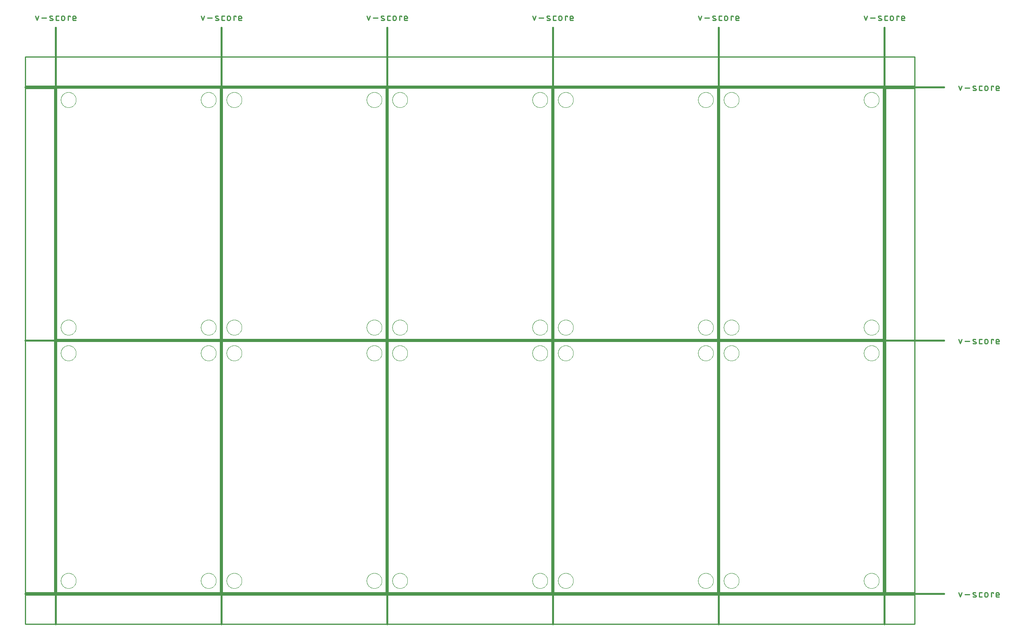
<source format=gko>
G04 EAGLE Gerber RS-274X export*
G75*
%MOMM*%
%FSLAX34Y34*%
%LPD*%
%IN*%
%IPPOS*%
%AMOC8*
5,1,8,0,0,1.08239X$1,22.5*%
G01*
%ADD10C,0.203200*%
%ADD11C,0.381000*%
%ADD12C,0.279400*%
%ADD13C,0.254000*%
%ADD14C,0.000000*%


D10*
X0Y546100D02*
X0Y0D01*
X355600Y0D02*
X355600Y546100D01*
X0Y546100D01*
X0Y0D02*
X355600Y0D01*
X360680Y0D02*
X360680Y546100D01*
X716280Y546100D02*
X716280Y0D01*
X716280Y546100D02*
X360680Y546100D01*
X360680Y0D02*
X716280Y0D01*
X721360Y0D02*
X721360Y546100D01*
X1076960Y546100D02*
X1076960Y0D01*
X1076960Y546100D02*
X721360Y546100D01*
X721360Y0D02*
X1076960Y0D01*
X1082040Y0D02*
X1082040Y546100D01*
X1437640Y546100D02*
X1437640Y0D01*
X1437640Y546100D02*
X1082040Y546100D01*
X1082040Y0D02*
X1437640Y0D01*
X1442720Y0D02*
X1442720Y546100D01*
X1798320Y546100D02*
X1798320Y0D01*
X1798320Y546100D02*
X1442720Y546100D01*
X1442720Y0D02*
X1798320Y0D01*
X0Y551180D02*
X0Y1097280D01*
X355600Y1097280D02*
X355600Y551180D01*
X355600Y1097280D02*
X0Y1097280D01*
X0Y551180D02*
X355600Y551180D01*
X360680Y551180D02*
X360680Y1097280D01*
X716280Y1097280D02*
X716280Y551180D01*
X716280Y1097280D02*
X360680Y1097280D01*
X360680Y551180D02*
X716280Y551180D01*
X721360Y551180D02*
X721360Y1097280D01*
X1076960Y1097280D02*
X1076960Y551180D01*
X1076960Y1097280D02*
X721360Y1097280D01*
X721360Y551180D02*
X1076960Y551180D01*
X1082040Y551180D02*
X1082040Y1097280D01*
X1437640Y1097280D02*
X1437640Y551180D01*
X1437640Y1097280D02*
X1082040Y1097280D01*
X1082040Y551180D02*
X1437640Y551180D01*
X1442720Y551180D02*
X1442720Y1097280D01*
X1798320Y1097280D02*
X1798320Y551180D01*
X1798320Y1097280D02*
X1442720Y1097280D01*
X1442720Y551180D02*
X1798320Y551180D01*
D11*
X-2540Y-68580D02*
X-2540Y1229360D01*
D12*
X-42921Y1244727D02*
X-46251Y1254718D01*
X-39590Y1254718D02*
X-42921Y1244727D01*
X-32806Y1250555D02*
X-22815Y1250555D01*
X-14261Y1250555D02*
X-10098Y1248890D01*
X-14261Y1250554D02*
X-14346Y1250590D01*
X-14429Y1250630D01*
X-14510Y1250673D01*
X-14590Y1250720D01*
X-14667Y1250770D01*
X-14743Y1250823D01*
X-14816Y1250879D01*
X-14886Y1250939D01*
X-14954Y1251001D01*
X-15019Y1251066D01*
X-15081Y1251134D01*
X-15141Y1251205D01*
X-15197Y1251278D01*
X-15250Y1251353D01*
X-15300Y1251431D01*
X-15346Y1251510D01*
X-15389Y1251592D01*
X-15429Y1251675D01*
X-15465Y1251760D01*
X-15497Y1251846D01*
X-15526Y1251934D01*
X-15550Y1252023D01*
X-15571Y1252113D01*
X-15588Y1252203D01*
X-15602Y1252294D01*
X-15611Y1252386D01*
X-15616Y1252478D01*
X-15618Y1252570D01*
X-15616Y1252662D01*
X-15609Y1252754D01*
X-15599Y1252846D01*
X-15585Y1252937D01*
X-15567Y1253028D01*
X-15545Y1253117D01*
X-15519Y1253206D01*
X-15489Y1253293D01*
X-15456Y1253379D01*
X-15419Y1253463D01*
X-15379Y1253546D01*
X-15335Y1253627D01*
X-15288Y1253706D01*
X-15237Y1253783D01*
X-15183Y1253858D01*
X-15126Y1253931D01*
X-15066Y1254001D01*
X-15003Y1254068D01*
X-14937Y1254132D01*
X-14869Y1254194D01*
X-14798Y1254253D01*
X-14724Y1254308D01*
X-14648Y1254361D01*
X-14570Y1254410D01*
X-14490Y1254456D01*
X-14409Y1254498D01*
X-14325Y1254537D01*
X-14240Y1254572D01*
X-14153Y1254603D01*
X-14065Y1254631D01*
X-13976Y1254655D01*
X-13886Y1254675D01*
X-13796Y1254692D01*
X-13704Y1254704D01*
X-13612Y1254713D01*
X-13520Y1254717D01*
X-13428Y1254718D01*
X-13201Y1254712D01*
X-12974Y1254701D01*
X-12747Y1254684D01*
X-12521Y1254661D01*
X-12295Y1254634D01*
X-12070Y1254600D01*
X-11846Y1254562D01*
X-11623Y1254518D01*
X-11401Y1254469D01*
X-11180Y1254414D01*
X-10961Y1254354D01*
X-10743Y1254289D01*
X-10527Y1254218D01*
X-10313Y1254143D01*
X-10100Y1254062D01*
X-9890Y1253976D01*
X-9681Y1253885D01*
X-10098Y1248890D02*
X-10013Y1248854D01*
X-9930Y1248814D01*
X-9849Y1248771D01*
X-9769Y1248724D01*
X-9692Y1248674D01*
X-9616Y1248621D01*
X-9543Y1248565D01*
X-9473Y1248505D01*
X-9405Y1248443D01*
X-9340Y1248378D01*
X-9278Y1248310D01*
X-9218Y1248239D01*
X-9162Y1248166D01*
X-9109Y1248091D01*
X-9059Y1248013D01*
X-9013Y1247934D01*
X-8970Y1247852D01*
X-8930Y1247769D01*
X-8894Y1247684D01*
X-8862Y1247598D01*
X-8833Y1247510D01*
X-8809Y1247421D01*
X-8788Y1247331D01*
X-8771Y1247241D01*
X-8757Y1247150D01*
X-8748Y1247058D01*
X-8743Y1246966D01*
X-8741Y1246874D01*
X-8743Y1246782D01*
X-8750Y1246690D01*
X-8760Y1246598D01*
X-8774Y1246507D01*
X-8792Y1246416D01*
X-8814Y1246327D01*
X-8840Y1246238D01*
X-8870Y1246151D01*
X-8903Y1246065D01*
X-8940Y1245981D01*
X-8980Y1245898D01*
X-9024Y1245817D01*
X-9071Y1245738D01*
X-9122Y1245661D01*
X-9176Y1245586D01*
X-9233Y1245513D01*
X-9293Y1245443D01*
X-9356Y1245376D01*
X-9422Y1245312D01*
X-9490Y1245250D01*
X-9561Y1245191D01*
X-9635Y1245136D01*
X-9711Y1245083D01*
X-9789Y1245034D01*
X-9869Y1244988D01*
X-9950Y1244946D01*
X-10034Y1244907D01*
X-10119Y1244872D01*
X-10206Y1244841D01*
X-10294Y1244813D01*
X-10383Y1244789D01*
X-10473Y1244769D01*
X-10563Y1244752D01*
X-10655Y1244740D01*
X-10747Y1244731D01*
X-10839Y1244727D01*
X-10931Y1244726D01*
X-10931Y1244727D02*
X-11265Y1244736D01*
X-11598Y1244753D01*
X-11931Y1244777D01*
X-12264Y1244810D01*
X-12595Y1244850D01*
X-12926Y1244898D01*
X-13255Y1244954D01*
X-13583Y1245017D01*
X-13909Y1245089D01*
X-14233Y1245168D01*
X-14556Y1245254D01*
X-14876Y1245349D01*
X-15194Y1245451D01*
X-15510Y1245560D01*
X562Y1244727D02*
X3892Y1244727D01*
X562Y1244727D02*
X464Y1244729D01*
X366Y1244735D01*
X268Y1244744D01*
X171Y1244758D01*
X75Y1244775D01*
X-21Y1244796D01*
X-116Y1244821D01*
X-210Y1244849D01*
X-303Y1244881D01*
X-394Y1244917D01*
X-484Y1244956D01*
X-572Y1244999D01*
X-659Y1245046D01*
X-743Y1245095D01*
X-826Y1245148D01*
X-906Y1245204D01*
X-985Y1245263D01*
X-1060Y1245326D01*
X-1134Y1245391D01*
X-1204Y1245459D01*
X-1272Y1245529D01*
X-1338Y1245603D01*
X-1400Y1245679D01*
X-1459Y1245757D01*
X-1515Y1245837D01*
X-1568Y1245920D01*
X-1618Y1246004D01*
X-1664Y1246091D01*
X-1707Y1246179D01*
X-1746Y1246269D01*
X-1782Y1246360D01*
X-1814Y1246453D01*
X-1842Y1246547D01*
X-1867Y1246642D01*
X-1888Y1246738D01*
X-1905Y1246834D01*
X-1919Y1246931D01*
X-1928Y1247029D01*
X-1934Y1247127D01*
X-1936Y1247225D01*
X-1936Y1252220D01*
X-1934Y1252318D01*
X-1928Y1252416D01*
X-1919Y1252514D01*
X-1905Y1252611D01*
X-1888Y1252707D01*
X-1867Y1252803D01*
X-1842Y1252898D01*
X-1814Y1252992D01*
X-1782Y1253085D01*
X-1746Y1253176D01*
X-1707Y1253266D01*
X-1664Y1253354D01*
X-1617Y1253441D01*
X-1568Y1253525D01*
X-1515Y1253608D01*
X-1459Y1253688D01*
X-1400Y1253766D01*
X-1337Y1253842D01*
X-1272Y1253916D01*
X-1204Y1253986D01*
X-1134Y1254054D01*
X-1060Y1254119D01*
X-984Y1254182D01*
X-906Y1254241D01*
X-826Y1254297D01*
X-743Y1254350D01*
X-659Y1254399D01*
X-572Y1254446D01*
X-484Y1254489D01*
X-394Y1254528D01*
X-303Y1254564D01*
X-210Y1254596D01*
X-116Y1254624D01*
X-21Y1254649D01*
X75Y1254670D01*
X171Y1254687D01*
X268Y1254701D01*
X366Y1254710D01*
X464Y1254716D01*
X562Y1254718D01*
X3892Y1254718D01*
X10022Y1251387D02*
X10022Y1248057D01*
X10022Y1251387D02*
X10024Y1251501D01*
X10030Y1251614D01*
X10039Y1251728D01*
X10053Y1251840D01*
X10070Y1251953D01*
X10092Y1252065D01*
X10117Y1252175D01*
X10145Y1252285D01*
X10178Y1252394D01*
X10214Y1252502D01*
X10254Y1252609D01*
X10298Y1252714D01*
X10345Y1252817D01*
X10395Y1252919D01*
X10449Y1253019D01*
X10507Y1253117D01*
X10568Y1253213D01*
X10631Y1253307D01*
X10699Y1253399D01*
X10769Y1253489D01*
X10842Y1253575D01*
X10918Y1253660D01*
X10997Y1253742D01*
X11079Y1253821D01*
X11164Y1253897D01*
X11250Y1253970D01*
X11340Y1254040D01*
X11432Y1254108D01*
X11526Y1254171D01*
X11622Y1254232D01*
X11720Y1254290D01*
X11820Y1254344D01*
X11922Y1254394D01*
X12025Y1254441D01*
X12130Y1254485D01*
X12237Y1254525D01*
X12345Y1254561D01*
X12454Y1254594D01*
X12564Y1254622D01*
X12674Y1254647D01*
X12786Y1254669D01*
X12899Y1254686D01*
X13011Y1254700D01*
X13125Y1254709D01*
X13238Y1254715D01*
X13352Y1254717D01*
X13466Y1254715D01*
X13579Y1254709D01*
X13693Y1254700D01*
X13805Y1254686D01*
X13918Y1254669D01*
X14030Y1254647D01*
X14140Y1254622D01*
X14250Y1254594D01*
X14359Y1254561D01*
X14467Y1254525D01*
X14574Y1254485D01*
X14679Y1254441D01*
X14782Y1254394D01*
X14884Y1254344D01*
X14984Y1254290D01*
X15082Y1254232D01*
X15178Y1254171D01*
X15272Y1254108D01*
X15364Y1254040D01*
X15454Y1253970D01*
X15540Y1253897D01*
X15625Y1253821D01*
X15707Y1253742D01*
X15786Y1253660D01*
X15862Y1253575D01*
X15935Y1253489D01*
X16005Y1253399D01*
X16073Y1253307D01*
X16136Y1253213D01*
X16197Y1253117D01*
X16255Y1253019D01*
X16309Y1252919D01*
X16359Y1252817D01*
X16406Y1252714D01*
X16450Y1252609D01*
X16490Y1252502D01*
X16526Y1252394D01*
X16559Y1252285D01*
X16587Y1252175D01*
X16612Y1252065D01*
X16634Y1251953D01*
X16651Y1251840D01*
X16665Y1251728D01*
X16674Y1251614D01*
X16680Y1251501D01*
X16682Y1251387D01*
X16682Y1248057D01*
X16680Y1247943D01*
X16674Y1247830D01*
X16665Y1247716D01*
X16651Y1247604D01*
X16634Y1247491D01*
X16612Y1247379D01*
X16587Y1247269D01*
X16559Y1247159D01*
X16526Y1247050D01*
X16490Y1246942D01*
X16450Y1246835D01*
X16406Y1246730D01*
X16359Y1246627D01*
X16309Y1246525D01*
X16255Y1246425D01*
X16197Y1246327D01*
X16136Y1246231D01*
X16073Y1246137D01*
X16005Y1246045D01*
X15935Y1245955D01*
X15862Y1245869D01*
X15786Y1245784D01*
X15707Y1245702D01*
X15625Y1245623D01*
X15540Y1245547D01*
X15454Y1245474D01*
X15364Y1245404D01*
X15272Y1245336D01*
X15178Y1245273D01*
X15082Y1245212D01*
X14984Y1245154D01*
X14884Y1245100D01*
X14782Y1245050D01*
X14679Y1245003D01*
X14574Y1244959D01*
X14467Y1244919D01*
X14359Y1244883D01*
X14250Y1244850D01*
X14140Y1244822D01*
X14030Y1244797D01*
X13918Y1244775D01*
X13805Y1244758D01*
X13693Y1244744D01*
X13579Y1244735D01*
X13466Y1244729D01*
X13352Y1244727D01*
X13238Y1244729D01*
X13125Y1244735D01*
X13011Y1244744D01*
X12899Y1244758D01*
X12786Y1244775D01*
X12674Y1244797D01*
X12564Y1244822D01*
X12454Y1244850D01*
X12345Y1244883D01*
X12237Y1244919D01*
X12130Y1244959D01*
X12025Y1245003D01*
X11922Y1245050D01*
X11820Y1245100D01*
X11720Y1245154D01*
X11622Y1245212D01*
X11526Y1245273D01*
X11432Y1245336D01*
X11340Y1245404D01*
X11250Y1245474D01*
X11164Y1245547D01*
X11079Y1245623D01*
X10997Y1245702D01*
X10918Y1245784D01*
X10842Y1245869D01*
X10769Y1245955D01*
X10699Y1246045D01*
X10631Y1246137D01*
X10568Y1246231D01*
X10507Y1246327D01*
X10449Y1246425D01*
X10395Y1246525D01*
X10345Y1246627D01*
X10298Y1246730D01*
X10254Y1246835D01*
X10214Y1246942D01*
X10178Y1247050D01*
X10145Y1247159D01*
X10117Y1247269D01*
X10092Y1247379D01*
X10070Y1247491D01*
X10053Y1247604D01*
X10039Y1247716D01*
X10030Y1247830D01*
X10024Y1247943D01*
X10022Y1248057D01*
X24218Y1244727D02*
X24218Y1254718D01*
X29213Y1254718D01*
X29213Y1253053D01*
X37008Y1244727D02*
X41171Y1244727D01*
X37008Y1244727D02*
X36910Y1244729D01*
X36812Y1244735D01*
X36714Y1244744D01*
X36617Y1244758D01*
X36521Y1244775D01*
X36425Y1244796D01*
X36330Y1244821D01*
X36236Y1244849D01*
X36143Y1244881D01*
X36052Y1244917D01*
X35962Y1244956D01*
X35874Y1244999D01*
X35787Y1245046D01*
X35703Y1245095D01*
X35620Y1245148D01*
X35540Y1245204D01*
X35462Y1245263D01*
X35386Y1245326D01*
X35312Y1245391D01*
X35242Y1245459D01*
X35174Y1245529D01*
X35109Y1245603D01*
X35046Y1245679D01*
X34987Y1245757D01*
X34931Y1245837D01*
X34878Y1245920D01*
X34829Y1246004D01*
X34782Y1246091D01*
X34739Y1246179D01*
X34700Y1246269D01*
X34664Y1246360D01*
X34632Y1246453D01*
X34604Y1246547D01*
X34579Y1246642D01*
X34558Y1246738D01*
X34541Y1246834D01*
X34527Y1246931D01*
X34518Y1247029D01*
X34512Y1247127D01*
X34510Y1247225D01*
X34510Y1251387D01*
X34511Y1251387D02*
X34513Y1251501D01*
X34519Y1251614D01*
X34528Y1251728D01*
X34542Y1251840D01*
X34559Y1251953D01*
X34581Y1252065D01*
X34606Y1252175D01*
X34634Y1252285D01*
X34667Y1252394D01*
X34703Y1252502D01*
X34743Y1252609D01*
X34787Y1252714D01*
X34834Y1252817D01*
X34884Y1252919D01*
X34938Y1253019D01*
X34996Y1253117D01*
X35057Y1253213D01*
X35120Y1253307D01*
X35188Y1253399D01*
X35258Y1253489D01*
X35331Y1253575D01*
X35407Y1253660D01*
X35486Y1253742D01*
X35568Y1253821D01*
X35653Y1253897D01*
X35739Y1253970D01*
X35829Y1254040D01*
X35921Y1254108D01*
X36015Y1254171D01*
X36111Y1254232D01*
X36209Y1254290D01*
X36309Y1254344D01*
X36411Y1254394D01*
X36514Y1254441D01*
X36619Y1254485D01*
X36726Y1254525D01*
X36834Y1254561D01*
X36943Y1254594D01*
X37053Y1254622D01*
X37163Y1254647D01*
X37275Y1254669D01*
X37388Y1254686D01*
X37500Y1254700D01*
X37614Y1254709D01*
X37727Y1254715D01*
X37841Y1254717D01*
X37955Y1254715D01*
X38068Y1254709D01*
X38182Y1254700D01*
X38294Y1254686D01*
X38407Y1254669D01*
X38519Y1254647D01*
X38629Y1254622D01*
X38739Y1254594D01*
X38848Y1254561D01*
X38956Y1254525D01*
X39063Y1254485D01*
X39168Y1254441D01*
X39271Y1254394D01*
X39373Y1254344D01*
X39473Y1254290D01*
X39571Y1254232D01*
X39667Y1254171D01*
X39761Y1254108D01*
X39853Y1254040D01*
X39943Y1253970D01*
X40029Y1253897D01*
X40114Y1253821D01*
X40196Y1253742D01*
X40275Y1253660D01*
X40351Y1253575D01*
X40424Y1253489D01*
X40494Y1253399D01*
X40562Y1253307D01*
X40625Y1253213D01*
X40686Y1253117D01*
X40744Y1253019D01*
X40798Y1252919D01*
X40848Y1252817D01*
X40895Y1252714D01*
X40939Y1252609D01*
X40979Y1252502D01*
X41015Y1252394D01*
X41048Y1252285D01*
X41076Y1252175D01*
X41101Y1252065D01*
X41123Y1251953D01*
X41140Y1251840D01*
X41154Y1251728D01*
X41163Y1251614D01*
X41169Y1251501D01*
X41171Y1251387D01*
X41171Y1249722D01*
X34510Y1249722D01*
D11*
X358140Y1229360D02*
X358140Y-68580D01*
D12*
X317759Y1244727D02*
X314429Y1254718D01*
X321090Y1254718D02*
X317759Y1244727D01*
X327874Y1250555D02*
X337865Y1250555D01*
X346419Y1250555D02*
X350582Y1248890D01*
X346419Y1250554D02*
X346334Y1250590D01*
X346251Y1250630D01*
X346170Y1250673D01*
X346090Y1250720D01*
X346013Y1250770D01*
X345937Y1250823D01*
X345864Y1250879D01*
X345794Y1250939D01*
X345726Y1251001D01*
X345661Y1251066D01*
X345599Y1251134D01*
X345539Y1251205D01*
X345483Y1251278D01*
X345430Y1251353D01*
X345380Y1251431D01*
X345334Y1251510D01*
X345291Y1251592D01*
X345251Y1251675D01*
X345215Y1251760D01*
X345183Y1251846D01*
X345154Y1251934D01*
X345130Y1252023D01*
X345109Y1252113D01*
X345092Y1252203D01*
X345078Y1252294D01*
X345069Y1252386D01*
X345064Y1252478D01*
X345062Y1252570D01*
X345064Y1252662D01*
X345071Y1252754D01*
X345081Y1252846D01*
X345095Y1252937D01*
X345113Y1253028D01*
X345135Y1253117D01*
X345161Y1253206D01*
X345191Y1253293D01*
X345224Y1253379D01*
X345261Y1253463D01*
X345301Y1253546D01*
X345345Y1253627D01*
X345392Y1253706D01*
X345443Y1253783D01*
X345497Y1253858D01*
X345554Y1253931D01*
X345614Y1254001D01*
X345677Y1254068D01*
X345743Y1254132D01*
X345811Y1254194D01*
X345882Y1254253D01*
X345956Y1254308D01*
X346032Y1254361D01*
X346110Y1254410D01*
X346190Y1254456D01*
X346271Y1254498D01*
X346355Y1254537D01*
X346440Y1254572D01*
X346527Y1254603D01*
X346615Y1254631D01*
X346704Y1254655D01*
X346794Y1254675D01*
X346884Y1254692D01*
X346976Y1254704D01*
X347068Y1254713D01*
X347160Y1254717D01*
X347252Y1254718D01*
X347479Y1254712D01*
X347706Y1254701D01*
X347933Y1254684D01*
X348159Y1254661D01*
X348385Y1254634D01*
X348610Y1254600D01*
X348834Y1254562D01*
X349057Y1254518D01*
X349279Y1254469D01*
X349500Y1254414D01*
X349719Y1254354D01*
X349937Y1254289D01*
X350153Y1254218D01*
X350367Y1254143D01*
X350580Y1254062D01*
X350790Y1253976D01*
X350999Y1253885D01*
X350582Y1248890D02*
X350667Y1248854D01*
X350750Y1248814D01*
X350831Y1248771D01*
X350911Y1248724D01*
X350988Y1248674D01*
X351064Y1248621D01*
X351137Y1248565D01*
X351207Y1248505D01*
X351275Y1248443D01*
X351340Y1248378D01*
X351402Y1248310D01*
X351462Y1248239D01*
X351518Y1248166D01*
X351571Y1248091D01*
X351621Y1248013D01*
X351667Y1247934D01*
X351710Y1247852D01*
X351750Y1247769D01*
X351786Y1247684D01*
X351818Y1247598D01*
X351847Y1247510D01*
X351871Y1247421D01*
X351892Y1247331D01*
X351909Y1247241D01*
X351923Y1247150D01*
X351932Y1247058D01*
X351937Y1246966D01*
X351939Y1246874D01*
X351937Y1246782D01*
X351930Y1246690D01*
X351920Y1246598D01*
X351906Y1246507D01*
X351888Y1246416D01*
X351866Y1246327D01*
X351840Y1246238D01*
X351810Y1246151D01*
X351777Y1246065D01*
X351740Y1245981D01*
X351700Y1245898D01*
X351656Y1245817D01*
X351609Y1245738D01*
X351558Y1245661D01*
X351504Y1245586D01*
X351447Y1245513D01*
X351387Y1245443D01*
X351324Y1245376D01*
X351258Y1245312D01*
X351190Y1245250D01*
X351119Y1245191D01*
X351045Y1245136D01*
X350969Y1245083D01*
X350891Y1245034D01*
X350811Y1244988D01*
X350730Y1244946D01*
X350646Y1244907D01*
X350561Y1244872D01*
X350474Y1244841D01*
X350386Y1244813D01*
X350297Y1244789D01*
X350207Y1244769D01*
X350117Y1244752D01*
X350025Y1244740D01*
X349933Y1244731D01*
X349841Y1244727D01*
X349749Y1244726D01*
X349749Y1244727D02*
X349415Y1244736D01*
X349082Y1244753D01*
X348749Y1244777D01*
X348416Y1244810D01*
X348085Y1244850D01*
X347754Y1244898D01*
X347425Y1244954D01*
X347097Y1245017D01*
X346771Y1245089D01*
X346447Y1245168D01*
X346124Y1245254D01*
X345804Y1245349D01*
X345486Y1245451D01*
X345170Y1245560D01*
X361242Y1244727D02*
X364572Y1244727D01*
X361242Y1244727D02*
X361144Y1244729D01*
X361046Y1244735D01*
X360948Y1244744D01*
X360851Y1244758D01*
X360755Y1244775D01*
X360659Y1244796D01*
X360564Y1244821D01*
X360470Y1244849D01*
X360377Y1244881D01*
X360286Y1244917D01*
X360196Y1244956D01*
X360108Y1244999D01*
X360021Y1245046D01*
X359937Y1245095D01*
X359854Y1245148D01*
X359774Y1245204D01*
X359696Y1245263D01*
X359620Y1245326D01*
X359546Y1245391D01*
X359476Y1245459D01*
X359408Y1245529D01*
X359343Y1245603D01*
X359280Y1245679D01*
X359221Y1245757D01*
X359165Y1245837D01*
X359112Y1245920D01*
X359063Y1246004D01*
X359016Y1246091D01*
X358973Y1246179D01*
X358934Y1246269D01*
X358898Y1246360D01*
X358866Y1246453D01*
X358838Y1246547D01*
X358813Y1246642D01*
X358792Y1246738D01*
X358775Y1246834D01*
X358761Y1246931D01*
X358752Y1247029D01*
X358746Y1247127D01*
X358744Y1247225D01*
X358744Y1252220D01*
X358746Y1252318D01*
X358752Y1252416D01*
X358761Y1252514D01*
X358775Y1252611D01*
X358792Y1252707D01*
X358813Y1252803D01*
X358838Y1252898D01*
X358866Y1252992D01*
X358898Y1253085D01*
X358934Y1253176D01*
X358973Y1253266D01*
X359016Y1253354D01*
X359063Y1253441D01*
X359112Y1253525D01*
X359165Y1253608D01*
X359221Y1253688D01*
X359280Y1253767D01*
X359343Y1253842D01*
X359408Y1253916D01*
X359476Y1253986D01*
X359546Y1254054D01*
X359620Y1254120D01*
X359696Y1254182D01*
X359774Y1254241D01*
X359854Y1254297D01*
X359937Y1254350D01*
X360021Y1254400D01*
X360108Y1254446D01*
X360196Y1254489D01*
X360286Y1254528D01*
X360377Y1254564D01*
X360470Y1254596D01*
X360564Y1254624D01*
X360659Y1254649D01*
X360755Y1254670D01*
X360851Y1254687D01*
X360948Y1254701D01*
X361046Y1254710D01*
X361144Y1254716D01*
X361242Y1254718D01*
X364572Y1254718D01*
X370702Y1251387D02*
X370702Y1248057D01*
X370702Y1251387D02*
X370704Y1251501D01*
X370710Y1251614D01*
X370719Y1251728D01*
X370733Y1251840D01*
X370750Y1251953D01*
X370772Y1252065D01*
X370797Y1252175D01*
X370825Y1252285D01*
X370858Y1252394D01*
X370894Y1252502D01*
X370934Y1252609D01*
X370978Y1252714D01*
X371025Y1252817D01*
X371075Y1252919D01*
X371129Y1253019D01*
X371187Y1253117D01*
X371248Y1253213D01*
X371311Y1253307D01*
X371379Y1253399D01*
X371449Y1253489D01*
X371522Y1253575D01*
X371598Y1253660D01*
X371677Y1253742D01*
X371759Y1253821D01*
X371844Y1253897D01*
X371930Y1253970D01*
X372020Y1254040D01*
X372112Y1254108D01*
X372206Y1254171D01*
X372302Y1254232D01*
X372400Y1254290D01*
X372500Y1254344D01*
X372602Y1254394D01*
X372705Y1254441D01*
X372810Y1254485D01*
X372917Y1254525D01*
X373025Y1254561D01*
X373134Y1254594D01*
X373244Y1254622D01*
X373354Y1254647D01*
X373466Y1254669D01*
X373579Y1254686D01*
X373691Y1254700D01*
X373805Y1254709D01*
X373918Y1254715D01*
X374032Y1254717D01*
X374146Y1254715D01*
X374259Y1254709D01*
X374373Y1254700D01*
X374485Y1254686D01*
X374598Y1254669D01*
X374710Y1254647D01*
X374820Y1254622D01*
X374930Y1254594D01*
X375039Y1254561D01*
X375147Y1254525D01*
X375254Y1254485D01*
X375359Y1254441D01*
X375462Y1254394D01*
X375564Y1254344D01*
X375664Y1254290D01*
X375762Y1254232D01*
X375858Y1254171D01*
X375952Y1254108D01*
X376044Y1254040D01*
X376134Y1253970D01*
X376220Y1253897D01*
X376305Y1253821D01*
X376387Y1253742D01*
X376466Y1253660D01*
X376542Y1253575D01*
X376615Y1253489D01*
X376685Y1253399D01*
X376753Y1253307D01*
X376816Y1253213D01*
X376877Y1253117D01*
X376935Y1253019D01*
X376989Y1252919D01*
X377039Y1252817D01*
X377086Y1252714D01*
X377130Y1252609D01*
X377170Y1252502D01*
X377206Y1252394D01*
X377239Y1252285D01*
X377267Y1252175D01*
X377292Y1252065D01*
X377314Y1251953D01*
X377331Y1251840D01*
X377345Y1251728D01*
X377354Y1251614D01*
X377360Y1251501D01*
X377362Y1251387D01*
X377362Y1248057D01*
X377360Y1247943D01*
X377354Y1247830D01*
X377345Y1247716D01*
X377331Y1247604D01*
X377314Y1247491D01*
X377292Y1247379D01*
X377267Y1247269D01*
X377239Y1247159D01*
X377206Y1247050D01*
X377170Y1246942D01*
X377130Y1246835D01*
X377086Y1246730D01*
X377039Y1246627D01*
X376989Y1246525D01*
X376935Y1246425D01*
X376877Y1246327D01*
X376816Y1246231D01*
X376753Y1246137D01*
X376685Y1246045D01*
X376615Y1245955D01*
X376542Y1245869D01*
X376466Y1245784D01*
X376387Y1245702D01*
X376305Y1245623D01*
X376220Y1245547D01*
X376134Y1245474D01*
X376044Y1245404D01*
X375952Y1245336D01*
X375858Y1245273D01*
X375762Y1245212D01*
X375664Y1245154D01*
X375564Y1245100D01*
X375462Y1245050D01*
X375359Y1245003D01*
X375254Y1244959D01*
X375147Y1244919D01*
X375039Y1244883D01*
X374930Y1244850D01*
X374820Y1244822D01*
X374710Y1244797D01*
X374598Y1244775D01*
X374485Y1244758D01*
X374373Y1244744D01*
X374259Y1244735D01*
X374146Y1244729D01*
X374032Y1244727D01*
X373918Y1244729D01*
X373805Y1244735D01*
X373691Y1244744D01*
X373579Y1244758D01*
X373466Y1244775D01*
X373354Y1244797D01*
X373244Y1244822D01*
X373134Y1244850D01*
X373025Y1244883D01*
X372917Y1244919D01*
X372810Y1244959D01*
X372705Y1245003D01*
X372602Y1245050D01*
X372500Y1245100D01*
X372400Y1245154D01*
X372302Y1245212D01*
X372206Y1245273D01*
X372112Y1245336D01*
X372020Y1245404D01*
X371930Y1245474D01*
X371844Y1245547D01*
X371759Y1245623D01*
X371677Y1245702D01*
X371598Y1245784D01*
X371522Y1245869D01*
X371449Y1245955D01*
X371379Y1246045D01*
X371311Y1246137D01*
X371248Y1246231D01*
X371187Y1246327D01*
X371129Y1246425D01*
X371075Y1246525D01*
X371025Y1246627D01*
X370978Y1246730D01*
X370934Y1246835D01*
X370894Y1246942D01*
X370858Y1247050D01*
X370825Y1247159D01*
X370797Y1247269D01*
X370772Y1247379D01*
X370750Y1247491D01*
X370733Y1247604D01*
X370719Y1247716D01*
X370710Y1247830D01*
X370704Y1247943D01*
X370702Y1248057D01*
X384898Y1244727D02*
X384898Y1254718D01*
X389893Y1254718D01*
X389893Y1253053D01*
X397688Y1244727D02*
X401851Y1244727D01*
X397688Y1244727D02*
X397590Y1244729D01*
X397492Y1244735D01*
X397394Y1244744D01*
X397297Y1244758D01*
X397201Y1244775D01*
X397105Y1244796D01*
X397010Y1244821D01*
X396916Y1244849D01*
X396823Y1244881D01*
X396732Y1244917D01*
X396642Y1244956D01*
X396554Y1244999D01*
X396467Y1245046D01*
X396383Y1245095D01*
X396300Y1245148D01*
X396220Y1245204D01*
X396142Y1245263D01*
X396066Y1245326D01*
X395992Y1245391D01*
X395922Y1245459D01*
X395854Y1245529D01*
X395789Y1245603D01*
X395726Y1245679D01*
X395667Y1245757D01*
X395611Y1245837D01*
X395558Y1245920D01*
X395509Y1246004D01*
X395462Y1246091D01*
X395419Y1246179D01*
X395380Y1246269D01*
X395344Y1246360D01*
X395312Y1246453D01*
X395284Y1246547D01*
X395259Y1246642D01*
X395238Y1246738D01*
X395221Y1246834D01*
X395207Y1246931D01*
X395198Y1247029D01*
X395192Y1247127D01*
X395190Y1247225D01*
X395190Y1251387D01*
X395191Y1251387D02*
X395193Y1251501D01*
X395199Y1251614D01*
X395208Y1251728D01*
X395222Y1251840D01*
X395239Y1251953D01*
X395261Y1252065D01*
X395286Y1252175D01*
X395314Y1252285D01*
X395347Y1252394D01*
X395383Y1252502D01*
X395423Y1252609D01*
X395467Y1252714D01*
X395514Y1252817D01*
X395564Y1252919D01*
X395618Y1253019D01*
X395676Y1253117D01*
X395737Y1253213D01*
X395800Y1253307D01*
X395868Y1253399D01*
X395938Y1253489D01*
X396011Y1253575D01*
X396087Y1253660D01*
X396166Y1253742D01*
X396248Y1253821D01*
X396333Y1253897D01*
X396419Y1253970D01*
X396509Y1254040D01*
X396601Y1254108D01*
X396695Y1254171D01*
X396791Y1254232D01*
X396889Y1254290D01*
X396989Y1254344D01*
X397091Y1254394D01*
X397194Y1254441D01*
X397299Y1254485D01*
X397406Y1254525D01*
X397514Y1254561D01*
X397623Y1254594D01*
X397733Y1254622D01*
X397843Y1254647D01*
X397955Y1254669D01*
X398068Y1254686D01*
X398180Y1254700D01*
X398294Y1254709D01*
X398407Y1254715D01*
X398521Y1254717D01*
X398635Y1254715D01*
X398748Y1254709D01*
X398862Y1254700D01*
X398974Y1254686D01*
X399087Y1254669D01*
X399199Y1254647D01*
X399309Y1254622D01*
X399419Y1254594D01*
X399528Y1254561D01*
X399636Y1254525D01*
X399743Y1254485D01*
X399848Y1254441D01*
X399951Y1254394D01*
X400053Y1254344D01*
X400153Y1254290D01*
X400251Y1254232D01*
X400347Y1254171D01*
X400441Y1254108D01*
X400533Y1254040D01*
X400623Y1253970D01*
X400709Y1253897D01*
X400794Y1253821D01*
X400876Y1253742D01*
X400955Y1253660D01*
X401031Y1253575D01*
X401104Y1253489D01*
X401174Y1253399D01*
X401242Y1253307D01*
X401305Y1253213D01*
X401366Y1253117D01*
X401424Y1253019D01*
X401478Y1252919D01*
X401528Y1252817D01*
X401575Y1252714D01*
X401619Y1252609D01*
X401659Y1252502D01*
X401695Y1252394D01*
X401728Y1252285D01*
X401756Y1252175D01*
X401781Y1252065D01*
X401803Y1251953D01*
X401820Y1251840D01*
X401834Y1251728D01*
X401843Y1251614D01*
X401849Y1251501D01*
X401851Y1251387D01*
X401851Y1249722D01*
X395190Y1249722D01*
D11*
X718820Y1229360D02*
X718820Y-68580D01*
D12*
X678439Y1244727D02*
X675109Y1254718D01*
X681770Y1254718D02*
X678439Y1244727D01*
X688554Y1250555D02*
X698545Y1250555D01*
X707099Y1250555D02*
X711262Y1248890D01*
X707099Y1250554D02*
X707014Y1250590D01*
X706931Y1250630D01*
X706850Y1250673D01*
X706770Y1250720D01*
X706693Y1250770D01*
X706617Y1250823D01*
X706544Y1250879D01*
X706474Y1250939D01*
X706406Y1251001D01*
X706341Y1251066D01*
X706279Y1251134D01*
X706219Y1251205D01*
X706163Y1251278D01*
X706110Y1251353D01*
X706060Y1251431D01*
X706014Y1251510D01*
X705971Y1251592D01*
X705931Y1251675D01*
X705895Y1251760D01*
X705863Y1251846D01*
X705834Y1251934D01*
X705810Y1252023D01*
X705789Y1252113D01*
X705772Y1252203D01*
X705758Y1252294D01*
X705749Y1252386D01*
X705744Y1252478D01*
X705742Y1252570D01*
X705744Y1252662D01*
X705751Y1252754D01*
X705761Y1252846D01*
X705775Y1252937D01*
X705793Y1253028D01*
X705815Y1253117D01*
X705841Y1253206D01*
X705871Y1253293D01*
X705904Y1253379D01*
X705941Y1253463D01*
X705981Y1253546D01*
X706025Y1253627D01*
X706072Y1253706D01*
X706123Y1253783D01*
X706177Y1253858D01*
X706234Y1253931D01*
X706294Y1254001D01*
X706357Y1254068D01*
X706423Y1254132D01*
X706491Y1254194D01*
X706562Y1254253D01*
X706636Y1254308D01*
X706712Y1254361D01*
X706790Y1254410D01*
X706870Y1254456D01*
X706951Y1254498D01*
X707035Y1254537D01*
X707120Y1254572D01*
X707207Y1254603D01*
X707295Y1254631D01*
X707384Y1254655D01*
X707474Y1254675D01*
X707564Y1254692D01*
X707656Y1254704D01*
X707748Y1254713D01*
X707840Y1254717D01*
X707932Y1254718D01*
X708159Y1254712D01*
X708386Y1254701D01*
X708613Y1254684D01*
X708839Y1254661D01*
X709065Y1254634D01*
X709290Y1254600D01*
X709514Y1254562D01*
X709737Y1254518D01*
X709959Y1254469D01*
X710180Y1254414D01*
X710399Y1254354D01*
X710617Y1254289D01*
X710833Y1254218D01*
X711047Y1254143D01*
X711260Y1254062D01*
X711470Y1253976D01*
X711679Y1253885D01*
X711262Y1248890D02*
X711347Y1248854D01*
X711430Y1248814D01*
X711511Y1248771D01*
X711591Y1248724D01*
X711668Y1248674D01*
X711744Y1248621D01*
X711817Y1248565D01*
X711887Y1248505D01*
X711955Y1248443D01*
X712020Y1248378D01*
X712082Y1248310D01*
X712142Y1248239D01*
X712198Y1248166D01*
X712251Y1248091D01*
X712301Y1248013D01*
X712347Y1247934D01*
X712390Y1247852D01*
X712430Y1247769D01*
X712466Y1247684D01*
X712498Y1247598D01*
X712527Y1247510D01*
X712551Y1247421D01*
X712572Y1247331D01*
X712589Y1247241D01*
X712603Y1247150D01*
X712612Y1247058D01*
X712617Y1246966D01*
X712619Y1246874D01*
X712617Y1246782D01*
X712610Y1246690D01*
X712600Y1246598D01*
X712586Y1246507D01*
X712568Y1246416D01*
X712546Y1246327D01*
X712520Y1246238D01*
X712490Y1246151D01*
X712457Y1246065D01*
X712420Y1245981D01*
X712380Y1245898D01*
X712336Y1245817D01*
X712289Y1245738D01*
X712238Y1245661D01*
X712184Y1245586D01*
X712127Y1245513D01*
X712067Y1245443D01*
X712004Y1245376D01*
X711938Y1245312D01*
X711870Y1245250D01*
X711799Y1245191D01*
X711725Y1245136D01*
X711649Y1245083D01*
X711571Y1245034D01*
X711491Y1244988D01*
X711410Y1244946D01*
X711326Y1244907D01*
X711241Y1244872D01*
X711154Y1244841D01*
X711066Y1244813D01*
X710977Y1244789D01*
X710887Y1244769D01*
X710797Y1244752D01*
X710705Y1244740D01*
X710613Y1244731D01*
X710521Y1244727D01*
X710429Y1244726D01*
X710429Y1244727D02*
X710095Y1244736D01*
X709762Y1244753D01*
X709429Y1244777D01*
X709096Y1244810D01*
X708765Y1244850D01*
X708434Y1244898D01*
X708105Y1244954D01*
X707777Y1245017D01*
X707451Y1245089D01*
X707127Y1245168D01*
X706804Y1245254D01*
X706484Y1245349D01*
X706166Y1245451D01*
X705850Y1245560D01*
X721922Y1244727D02*
X725252Y1244727D01*
X721922Y1244727D02*
X721824Y1244729D01*
X721726Y1244735D01*
X721628Y1244744D01*
X721531Y1244758D01*
X721435Y1244775D01*
X721339Y1244796D01*
X721244Y1244821D01*
X721150Y1244849D01*
X721057Y1244881D01*
X720966Y1244917D01*
X720876Y1244956D01*
X720788Y1244999D01*
X720701Y1245046D01*
X720617Y1245095D01*
X720534Y1245148D01*
X720454Y1245204D01*
X720376Y1245263D01*
X720300Y1245326D01*
X720226Y1245391D01*
X720156Y1245459D01*
X720088Y1245529D01*
X720023Y1245603D01*
X719960Y1245679D01*
X719901Y1245757D01*
X719845Y1245837D01*
X719792Y1245920D01*
X719743Y1246004D01*
X719696Y1246091D01*
X719653Y1246179D01*
X719614Y1246269D01*
X719578Y1246360D01*
X719546Y1246453D01*
X719518Y1246547D01*
X719493Y1246642D01*
X719472Y1246738D01*
X719455Y1246834D01*
X719441Y1246931D01*
X719432Y1247029D01*
X719426Y1247127D01*
X719424Y1247225D01*
X719424Y1252220D01*
X719426Y1252318D01*
X719432Y1252416D01*
X719441Y1252514D01*
X719455Y1252611D01*
X719472Y1252707D01*
X719493Y1252803D01*
X719518Y1252898D01*
X719546Y1252992D01*
X719578Y1253085D01*
X719614Y1253176D01*
X719653Y1253266D01*
X719696Y1253354D01*
X719743Y1253441D01*
X719792Y1253525D01*
X719845Y1253608D01*
X719901Y1253688D01*
X719960Y1253767D01*
X720023Y1253842D01*
X720088Y1253916D01*
X720156Y1253986D01*
X720226Y1254054D01*
X720300Y1254120D01*
X720376Y1254182D01*
X720454Y1254241D01*
X720534Y1254297D01*
X720617Y1254350D01*
X720701Y1254400D01*
X720788Y1254446D01*
X720876Y1254489D01*
X720966Y1254528D01*
X721057Y1254564D01*
X721150Y1254596D01*
X721244Y1254624D01*
X721339Y1254649D01*
X721435Y1254670D01*
X721531Y1254687D01*
X721628Y1254701D01*
X721726Y1254710D01*
X721824Y1254716D01*
X721922Y1254718D01*
X725252Y1254718D01*
X731382Y1251387D02*
X731382Y1248057D01*
X731382Y1251387D02*
X731384Y1251501D01*
X731390Y1251614D01*
X731399Y1251728D01*
X731413Y1251840D01*
X731430Y1251953D01*
X731452Y1252065D01*
X731477Y1252175D01*
X731505Y1252285D01*
X731538Y1252394D01*
X731574Y1252502D01*
X731614Y1252609D01*
X731658Y1252714D01*
X731705Y1252817D01*
X731755Y1252919D01*
X731809Y1253019D01*
X731867Y1253117D01*
X731928Y1253213D01*
X731991Y1253307D01*
X732059Y1253399D01*
X732129Y1253489D01*
X732202Y1253575D01*
X732278Y1253660D01*
X732357Y1253742D01*
X732439Y1253821D01*
X732524Y1253897D01*
X732610Y1253970D01*
X732700Y1254040D01*
X732792Y1254108D01*
X732886Y1254171D01*
X732982Y1254232D01*
X733080Y1254290D01*
X733180Y1254344D01*
X733282Y1254394D01*
X733385Y1254441D01*
X733490Y1254485D01*
X733597Y1254525D01*
X733705Y1254561D01*
X733814Y1254594D01*
X733924Y1254622D01*
X734034Y1254647D01*
X734146Y1254669D01*
X734259Y1254686D01*
X734371Y1254700D01*
X734485Y1254709D01*
X734598Y1254715D01*
X734712Y1254717D01*
X734826Y1254715D01*
X734939Y1254709D01*
X735053Y1254700D01*
X735165Y1254686D01*
X735278Y1254669D01*
X735390Y1254647D01*
X735500Y1254622D01*
X735610Y1254594D01*
X735719Y1254561D01*
X735827Y1254525D01*
X735934Y1254485D01*
X736039Y1254441D01*
X736142Y1254394D01*
X736244Y1254344D01*
X736344Y1254290D01*
X736442Y1254232D01*
X736538Y1254171D01*
X736632Y1254108D01*
X736724Y1254040D01*
X736814Y1253970D01*
X736900Y1253897D01*
X736985Y1253821D01*
X737067Y1253742D01*
X737146Y1253660D01*
X737222Y1253575D01*
X737295Y1253489D01*
X737365Y1253399D01*
X737433Y1253307D01*
X737496Y1253213D01*
X737557Y1253117D01*
X737615Y1253019D01*
X737669Y1252919D01*
X737719Y1252817D01*
X737766Y1252714D01*
X737810Y1252609D01*
X737850Y1252502D01*
X737886Y1252394D01*
X737919Y1252285D01*
X737947Y1252175D01*
X737972Y1252065D01*
X737994Y1251953D01*
X738011Y1251840D01*
X738025Y1251728D01*
X738034Y1251614D01*
X738040Y1251501D01*
X738042Y1251387D01*
X738042Y1248057D01*
X738040Y1247943D01*
X738034Y1247830D01*
X738025Y1247716D01*
X738011Y1247604D01*
X737994Y1247491D01*
X737972Y1247379D01*
X737947Y1247269D01*
X737919Y1247159D01*
X737886Y1247050D01*
X737850Y1246942D01*
X737810Y1246835D01*
X737766Y1246730D01*
X737719Y1246627D01*
X737669Y1246525D01*
X737615Y1246425D01*
X737557Y1246327D01*
X737496Y1246231D01*
X737433Y1246137D01*
X737365Y1246045D01*
X737295Y1245955D01*
X737222Y1245869D01*
X737146Y1245784D01*
X737067Y1245702D01*
X736985Y1245623D01*
X736900Y1245547D01*
X736814Y1245474D01*
X736724Y1245404D01*
X736632Y1245336D01*
X736538Y1245273D01*
X736442Y1245212D01*
X736344Y1245154D01*
X736244Y1245100D01*
X736142Y1245050D01*
X736039Y1245003D01*
X735934Y1244959D01*
X735827Y1244919D01*
X735719Y1244883D01*
X735610Y1244850D01*
X735500Y1244822D01*
X735390Y1244797D01*
X735278Y1244775D01*
X735165Y1244758D01*
X735053Y1244744D01*
X734939Y1244735D01*
X734826Y1244729D01*
X734712Y1244727D01*
X734598Y1244729D01*
X734485Y1244735D01*
X734371Y1244744D01*
X734259Y1244758D01*
X734146Y1244775D01*
X734034Y1244797D01*
X733924Y1244822D01*
X733814Y1244850D01*
X733705Y1244883D01*
X733597Y1244919D01*
X733490Y1244959D01*
X733385Y1245003D01*
X733282Y1245050D01*
X733180Y1245100D01*
X733080Y1245154D01*
X732982Y1245212D01*
X732886Y1245273D01*
X732792Y1245336D01*
X732700Y1245404D01*
X732610Y1245474D01*
X732524Y1245547D01*
X732439Y1245623D01*
X732357Y1245702D01*
X732278Y1245784D01*
X732202Y1245869D01*
X732129Y1245955D01*
X732059Y1246045D01*
X731991Y1246137D01*
X731928Y1246231D01*
X731867Y1246327D01*
X731809Y1246425D01*
X731755Y1246525D01*
X731705Y1246627D01*
X731658Y1246730D01*
X731614Y1246835D01*
X731574Y1246942D01*
X731538Y1247050D01*
X731505Y1247159D01*
X731477Y1247269D01*
X731452Y1247379D01*
X731430Y1247491D01*
X731413Y1247604D01*
X731399Y1247716D01*
X731390Y1247830D01*
X731384Y1247943D01*
X731382Y1248057D01*
X745578Y1244727D02*
X745578Y1254718D01*
X750573Y1254718D01*
X750573Y1253053D01*
X758368Y1244727D02*
X762531Y1244727D01*
X758368Y1244727D02*
X758270Y1244729D01*
X758172Y1244735D01*
X758074Y1244744D01*
X757977Y1244758D01*
X757881Y1244775D01*
X757785Y1244796D01*
X757690Y1244821D01*
X757596Y1244849D01*
X757503Y1244881D01*
X757412Y1244917D01*
X757322Y1244956D01*
X757234Y1244999D01*
X757147Y1245046D01*
X757063Y1245095D01*
X756980Y1245148D01*
X756900Y1245204D01*
X756822Y1245263D01*
X756746Y1245326D01*
X756672Y1245391D01*
X756602Y1245459D01*
X756534Y1245529D01*
X756469Y1245603D01*
X756406Y1245679D01*
X756347Y1245757D01*
X756291Y1245837D01*
X756238Y1245920D01*
X756189Y1246004D01*
X756142Y1246091D01*
X756099Y1246179D01*
X756060Y1246269D01*
X756024Y1246360D01*
X755992Y1246453D01*
X755964Y1246547D01*
X755939Y1246642D01*
X755918Y1246738D01*
X755901Y1246834D01*
X755887Y1246931D01*
X755878Y1247029D01*
X755872Y1247127D01*
X755870Y1247225D01*
X755870Y1251387D01*
X755871Y1251387D02*
X755873Y1251501D01*
X755879Y1251614D01*
X755888Y1251728D01*
X755902Y1251840D01*
X755919Y1251953D01*
X755941Y1252065D01*
X755966Y1252175D01*
X755994Y1252285D01*
X756027Y1252394D01*
X756063Y1252502D01*
X756103Y1252609D01*
X756147Y1252714D01*
X756194Y1252817D01*
X756244Y1252919D01*
X756298Y1253019D01*
X756356Y1253117D01*
X756417Y1253213D01*
X756480Y1253307D01*
X756548Y1253399D01*
X756618Y1253489D01*
X756691Y1253575D01*
X756767Y1253660D01*
X756846Y1253742D01*
X756928Y1253821D01*
X757013Y1253897D01*
X757099Y1253970D01*
X757189Y1254040D01*
X757281Y1254108D01*
X757375Y1254171D01*
X757471Y1254232D01*
X757569Y1254290D01*
X757669Y1254344D01*
X757771Y1254394D01*
X757874Y1254441D01*
X757979Y1254485D01*
X758086Y1254525D01*
X758194Y1254561D01*
X758303Y1254594D01*
X758413Y1254622D01*
X758523Y1254647D01*
X758635Y1254669D01*
X758748Y1254686D01*
X758860Y1254700D01*
X758974Y1254709D01*
X759087Y1254715D01*
X759201Y1254717D01*
X759315Y1254715D01*
X759428Y1254709D01*
X759542Y1254700D01*
X759654Y1254686D01*
X759767Y1254669D01*
X759879Y1254647D01*
X759989Y1254622D01*
X760099Y1254594D01*
X760208Y1254561D01*
X760316Y1254525D01*
X760423Y1254485D01*
X760528Y1254441D01*
X760631Y1254394D01*
X760733Y1254344D01*
X760833Y1254290D01*
X760931Y1254232D01*
X761027Y1254171D01*
X761121Y1254108D01*
X761213Y1254040D01*
X761303Y1253970D01*
X761389Y1253897D01*
X761474Y1253821D01*
X761556Y1253742D01*
X761635Y1253660D01*
X761711Y1253575D01*
X761784Y1253489D01*
X761854Y1253399D01*
X761922Y1253307D01*
X761985Y1253213D01*
X762046Y1253117D01*
X762104Y1253019D01*
X762158Y1252919D01*
X762208Y1252817D01*
X762255Y1252714D01*
X762299Y1252609D01*
X762339Y1252502D01*
X762375Y1252394D01*
X762408Y1252285D01*
X762436Y1252175D01*
X762461Y1252065D01*
X762483Y1251953D01*
X762500Y1251840D01*
X762514Y1251728D01*
X762523Y1251614D01*
X762529Y1251501D01*
X762531Y1251387D01*
X762531Y1249722D01*
X755870Y1249722D01*
D11*
X1079500Y1229360D02*
X1079500Y-68580D01*
D12*
X1039119Y1244727D02*
X1035789Y1254718D01*
X1042450Y1254718D02*
X1039119Y1244727D01*
X1049234Y1250555D02*
X1059225Y1250555D01*
X1067779Y1250555D02*
X1071942Y1248890D01*
X1067779Y1250554D02*
X1067694Y1250590D01*
X1067611Y1250630D01*
X1067530Y1250673D01*
X1067450Y1250720D01*
X1067373Y1250770D01*
X1067297Y1250823D01*
X1067224Y1250879D01*
X1067154Y1250939D01*
X1067086Y1251001D01*
X1067021Y1251066D01*
X1066959Y1251134D01*
X1066899Y1251205D01*
X1066843Y1251278D01*
X1066790Y1251353D01*
X1066740Y1251431D01*
X1066694Y1251510D01*
X1066651Y1251592D01*
X1066611Y1251675D01*
X1066575Y1251760D01*
X1066543Y1251846D01*
X1066514Y1251934D01*
X1066490Y1252023D01*
X1066469Y1252113D01*
X1066452Y1252203D01*
X1066438Y1252294D01*
X1066429Y1252386D01*
X1066424Y1252478D01*
X1066422Y1252570D01*
X1066424Y1252662D01*
X1066431Y1252754D01*
X1066441Y1252846D01*
X1066455Y1252937D01*
X1066473Y1253028D01*
X1066495Y1253117D01*
X1066521Y1253206D01*
X1066551Y1253293D01*
X1066584Y1253379D01*
X1066621Y1253463D01*
X1066661Y1253546D01*
X1066705Y1253627D01*
X1066752Y1253706D01*
X1066803Y1253783D01*
X1066857Y1253858D01*
X1066914Y1253931D01*
X1066974Y1254001D01*
X1067037Y1254068D01*
X1067103Y1254132D01*
X1067171Y1254194D01*
X1067242Y1254253D01*
X1067316Y1254308D01*
X1067392Y1254361D01*
X1067470Y1254410D01*
X1067550Y1254456D01*
X1067631Y1254498D01*
X1067715Y1254537D01*
X1067800Y1254572D01*
X1067887Y1254603D01*
X1067975Y1254631D01*
X1068064Y1254655D01*
X1068154Y1254675D01*
X1068244Y1254692D01*
X1068336Y1254704D01*
X1068428Y1254713D01*
X1068520Y1254717D01*
X1068612Y1254718D01*
X1068839Y1254712D01*
X1069066Y1254701D01*
X1069293Y1254684D01*
X1069519Y1254661D01*
X1069745Y1254634D01*
X1069970Y1254600D01*
X1070194Y1254562D01*
X1070417Y1254518D01*
X1070639Y1254469D01*
X1070860Y1254414D01*
X1071079Y1254354D01*
X1071297Y1254289D01*
X1071513Y1254218D01*
X1071727Y1254143D01*
X1071940Y1254062D01*
X1072150Y1253976D01*
X1072359Y1253885D01*
X1071942Y1248890D02*
X1072027Y1248854D01*
X1072110Y1248814D01*
X1072191Y1248771D01*
X1072271Y1248724D01*
X1072348Y1248674D01*
X1072424Y1248621D01*
X1072497Y1248565D01*
X1072567Y1248505D01*
X1072635Y1248443D01*
X1072700Y1248378D01*
X1072762Y1248310D01*
X1072822Y1248239D01*
X1072878Y1248166D01*
X1072931Y1248091D01*
X1072981Y1248013D01*
X1073027Y1247934D01*
X1073070Y1247852D01*
X1073110Y1247769D01*
X1073146Y1247684D01*
X1073178Y1247598D01*
X1073207Y1247510D01*
X1073231Y1247421D01*
X1073252Y1247331D01*
X1073269Y1247241D01*
X1073283Y1247150D01*
X1073292Y1247058D01*
X1073297Y1246966D01*
X1073299Y1246874D01*
X1073297Y1246782D01*
X1073290Y1246690D01*
X1073280Y1246598D01*
X1073266Y1246507D01*
X1073248Y1246416D01*
X1073226Y1246327D01*
X1073200Y1246238D01*
X1073170Y1246151D01*
X1073137Y1246065D01*
X1073100Y1245981D01*
X1073060Y1245898D01*
X1073016Y1245817D01*
X1072969Y1245738D01*
X1072918Y1245661D01*
X1072864Y1245586D01*
X1072807Y1245513D01*
X1072747Y1245443D01*
X1072684Y1245376D01*
X1072618Y1245312D01*
X1072550Y1245250D01*
X1072479Y1245191D01*
X1072405Y1245136D01*
X1072329Y1245083D01*
X1072251Y1245034D01*
X1072171Y1244988D01*
X1072090Y1244946D01*
X1072006Y1244907D01*
X1071921Y1244872D01*
X1071834Y1244841D01*
X1071746Y1244813D01*
X1071657Y1244789D01*
X1071567Y1244769D01*
X1071477Y1244752D01*
X1071385Y1244740D01*
X1071293Y1244731D01*
X1071201Y1244727D01*
X1071109Y1244726D01*
X1071109Y1244727D02*
X1070775Y1244736D01*
X1070442Y1244753D01*
X1070109Y1244777D01*
X1069776Y1244810D01*
X1069445Y1244850D01*
X1069114Y1244898D01*
X1068785Y1244954D01*
X1068457Y1245017D01*
X1068131Y1245089D01*
X1067807Y1245168D01*
X1067484Y1245254D01*
X1067164Y1245349D01*
X1066846Y1245451D01*
X1066530Y1245560D01*
X1082602Y1244727D02*
X1085932Y1244727D01*
X1082602Y1244727D02*
X1082504Y1244729D01*
X1082406Y1244735D01*
X1082308Y1244744D01*
X1082211Y1244758D01*
X1082115Y1244775D01*
X1082019Y1244796D01*
X1081924Y1244821D01*
X1081830Y1244849D01*
X1081737Y1244881D01*
X1081646Y1244917D01*
X1081556Y1244956D01*
X1081468Y1244999D01*
X1081381Y1245046D01*
X1081297Y1245095D01*
X1081214Y1245148D01*
X1081134Y1245204D01*
X1081056Y1245263D01*
X1080980Y1245326D01*
X1080906Y1245391D01*
X1080836Y1245459D01*
X1080768Y1245529D01*
X1080703Y1245603D01*
X1080640Y1245679D01*
X1080581Y1245757D01*
X1080525Y1245837D01*
X1080472Y1245920D01*
X1080423Y1246004D01*
X1080376Y1246091D01*
X1080333Y1246179D01*
X1080294Y1246269D01*
X1080258Y1246360D01*
X1080226Y1246453D01*
X1080198Y1246547D01*
X1080173Y1246642D01*
X1080152Y1246738D01*
X1080135Y1246834D01*
X1080121Y1246931D01*
X1080112Y1247029D01*
X1080106Y1247127D01*
X1080104Y1247225D01*
X1080104Y1252220D01*
X1080106Y1252318D01*
X1080112Y1252416D01*
X1080121Y1252514D01*
X1080135Y1252611D01*
X1080152Y1252707D01*
X1080173Y1252803D01*
X1080198Y1252898D01*
X1080226Y1252992D01*
X1080258Y1253085D01*
X1080294Y1253176D01*
X1080333Y1253266D01*
X1080376Y1253354D01*
X1080423Y1253441D01*
X1080472Y1253525D01*
X1080525Y1253608D01*
X1080581Y1253688D01*
X1080640Y1253767D01*
X1080703Y1253842D01*
X1080768Y1253916D01*
X1080836Y1253986D01*
X1080906Y1254054D01*
X1080980Y1254120D01*
X1081056Y1254182D01*
X1081134Y1254241D01*
X1081214Y1254297D01*
X1081297Y1254350D01*
X1081381Y1254400D01*
X1081468Y1254446D01*
X1081556Y1254489D01*
X1081646Y1254528D01*
X1081737Y1254564D01*
X1081830Y1254596D01*
X1081924Y1254624D01*
X1082019Y1254649D01*
X1082115Y1254670D01*
X1082211Y1254687D01*
X1082308Y1254701D01*
X1082406Y1254710D01*
X1082504Y1254716D01*
X1082602Y1254718D01*
X1085932Y1254718D01*
X1092062Y1251387D02*
X1092062Y1248057D01*
X1092062Y1251387D02*
X1092064Y1251501D01*
X1092070Y1251614D01*
X1092079Y1251728D01*
X1092093Y1251840D01*
X1092110Y1251953D01*
X1092132Y1252065D01*
X1092157Y1252175D01*
X1092185Y1252285D01*
X1092218Y1252394D01*
X1092254Y1252502D01*
X1092294Y1252609D01*
X1092338Y1252714D01*
X1092385Y1252817D01*
X1092435Y1252919D01*
X1092489Y1253019D01*
X1092547Y1253117D01*
X1092608Y1253213D01*
X1092671Y1253307D01*
X1092739Y1253399D01*
X1092809Y1253489D01*
X1092882Y1253575D01*
X1092958Y1253660D01*
X1093037Y1253742D01*
X1093119Y1253821D01*
X1093204Y1253897D01*
X1093290Y1253970D01*
X1093380Y1254040D01*
X1093472Y1254108D01*
X1093566Y1254171D01*
X1093662Y1254232D01*
X1093760Y1254290D01*
X1093860Y1254344D01*
X1093962Y1254394D01*
X1094065Y1254441D01*
X1094170Y1254485D01*
X1094277Y1254525D01*
X1094385Y1254561D01*
X1094494Y1254594D01*
X1094604Y1254622D01*
X1094714Y1254647D01*
X1094826Y1254669D01*
X1094939Y1254686D01*
X1095051Y1254700D01*
X1095165Y1254709D01*
X1095278Y1254715D01*
X1095392Y1254717D01*
X1095506Y1254715D01*
X1095619Y1254709D01*
X1095733Y1254700D01*
X1095845Y1254686D01*
X1095958Y1254669D01*
X1096070Y1254647D01*
X1096180Y1254622D01*
X1096290Y1254594D01*
X1096399Y1254561D01*
X1096507Y1254525D01*
X1096614Y1254485D01*
X1096719Y1254441D01*
X1096822Y1254394D01*
X1096924Y1254344D01*
X1097024Y1254290D01*
X1097122Y1254232D01*
X1097218Y1254171D01*
X1097312Y1254108D01*
X1097404Y1254040D01*
X1097494Y1253970D01*
X1097580Y1253897D01*
X1097665Y1253821D01*
X1097747Y1253742D01*
X1097826Y1253660D01*
X1097902Y1253575D01*
X1097975Y1253489D01*
X1098045Y1253399D01*
X1098113Y1253307D01*
X1098176Y1253213D01*
X1098237Y1253117D01*
X1098295Y1253019D01*
X1098349Y1252919D01*
X1098399Y1252817D01*
X1098446Y1252714D01*
X1098490Y1252609D01*
X1098530Y1252502D01*
X1098566Y1252394D01*
X1098599Y1252285D01*
X1098627Y1252175D01*
X1098652Y1252065D01*
X1098674Y1251953D01*
X1098691Y1251840D01*
X1098705Y1251728D01*
X1098714Y1251614D01*
X1098720Y1251501D01*
X1098722Y1251387D01*
X1098722Y1248057D01*
X1098720Y1247943D01*
X1098714Y1247830D01*
X1098705Y1247716D01*
X1098691Y1247604D01*
X1098674Y1247491D01*
X1098652Y1247379D01*
X1098627Y1247269D01*
X1098599Y1247159D01*
X1098566Y1247050D01*
X1098530Y1246942D01*
X1098490Y1246835D01*
X1098446Y1246730D01*
X1098399Y1246627D01*
X1098349Y1246525D01*
X1098295Y1246425D01*
X1098237Y1246327D01*
X1098176Y1246231D01*
X1098113Y1246137D01*
X1098045Y1246045D01*
X1097975Y1245955D01*
X1097902Y1245869D01*
X1097826Y1245784D01*
X1097747Y1245702D01*
X1097665Y1245623D01*
X1097580Y1245547D01*
X1097494Y1245474D01*
X1097404Y1245404D01*
X1097312Y1245336D01*
X1097218Y1245273D01*
X1097122Y1245212D01*
X1097024Y1245154D01*
X1096924Y1245100D01*
X1096822Y1245050D01*
X1096719Y1245003D01*
X1096614Y1244959D01*
X1096507Y1244919D01*
X1096399Y1244883D01*
X1096290Y1244850D01*
X1096180Y1244822D01*
X1096070Y1244797D01*
X1095958Y1244775D01*
X1095845Y1244758D01*
X1095733Y1244744D01*
X1095619Y1244735D01*
X1095506Y1244729D01*
X1095392Y1244727D01*
X1095278Y1244729D01*
X1095165Y1244735D01*
X1095051Y1244744D01*
X1094939Y1244758D01*
X1094826Y1244775D01*
X1094714Y1244797D01*
X1094604Y1244822D01*
X1094494Y1244850D01*
X1094385Y1244883D01*
X1094277Y1244919D01*
X1094170Y1244959D01*
X1094065Y1245003D01*
X1093962Y1245050D01*
X1093860Y1245100D01*
X1093760Y1245154D01*
X1093662Y1245212D01*
X1093566Y1245273D01*
X1093472Y1245336D01*
X1093380Y1245404D01*
X1093290Y1245474D01*
X1093204Y1245547D01*
X1093119Y1245623D01*
X1093037Y1245702D01*
X1092958Y1245784D01*
X1092882Y1245869D01*
X1092809Y1245955D01*
X1092739Y1246045D01*
X1092671Y1246137D01*
X1092608Y1246231D01*
X1092547Y1246327D01*
X1092489Y1246425D01*
X1092435Y1246525D01*
X1092385Y1246627D01*
X1092338Y1246730D01*
X1092294Y1246835D01*
X1092254Y1246942D01*
X1092218Y1247050D01*
X1092185Y1247159D01*
X1092157Y1247269D01*
X1092132Y1247379D01*
X1092110Y1247491D01*
X1092093Y1247604D01*
X1092079Y1247716D01*
X1092070Y1247830D01*
X1092064Y1247943D01*
X1092062Y1248057D01*
X1106258Y1244727D02*
X1106258Y1254718D01*
X1111253Y1254718D01*
X1111253Y1253053D01*
X1119048Y1244727D02*
X1123211Y1244727D01*
X1119048Y1244727D02*
X1118950Y1244729D01*
X1118852Y1244735D01*
X1118754Y1244744D01*
X1118657Y1244758D01*
X1118561Y1244775D01*
X1118465Y1244796D01*
X1118370Y1244821D01*
X1118276Y1244849D01*
X1118183Y1244881D01*
X1118092Y1244917D01*
X1118002Y1244956D01*
X1117914Y1244999D01*
X1117827Y1245046D01*
X1117743Y1245095D01*
X1117660Y1245148D01*
X1117580Y1245204D01*
X1117502Y1245263D01*
X1117426Y1245326D01*
X1117352Y1245391D01*
X1117282Y1245459D01*
X1117214Y1245529D01*
X1117149Y1245603D01*
X1117086Y1245679D01*
X1117027Y1245757D01*
X1116971Y1245837D01*
X1116918Y1245920D01*
X1116869Y1246004D01*
X1116822Y1246091D01*
X1116779Y1246179D01*
X1116740Y1246269D01*
X1116704Y1246360D01*
X1116672Y1246453D01*
X1116644Y1246547D01*
X1116619Y1246642D01*
X1116598Y1246738D01*
X1116581Y1246834D01*
X1116567Y1246931D01*
X1116558Y1247029D01*
X1116552Y1247127D01*
X1116550Y1247225D01*
X1116550Y1251387D01*
X1116551Y1251387D02*
X1116553Y1251501D01*
X1116559Y1251614D01*
X1116568Y1251728D01*
X1116582Y1251840D01*
X1116599Y1251953D01*
X1116621Y1252065D01*
X1116646Y1252175D01*
X1116674Y1252285D01*
X1116707Y1252394D01*
X1116743Y1252502D01*
X1116783Y1252609D01*
X1116827Y1252714D01*
X1116874Y1252817D01*
X1116924Y1252919D01*
X1116978Y1253019D01*
X1117036Y1253117D01*
X1117097Y1253213D01*
X1117160Y1253307D01*
X1117228Y1253399D01*
X1117298Y1253489D01*
X1117371Y1253575D01*
X1117447Y1253660D01*
X1117526Y1253742D01*
X1117608Y1253821D01*
X1117693Y1253897D01*
X1117779Y1253970D01*
X1117869Y1254040D01*
X1117961Y1254108D01*
X1118055Y1254171D01*
X1118151Y1254232D01*
X1118249Y1254290D01*
X1118349Y1254344D01*
X1118451Y1254394D01*
X1118554Y1254441D01*
X1118659Y1254485D01*
X1118766Y1254525D01*
X1118874Y1254561D01*
X1118983Y1254594D01*
X1119093Y1254622D01*
X1119203Y1254647D01*
X1119315Y1254669D01*
X1119428Y1254686D01*
X1119540Y1254700D01*
X1119654Y1254709D01*
X1119767Y1254715D01*
X1119881Y1254717D01*
X1119995Y1254715D01*
X1120108Y1254709D01*
X1120222Y1254700D01*
X1120334Y1254686D01*
X1120447Y1254669D01*
X1120559Y1254647D01*
X1120669Y1254622D01*
X1120779Y1254594D01*
X1120888Y1254561D01*
X1120996Y1254525D01*
X1121103Y1254485D01*
X1121208Y1254441D01*
X1121311Y1254394D01*
X1121413Y1254344D01*
X1121513Y1254290D01*
X1121611Y1254232D01*
X1121707Y1254171D01*
X1121801Y1254108D01*
X1121893Y1254040D01*
X1121983Y1253970D01*
X1122069Y1253897D01*
X1122154Y1253821D01*
X1122236Y1253742D01*
X1122315Y1253660D01*
X1122391Y1253575D01*
X1122464Y1253489D01*
X1122534Y1253399D01*
X1122602Y1253307D01*
X1122665Y1253213D01*
X1122726Y1253117D01*
X1122784Y1253019D01*
X1122838Y1252919D01*
X1122888Y1252817D01*
X1122935Y1252714D01*
X1122979Y1252609D01*
X1123019Y1252502D01*
X1123055Y1252394D01*
X1123088Y1252285D01*
X1123116Y1252175D01*
X1123141Y1252065D01*
X1123163Y1251953D01*
X1123180Y1251840D01*
X1123194Y1251728D01*
X1123203Y1251614D01*
X1123209Y1251501D01*
X1123211Y1251387D01*
X1123211Y1249722D01*
X1116550Y1249722D01*
D11*
X1440180Y1229360D02*
X1440180Y-68580D01*
D12*
X1399799Y1244727D02*
X1396469Y1254718D01*
X1403130Y1254718D02*
X1399799Y1244727D01*
X1409914Y1250555D02*
X1419905Y1250555D01*
X1428459Y1250555D02*
X1432622Y1248890D01*
X1428459Y1250554D02*
X1428374Y1250590D01*
X1428291Y1250630D01*
X1428210Y1250673D01*
X1428130Y1250720D01*
X1428053Y1250770D01*
X1427977Y1250823D01*
X1427904Y1250879D01*
X1427834Y1250939D01*
X1427766Y1251001D01*
X1427701Y1251066D01*
X1427639Y1251134D01*
X1427579Y1251205D01*
X1427523Y1251278D01*
X1427470Y1251353D01*
X1427420Y1251431D01*
X1427374Y1251510D01*
X1427331Y1251592D01*
X1427291Y1251675D01*
X1427255Y1251760D01*
X1427223Y1251846D01*
X1427194Y1251934D01*
X1427170Y1252023D01*
X1427149Y1252113D01*
X1427132Y1252203D01*
X1427118Y1252294D01*
X1427109Y1252386D01*
X1427104Y1252478D01*
X1427102Y1252570D01*
X1427104Y1252662D01*
X1427111Y1252754D01*
X1427121Y1252846D01*
X1427135Y1252937D01*
X1427153Y1253028D01*
X1427175Y1253117D01*
X1427201Y1253206D01*
X1427231Y1253293D01*
X1427264Y1253379D01*
X1427301Y1253463D01*
X1427341Y1253546D01*
X1427385Y1253627D01*
X1427432Y1253706D01*
X1427483Y1253783D01*
X1427537Y1253858D01*
X1427594Y1253931D01*
X1427654Y1254001D01*
X1427717Y1254068D01*
X1427783Y1254132D01*
X1427851Y1254194D01*
X1427922Y1254253D01*
X1427996Y1254308D01*
X1428072Y1254361D01*
X1428150Y1254410D01*
X1428230Y1254456D01*
X1428311Y1254498D01*
X1428395Y1254537D01*
X1428480Y1254572D01*
X1428567Y1254603D01*
X1428655Y1254631D01*
X1428744Y1254655D01*
X1428834Y1254675D01*
X1428924Y1254692D01*
X1429016Y1254704D01*
X1429108Y1254713D01*
X1429200Y1254717D01*
X1429292Y1254718D01*
X1429519Y1254712D01*
X1429746Y1254701D01*
X1429973Y1254684D01*
X1430199Y1254661D01*
X1430425Y1254634D01*
X1430650Y1254600D01*
X1430874Y1254562D01*
X1431097Y1254518D01*
X1431319Y1254469D01*
X1431540Y1254414D01*
X1431759Y1254354D01*
X1431977Y1254289D01*
X1432193Y1254218D01*
X1432407Y1254143D01*
X1432620Y1254062D01*
X1432830Y1253976D01*
X1433039Y1253885D01*
X1432622Y1248890D02*
X1432707Y1248854D01*
X1432790Y1248814D01*
X1432871Y1248771D01*
X1432951Y1248724D01*
X1433028Y1248674D01*
X1433104Y1248621D01*
X1433177Y1248565D01*
X1433247Y1248505D01*
X1433315Y1248443D01*
X1433380Y1248378D01*
X1433442Y1248310D01*
X1433502Y1248239D01*
X1433558Y1248166D01*
X1433611Y1248091D01*
X1433661Y1248013D01*
X1433707Y1247934D01*
X1433750Y1247852D01*
X1433790Y1247769D01*
X1433826Y1247684D01*
X1433858Y1247598D01*
X1433887Y1247510D01*
X1433911Y1247421D01*
X1433932Y1247331D01*
X1433949Y1247241D01*
X1433963Y1247150D01*
X1433972Y1247058D01*
X1433977Y1246966D01*
X1433979Y1246874D01*
X1433977Y1246782D01*
X1433970Y1246690D01*
X1433960Y1246598D01*
X1433946Y1246507D01*
X1433928Y1246416D01*
X1433906Y1246327D01*
X1433880Y1246238D01*
X1433850Y1246151D01*
X1433817Y1246065D01*
X1433780Y1245981D01*
X1433740Y1245898D01*
X1433696Y1245817D01*
X1433649Y1245738D01*
X1433598Y1245661D01*
X1433544Y1245586D01*
X1433487Y1245513D01*
X1433427Y1245443D01*
X1433364Y1245376D01*
X1433298Y1245312D01*
X1433230Y1245250D01*
X1433159Y1245191D01*
X1433085Y1245136D01*
X1433009Y1245083D01*
X1432931Y1245034D01*
X1432851Y1244988D01*
X1432770Y1244946D01*
X1432686Y1244907D01*
X1432601Y1244872D01*
X1432514Y1244841D01*
X1432426Y1244813D01*
X1432337Y1244789D01*
X1432247Y1244769D01*
X1432157Y1244752D01*
X1432065Y1244740D01*
X1431973Y1244731D01*
X1431881Y1244727D01*
X1431789Y1244726D01*
X1431789Y1244727D02*
X1431455Y1244736D01*
X1431122Y1244753D01*
X1430789Y1244777D01*
X1430456Y1244810D01*
X1430125Y1244850D01*
X1429794Y1244898D01*
X1429465Y1244954D01*
X1429137Y1245017D01*
X1428811Y1245089D01*
X1428487Y1245168D01*
X1428164Y1245254D01*
X1427844Y1245349D01*
X1427526Y1245451D01*
X1427210Y1245560D01*
X1443282Y1244727D02*
X1446612Y1244727D01*
X1443282Y1244727D02*
X1443184Y1244729D01*
X1443086Y1244735D01*
X1442988Y1244744D01*
X1442891Y1244758D01*
X1442795Y1244775D01*
X1442699Y1244796D01*
X1442604Y1244821D01*
X1442510Y1244849D01*
X1442417Y1244881D01*
X1442326Y1244917D01*
X1442236Y1244956D01*
X1442148Y1244999D01*
X1442061Y1245046D01*
X1441977Y1245095D01*
X1441894Y1245148D01*
X1441814Y1245204D01*
X1441736Y1245263D01*
X1441660Y1245326D01*
X1441586Y1245391D01*
X1441516Y1245459D01*
X1441448Y1245529D01*
X1441383Y1245603D01*
X1441320Y1245679D01*
X1441261Y1245757D01*
X1441205Y1245837D01*
X1441152Y1245920D01*
X1441103Y1246004D01*
X1441056Y1246091D01*
X1441013Y1246179D01*
X1440974Y1246269D01*
X1440938Y1246360D01*
X1440906Y1246453D01*
X1440878Y1246547D01*
X1440853Y1246642D01*
X1440832Y1246738D01*
X1440815Y1246834D01*
X1440801Y1246931D01*
X1440792Y1247029D01*
X1440786Y1247127D01*
X1440784Y1247225D01*
X1440784Y1252220D01*
X1440786Y1252318D01*
X1440792Y1252416D01*
X1440801Y1252514D01*
X1440815Y1252611D01*
X1440832Y1252707D01*
X1440853Y1252803D01*
X1440878Y1252898D01*
X1440906Y1252992D01*
X1440938Y1253085D01*
X1440974Y1253176D01*
X1441013Y1253266D01*
X1441056Y1253354D01*
X1441103Y1253441D01*
X1441152Y1253525D01*
X1441205Y1253608D01*
X1441261Y1253688D01*
X1441320Y1253767D01*
X1441383Y1253842D01*
X1441448Y1253916D01*
X1441516Y1253986D01*
X1441586Y1254054D01*
X1441660Y1254120D01*
X1441736Y1254182D01*
X1441814Y1254241D01*
X1441894Y1254297D01*
X1441977Y1254350D01*
X1442061Y1254400D01*
X1442148Y1254446D01*
X1442236Y1254489D01*
X1442326Y1254528D01*
X1442417Y1254564D01*
X1442510Y1254596D01*
X1442604Y1254624D01*
X1442699Y1254649D01*
X1442795Y1254670D01*
X1442891Y1254687D01*
X1442988Y1254701D01*
X1443086Y1254710D01*
X1443184Y1254716D01*
X1443282Y1254718D01*
X1446612Y1254718D01*
X1452742Y1251387D02*
X1452742Y1248057D01*
X1452742Y1251387D02*
X1452744Y1251501D01*
X1452750Y1251614D01*
X1452759Y1251728D01*
X1452773Y1251840D01*
X1452790Y1251953D01*
X1452812Y1252065D01*
X1452837Y1252175D01*
X1452865Y1252285D01*
X1452898Y1252394D01*
X1452934Y1252502D01*
X1452974Y1252609D01*
X1453018Y1252714D01*
X1453065Y1252817D01*
X1453115Y1252919D01*
X1453169Y1253019D01*
X1453227Y1253117D01*
X1453288Y1253213D01*
X1453351Y1253307D01*
X1453419Y1253399D01*
X1453489Y1253489D01*
X1453562Y1253575D01*
X1453638Y1253660D01*
X1453717Y1253742D01*
X1453799Y1253821D01*
X1453884Y1253897D01*
X1453970Y1253970D01*
X1454060Y1254040D01*
X1454152Y1254108D01*
X1454246Y1254171D01*
X1454342Y1254232D01*
X1454440Y1254290D01*
X1454540Y1254344D01*
X1454642Y1254394D01*
X1454745Y1254441D01*
X1454850Y1254485D01*
X1454957Y1254525D01*
X1455065Y1254561D01*
X1455174Y1254594D01*
X1455284Y1254622D01*
X1455394Y1254647D01*
X1455506Y1254669D01*
X1455619Y1254686D01*
X1455731Y1254700D01*
X1455845Y1254709D01*
X1455958Y1254715D01*
X1456072Y1254717D01*
X1456186Y1254715D01*
X1456299Y1254709D01*
X1456413Y1254700D01*
X1456525Y1254686D01*
X1456638Y1254669D01*
X1456750Y1254647D01*
X1456860Y1254622D01*
X1456970Y1254594D01*
X1457079Y1254561D01*
X1457187Y1254525D01*
X1457294Y1254485D01*
X1457399Y1254441D01*
X1457502Y1254394D01*
X1457604Y1254344D01*
X1457704Y1254290D01*
X1457802Y1254232D01*
X1457898Y1254171D01*
X1457992Y1254108D01*
X1458084Y1254040D01*
X1458174Y1253970D01*
X1458260Y1253897D01*
X1458345Y1253821D01*
X1458427Y1253742D01*
X1458506Y1253660D01*
X1458582Y1253575D01*
X1458655Y1253489D01*
X1458725Y1253399D01*
X1458793Y1253307D01*
X1458856Y1253213D01*
X1458917Y1253117D01*
X1458975Y1253019D01*
X1459029Y1252919D01*
X1459079Y1252817D01*
X1459126Y1252714D01*
X1459170Y1252609D01*
X1459210Y1252502D01*
X1459246Y1252394D01*
X1459279Y1252285D01*
X1459307Y1252175D01*
X1459332Y1252065D01*
X1459354Y1251953D01*
X1459371Y1251840D01*
X1459385Y1251728D01*
X1459394Y1251614D01*
X1459400Y1251501D01*
X1459402Y1251387D01*
X1459402Y1248057D01*
X1459400Y1247943D01*
X1459394Y1247830D01*
X1459385Y1247716D01*
X1459371Y1247604D01*
X1459354Y1247491D01*
X1459332Y1247379D01*
X1459307Y1247269D01*
X1459279Y1247159D01*
X1459246Y1247050D01*
X1459210Y1246942D01*
X1459170Y1246835D01*
X1459126Y1246730D01*
X1459079Y1246627D01*
X1459029Y1246525D01*
X1458975Y1246425D01*
X1458917Y1246327D01*
X1458856Y1246231D01*
X1458793Y1246137D01*
X1458725Y1246045D01*
X1458655Y1245955D01*
X1458582Y1245869D01*
X1458506Y1245784D01*
X1458427Y1245702D01*
X1458345Y1245623D01*
X1458260Y1245547D01*
X1458174Y1245474D01*
X1458084Y1245404D01*
X1457992Y1245336D01*
X1457898Y1245273D01*
X1457802Y1245212D01*
X1457704Y1245154D01*
X1457604Y1245100D01*
X1457502Y1245050D01*
X1457399Y1245003D01*
X1457294Y1244959D01*
X1457187Y1244919D01*
X1457079Y1244883D01*
X1456970Y1244850D01*
X1456860Y1244822D01*
X1456750Y1244797D01*
X1456638Y1244775D01*
X1456525Y1244758D01*
X1456413Y1244744D01*
X1456299Y1244735D01*
X1456186Y1244729D01*
X1456072Y1244727D01*
X1455958Y1244729D01*
X1455845Y1244735D01*
X1455731Y1244744D01*
X1455619Y1244758D01*
X1455506Y1244775D01*
X1455394Y1244797D01*
X1455284Y1244822D01*
X1455174Y1244850D01*
X1455065Y1244883D01*
X1454957Y1244919D01*
X1454850Y1244959D01*
X1454745Y1245003D01*
X1454642Y1245050D01*
X1454540Y1245100D01*
X1454440Y1245154D01*
X1454342Y1245212D01*
X1454246Y1245273D01*
X1454152Y1245336D01*
X1454060Y1245404D01*
X1453970Y1245474D01*
X1453884Y1245547D01*
X1453799Y1245623D01*
X1453717Y1245702D01*
X1453638Y1245784D01*
X1453562Y1245869D01*
X1453489Y1245955D01*
X1453419Y1246045D01*
X1453351Y1246137D01*
X1453288Y1246231D01*
X1453227Y1246327D01*
X1453169Y1246425D01*
X1453115Y1246525D01*
X1453065Y1246627D01*
X1453018Y1246730D01*
X1452974Y1246835D01*
X1452934Y1246942D01*
X1452898Y1247050D01*
X1452865Y1247159D01*
X1452837Y1247269D01*
X1452812Y1247379D01*
X1452790Y1247491D01*
X1452773Y1247604D01*
X1452759Y1247716D01*
X1452750Y1247830D01*
X1452744Y1247943D01*
X1452742Y1248057D01*
X1466938Y1244727D02*
X1466938Y1254718D01*
X1471933Y1254718D01*
X1471933Y1253053D01*
X1479728Y1244727D02*
X1483891Y1244727D01*
X1479728Y1244727D02*
X1479630Y1244729D01*
X1479532Y1244735D01*
X1479434Y1244744D01*
X1479337Y1244758D01*
X1479241Y1244775D01*
X1479145Y1244796D01*
X1479050Y1244821D01*
X1478956Y1244849D01*
X1478863Y1244881D01*
X1478772Y1244917D01*
X1478682Y1244956D01*
X1478594Y1244999D01*
X1478507Y1245046D01*
X1478423Y1245095D01*
X1478340Y1245148D01*
X1478260Y1245204D01*
X1478182Y1245263D01*
X1478106Y1245326D01*
X1478032Y1245391D01*
X1477962Y1245459D01*
X1477894Y1245529D01*
X1477829Y1245603D01*
X1477766Y1245679D01*
X1477707Y1245757D01*
X1477651Y1245837D01*
X1477598Y1245920D01*
X1477549Y1246004D01*
X1477502Y1246091D01*
X1477459Y1246179D01*
X1477420Y1246269D01*
X1477384Y1246360D01*
X1477352Y1246453D01*
X1477324Y1246547D01*
X1477299Y1246642D01*
X1477278Y1246738D01*
X1477261Y1246834D01*
X1477247Y1246931D01*
X1477238Y1247029D01*
X1477232Y1247127D01*
X1477230Y1247225D01*
X1477230Y1251387D01*
X1477231Y1251387D02*
X1477233Y1251501D01*
X1477239Y1251614D01*
X1477248Y1251728D01*
X1477262Y1251840D01*
X1477279Y1251953D01*
X1477301Y1252065D01*
X1477326Y1252175D01*
X1477354Y1252285D01*
X1477387Y1252394D01*
X1477423Y1252502D01*
X1477463Y1252609D01*
X1477507Y1252714D01*
X1477554Y1252817D01*
X1477604Y1252919D01*
X1477658Y1253019D01*
X1477716Y1253117D01*
X1477777Y1253213D01*
X1477840Y1253307D01*
X1477908Y1253399D01*
X1477978Y1253489D01*
X1478051Y1253575D01*
X1478127Y1253660D01*
X1478206Y1253742D01*
X1478288Y1253821D01*
X1478373Y1253897D01*
X1478459Y1253970D01*
X1478549Y1254040D01*
X1478641Y1254108D01*
X1478735Y1254171D01*
X1478831Y1254232D01*
X1478929Y1254290D01*
X1479029Y1254344D01*
X1479131Y1254394D01*
X1479234Y1254441D01*
X1479339Y1254485D01*
X1479446Y1254525D01*
X1479554Y1254561D01*
X1479663Y1254594D01*
X1479773Y1254622D01*
X1479883Y1254647D01*
X1479995Y1254669D01*
X1480108Y1254686D01*
X1480220Y1254700D01*
X1480334Y1254709D01*
X1480447Y1254715D01*
X1480561Y1254717D01*
X1480675Y1254715D01*
X1480788Y1254709D01*
X1480902Y1254700D01*
X1481014Y1254686D01*
X1481127Y1254669D01*
X1481239Y1254647D01*
X1481349Y1254622D01*
X1481459Y1254594D01*
X1481568Y1254561D01*
X1481676Y1254525D01*
X1481783Y1254485D01*
X1481888Y1254441D01*
X1481991Y1254394D01*
X1482093Y1254344D01*
X1482193Y1254290D01*
X1482291Y1254232D01*
X1482387Y1254171D01*
X1482481Y1254108D01*
X1482573Y1254040D01*
X1482663Y1253970D01*
X1482749Y1253897D01*
X1482834Y1253821D01*
X1482916Y1253742D01*
X1482995Y1253660D01*
X1483071Y1253575D01*
X1483144Y1253489D01*
X1483214Y1253399D01*
X1483282Y1253307D01*
X1483345Y1253213D01*
X1483406Y1253117D01*
X1483464Y1253019D01*
X1483518Y1252919D01*
X1483568Y1252817D01*
X1483615Y1252714D01*
X1483659Y1252609D01*
X1483699Y1252502D01*
X1483735Y1252394D01*
X1483768Y1252285D01*
X1483796Y1252175D01*
X1483821Y1252065D01*
X1483843Y1251953D01*
X1483860Y1251840D01*
X1483874Y1251728D01*
X1483883Y1251614D01*
X1483889Y1251501D01*
X1483891Y1251387D01*
X1483891Y1249722D01*
X1477230Y1249722D01*
D11*
X1800860Y1229360D02*
X1800860Y-68580D01*
D12*
X1760479Y1244727D02*
X1757149Y1254718D01*
X1763810Y1254718D02*
X1760479Y1244727D01*
X1770594Y1250555D02*
X1780585Y1250555D01*
X1789139Y1250555D02*
X1793302Y1248890D01*
X1789139Y1250554D02*
X1789054Y1250590D01*
X1788971Y1250630D01*
X1788890Y1250673D01*
X1788810Y1250720D01*
X1788733Y1250770D01*
X1788657Y1250823D01*
X1788584Y1250879D01*
X1788514Y1250939D01*
X1788446Y1251001D01*
X1788381Y1251066D01*
X1788319Y1251134D01*
X1788259Y1251205D01*
X1788203Y1251278D01*
X1788150Y1251353D01*
X1788100Y1251431D01*
X1788054Y1251510D01*
X1788011Y1251592D01*
X1787971Y1251675D01*
X1787935Y1251760D01*
X1787903Y1251846D01*
X1787874Y1251934D01*
X1787850Y1252023D01*
X1787829Y1252113D01*
X1787812Y1252203D01*
X1787798Y1252294D01*
X1787789Y1252386D01*
X1787784Y1252478D01*
X1787782Y1252570D01*
X1787784Y1252662D01*
X1787791Y1252754D01*
X1787801Y1252846D01*
X1787815Y1252937D01*
X1787833Y1253028D01*
X1787855Y1253117D01*
X1787881Y1253206D01*
X1787911Y1253293D01*
X1787944Y1253379D01*
X1787981Y1253463D01*
X1788021Y1253546D01*
X1788065Y1253627D01*
X1788112Y1253706D01*
X1788163Y1253783D01*
X1788217Y1253858D01*
X1788274Y1253931D01*
X1788334Y1254001D01*
X1788397Y1254068D01*
X1788463Y1254132D01*
X1788531Y1254194D01*
X1788602Y1254253D01*
X1788676Y1254308D01*
X1788752Y1254361D01*
X1788830Y1254410D01*
X1788910Y1254456D01*
X1788991Y1254498D01*
X1789075Y1254537D01*
X1789160Y1254572D01*
X1789247Y1254603D01*
X1789335Y1254631D01*
X1789424Y1254655D01*
X1789514Y1254675D01*
X1789604Y1254692D01*
X1789696Y1254704D01*
X1789788Y1254713D01*
X1789880Y1254717D01*
X1789972Y1254718D01*
X1790199Y1254712D01*
X1790426Y1254701D01*
X1790653Y1254684D01*
X1790879Y1254661D01*
X1791105Y1254634D01*
X1791330Y1254600D01*
X1791554Y1254562D01*
X1791777Y1254518D01*
X1791999Y1254469D01*
X1792220Y1254414D01*
X1792439Y1254354D01*
X1792657Y1254289D01*
X1792873Y1254218D01*
X1793087Y1254143D01*
X1793300Y1254062D01*
X1793510Y1253976D01*
X1793719Y1253885D01*
X1793302Y1248890D02*
X1793387Y1248854D01*
X1793470Y1248814D01*
X1793551Y1248771D01*
X1793631Y1248724D01*
X1793708Y1248674D01*
X1793784Y1248621D01*
X1793857Y1248565D01*
X1793927Y1248505D01*
X1793995Y1248443D01*
X1794060Y1248378D01*
X1794122Y1248310D01*
X1794182Y1248239D01*
X1794238Y1248166D01*
X1794291Y1248091D01*
X1794341Y1248013D01*
X1794387Y1247934D01*
X1794430Y1247852D01*
X1794470Y1247769D01*
X1794506Y1247684D01*
X1794538Y1247598D01*
X1794567Y1247510D01*
X1794591Y1247421D01*
X1794612Y1247331D01*
X1794629Y1247241D01*
X1794643Y1247150D01*
X1794652Y1247058D01*
X1794657Y1246966D01*
X1794659Y1246874D01*
X1794657Y1246782D01*
X1794650Y1246690D01*
X1794640Y1246598D01*
X1794626Y1246507D01*
X1794608Y1246416D01*
X1794586Y1246327D01*
X1794560Y1246238D01*
X1794530Y1246151D01*
X1794497Y1246065D01*
X1794460Y1245981D01*
X1794420Y1245898D01*
X1794376Y1245817D01*
X1794329Y1245738D01*
X1794278Y1245661D01*
X1794224Y1245586D01*
X1794167Y1245513D01*
X1794107Y1245443D01*
X1794044Y1245376D01*
X1793978Y1245312D01*
X1793910Y1245250D01*
X1793839Y1245191D01*
X1793765Y1245136D01*
X1793689Y1245083D01*
X1793611Y1245034D01*
X1793531Y1244988D01*
X1793450Y1244946D01*
X1793366Y1244907D01*
X1793281Y1244872D01*
X1793194Y1244841D01*
X1793106Y1244813D01*
X1793017Y1244789D01*
X1792927Y1244769D01*
X1792837Y1244752D01*
X1792745Y1244740D01*
X1792653Y1244731D01*
X1792561Y1244727D01*
X1792469Y1244726D01*
X1792469Y1244727D02*
X1792135Y1244736D01*
X1791802Y1244753D01*
X1791469Y1244777D01*
X1791136Y1244810D01*
X1790805Y1244850D01*
X1790474Y1244898D01*
X1790145Y1244954D01*
X1789817Y1245017D01*
X1789491Y1245089D01*
X1789167Y1245168D01*
X1788844Y1245254D01*
X1788524Y1245349D01*
X1788206Y1245451D01*
X1787890Y1245560D01*
X1803962Y1244727D02*
X1807292Y1244727D01*
X1803962Y1244727D02*
X1803864Y1244729D01*
X1803766Y1244735D01*
X1803668Y1244744D01*
X1803571Y1244758D01*
X1803475Y1244775D01*
X1803379Y1244796D01*
X1803284Y1244821D01*
X1803190Y1244849D01*
X1803097Y1244881D01*
X1803006Y1244917D01*
X1802916Y1244956D01*
X1802828Y1244999D01*
X1802741Y1245046D01*
X1802657Y1245095D01*
X1802574Y1245148D01*
X1802494Y1245204D01*
X1802416Y1245263D01*
X1802340Y1245326D01*
X1802266Y1245391D01*
X1802196Y1245459D01*
X1802128Y1245529D01*
X1802063Y1245603D01*
X1802000Y1245679D01*
X1801941Y1245757D01*
X1801885Y1245837D01*
X1801832Y1245920D01*
X1801783Y1246004D01*
X1801736Y1246091D01*
X1801693Y1246179D01*
X1801654Y1246269D01*
X1801618Y1246360D01*
X1801586Y1246453D01*
X1801558Y1246547D01*
X1801533Y1246642D01*
X1801512Y1246738D01*
X1801495Y1246834D01*
X1801481Y1246931D01*
X1801472Y1247029D01*
X1801466Y1247127D01*
X1801464Y1247225D01*
X1801464Y1252220D01*
X1801466Y1252318D01*
X1801472Y1252416D01*
X1801481Y1252514D01*
X1801495Y1252611D01*
X1801512Y1252707D01*
X1801533Y1252803D01*
X1801558Y1252898D01*
X1801586Y1252992D01*
X1801618Y1253085D01*
X1801654Y1253176D01*
X1801693Y1253266D01*
X1801736Y1253354D01*
X1801783Y1253441D01*
X1801832Y1253525D01*
X1801885Y1253608D01*
X1801941Y1253688D01*
X1802000Y1253767D01*
X1802063Y1253842D01*
X1802128Y1253916D01*
X1802196Y1253986D01*
X1802266Y1254054D01*
X1802340Y1254120D01*
X1802416Y1254182D01*
X1802494Y1254241D01*
X1802574Y1254297D01*
X1802657Y1254350D01*
X1802741Y1254400D01*
X1802828Y1254446D01*
X1802916Y1254489D01*
X1803006Y1254528D01*
X1803097Y1254564D01*
X1803190Y1254596D01*
X1803284Y1254624D01*
X1803379Y1254649D01*
X1803475Y1254670D01*
X1803571Y1254687D01*
X1803668Y1254701D01*
X1803766Y1254710D01*
X1803864Y1254716D01*
X1803962Y1254718D01*
X1807292Y1254718D01*
X1813422Y1251387D02*
X1813422Y1248057D01*
X1813422Y1251387D02*
X1813424Y1251501D01*
X1813430Y1251614D01*
X1813439Y1251728D01*
X1813453Y1251840D01*
X1813470Y1251953D01*
X1813492Y1252065D01*
X1813517Y1252175D01*
X1813545Y1252285D01*
X1813578Y1252394D01*
X1813614Y1252502D01*
X1813654Y1252609D01*
X1813698Y1252714D01*
X1813745Y1252817D01*
X1813795Y1252919D01*
X1813849Y1253019D01*
X1813907Y1253117D01*
X1813968Y1253213D01*
X1814031Y1253307D01*
X1814099Y1253399D01*
X1814169Y1253489D01*
X1814242Y1253575D01*
X1814318Y1253660D01*
X1814397Y1253742D01*
X1814479Y1253821D01*
X1814564Y1253897D01*
X1814650Y1253970D01*
X1814740Y1254040D01*
X1814832Y1254108D01*
X1814926Y1254171D01*
X1815022Y1254232D01*
X1815120Y1254290D01*
X1815220Y1254344D01*
X1815322Y1254394D01*
X1815425Y1254441D01*
X1815530Y1254485D01*
X1815637Y1254525D01*
X1815745Y1254561D01*
X1815854Y1254594D01*
X1815964Y1254622D01*
X1816074Y1254647D01*
X1816186Y1254669D01*
X1816299Y1254686D01*
X1816411Y1254700D01*
X1816525Y1254709D01*
X1816638Y1254715D01*
X1816752Y1254717D01*
X1816866Y1254715D01*
X1816979Y1254709D01*
X1817093Y1254700D01*
X1817205Y1254686D01*
X1817318Y1254669D01*
X1817430Y1254647D01*
X1817540Y1254622D01*
X1817650Y1254594D01*
X1817759Y1254561D01*
X1817867Y1254525D01*
X1817974Y1254485D01*
X1818079Y1254441D01*
X1818182Y1254394D01*
X1818284Y1254344D01*
X1818384Y1254290D01*
X1818482Y1254232D01*
X1818578Y1254171D01*
X1818672Y1254108D01*
X1818764Y1254040D01*
X1818854Y1253970D01*
X1818940Y1253897D01*
X1819025Y1253821D01*
X1819107Y1253742D01*
X1819186Y1253660D01*
X1819262Y1253575D01*
X1819335Y1253489D01*
X1819405Y1253399D01*
X1819473Y1253307D01*
X1819536Y1253213D01*
X1819597Y1253117D01*
X1819655Y1253019D01*
X1819709Y1252919D01*
X1819759Y1252817D01*
X1819806Y1252714D01*
X1819850Y1252609D01*
X1819890Y1252502D01*
X1819926Y1252394D01*
X1819959Y1252285D01*
X1819987Y1252175D01*
X1820012Y1252065D01*
X1820034Y1251953D01*
X1820051Y1251840D01*
X1820065Y1251728D01*
X1820074Y1251614D01*
X1820080Y1251501D01*
X1820082Y1251387D01*
X1820082Y1248057D01*
X1820080Y1247943D01*
X1820074Y1247830D01*
X1820065Y1247716D01*
X1820051Y1247604D01*
X1820034Y1247491D01*
X1820012Y1247379D01*
X1819987Y1247269D01*
X1819959Y1247159D01*
X1819926Y1247050D01*
X1819890Y1246942D01*
X1819850Y1246835D01*
X1819806Y1246730D01*
X1819759Y1246627D01*
X1819709Y1246525D01*
X1819655Y1246425D01*
X1819597Y1246327D01*
X1819536Y1246231D01*
X1819473Y1246137D01*
X1819405Y1246045D01*
X1819335Y1245955D01*
X1819262Y1245869D01*
X1819186Y1245784D01*
X1819107Y1245702D01*
X1819025Y1245623D01*
X1818940Y1245547D01*
X1818854Y1245474D01*
X1818764Y1245404D01*
X1818672Y1245336D01*
X1818578Y1245273D01*
X1818482Y1245212D01*
X1818384Y1245154D01*
X1818284Y1245100D01*
X1818182Y1245050D01*
X1818079Y1245003D01*
X1817974Y1244959D01*
X1817867Y1244919D01*
X1817759Y1244883D01*
X1817650Y1244850D01*
X1817540Y1244822D01*
X1817430Y1244797D01*
X1817318Y1244775D01*
X1817205Y1244758D01*
X1817093Y1244744D01*
X1816979Y1244735D01*
X1816866Y1244729D01*
X1816752Y1244727D01*
X1816638Y1244729D01*
X1816525Y1244735D01*
X1816411Y1244744D01*
X1816299Y1244758D01*
X1816186Y1244775D01*
X1816074Y1244797D01*
X1815964Y1244822D01*
X1815854Y1244850D01*
X1815745Y1244883D01*
X1815637Y1244919D01*
X1815530Y1244959D01*
X1815425Y1245003D01*
X1815322Y1245050D01*
X1815220Y1245100D01*
X1815120Y1245154D01*
X1815022Y1245212D01*
X1814926Y1245273D01*
X1814832Y1245336D01*
X1814740Y1245404D01*
X1814650Y1245474D01*
X1814564Y1245547D01*
X1814479Y1245623D01*
X1814397Y1245702D01*
X1814318Y1245784D01*
X1814242Y1245869D01*
X1814169Y1245955D01*
X1814099Y1246045D01*
X1814031Y1246137D01*
X1813968Y1246231D01*
X1813907Y1246327D01*
X1813849Y1246425D01*
X1813795Y1246525D01*
X1813745Y1246627D01*
X1813698Y1246730D01*
X1813654Y1246835D01*
X1813614Y1246942D01*
X1813578Y1247050D01*
X1813545Y1247159D01*
X1813517Y1247269D01*
X1813492Y1247379D01*
X1813470Y1247491D01*
X1813453Y1247604D01*
X1813439Y1247716D01*
X1813430Y1247830D01*
X1813424Y1247943D01*
X1813422Y1248057D01*
X1827618Y1244727D02*
X1827618Y1254718D01*
X1832613Y1254718D01*
X1832613Y1253053D01*
X1840408Y1244727D02*
X1844571Y1244727D01*
X1840408Y1244727D02*
X1840310Y1244729D01*
X1840212Y1244735D01*
X1840114Y1244744D01*
X1840017Y1244758D01*
X1839921Y1244775D01*
X1839825Y1244796D01*
X1839730Y1244821D01*
X1839636Y1244849D01*
X1839543Y1244881D01*
X1839452Y1244917D01*
X1839362Y1244956D01*
X1839274Y1244999D01*
X1839187Y1245046D01*
X1839103Y1245095D01*
X1839020Y1245148D01*
X1838940Y1245204D01*
X1838862Y1245263D01*
X1838786Y1245326D01*
X1838712Y1245391D01*
X1838642Y1245459D01*
X1838574Y1245529D01*
X1838509Y1245603D01*
X1838446Y1245679D01*
X1838387Y1245757D01*
X1838331Y1245837D01*
X1838278Y1245920D01*
X1838229Y1246004D01*
X1838182Y1246091D01*
X1838139Y1246179D01*
X1838100Y1246269D01*
X1838064Y1246360D01*
X1838032Y1246453D01*
X1838004Y1246547D01*
X1837979Y1246642D01*
X1837958Y1246738D01*
X1837941Y1246834D01*
X1837927Y1246931D01*
X1837918Y1247029D01*
X1837912Y1247127D01*
X1837910Y1247225D01*
X1837910Y1251387D01*
X1837911Y1251387D02*
X1837913Y1251501D01*
X1837919Y1251614D01*
X1837928Y1251728D01*
X1837942Y1251840D01*
X1837959Y1251953D01*
X1837981Y1252065D01*
X1838006Y1252175D01*
X1838034Y1252285D01*
X1838067Y1252394D01*
X1838103Y1252502D01*
X1838143Y1252609D01*
X1838187Y1252714D01*
X1838234Y1252817D01*
X1838284Y1252919D01*
X1838338Y1253019D01*
X1838396Y1253117D01*
X1838457Y1253213D01*
X1838520Y1253307D01*
X1838588Y1253399D01*
X1838658Y1253489D01*
X1838731Y1253575D01*
X1838807Y1253660D01*
X1838886Y1253742D01*
X1838968Y1253821D01*
X1839053Y1253897D01*
X1839139Y1253970D01*
X1839229Y1254040D01*
X1839321Y1254108D01*
X1839415Y1254171D01*
X1839511Y1254232D01*
X1839609Y1254290D01*
X1839709Y1254344D01*
X1839811Y1254394D01*
X1839914Y1254441D01*
X1840019Y1254485D01*
X1840126Y1254525D01*
X1840234Y1254561D01*
X1840343Y1254594D01*
X1840453Y1254622D01*
X1840563Y1254647D01*
X1840675Y1254669D01*
X1840788Y1254686D01*
X1840900Y1254700D01*
X1841014Y1254709D01*
X1841127Y1254715D01*
X1841241Y1254717D01*
X1841355Y1254715D01*
X1841468Y1254709D01*
X1841582Y1254700D01*
X1841694Y1254686D01*
X1841807Y1254669D01*
X1841919Y1254647D01*
X1842029Y1254622D01*
X1842139Y1254594D01*
X1842248Y1254561D01*
X1842356Y1254525D01*
X1842463Y1254485D01*
X1842568Y1254441D01*
X1842671Y1254394D01*
X1842773Y1254344D01*
X1842873Y1254290D01*
X1842971Y1254232D01*
X1843067Y1254171D01*
X1843161Y1254108D01*
X1843253Y1254040D01*
X1843343Y1253970D01*
X1843429Y1253897D01*
X1843514Y1253821D01*
X1843596Y1253742D01*
X1843675Y1253660D01*
X1843751Y1253575D01*
X1843824Y1253489D01*
X1843894Y1253399D01*
X1843962Y1253307D01*
X1844025Y1253213D01*
X1844086Y1253117D01*
X1844144Y1253019D01*
X1844198Y1252919D01*
X1844248Y1252817D01*
X1844295Y1252714D01*
X1844339Y1252609D01*
X1844379Y1252502D01*
X1844415Y1252394D01*
X1844448Y1252285D01*
X1844476Y1252175D01*
X1844501Y1252065D01*
X1844523Y1251953D01*
X1844540Y1251840D01*
X1844554Y1251728D01*
X1844563Y1251614D01*
X1844569Y1251501D01*
X1844571Y1251387D01*
X1844571Y1249722D01*
X1837910Y1249722D01*
D11*
X1930400Y-2540D02*
X-68580Y-2540D01*
D12*
X1962889Y-42D02*
X1966219Y-10033D01*
X1969550Y-42D01*
X1976334Y-4205D02*
X1986325Y-4205D01*
X1994879Y-4205D02*
X1999042Y-5870D01*
X1994879Y-4206D02*
X1994794Y-4170D01*
X1994711Y-4130D01*
X1994630Y-4087D01*
X1994550Y-4040D01*
X1994473Y-3990D01*
X1994397Y-3937D01*
X1994324Y-3881D01*
X1994254Y-3821D01*
X1994186Y-3759D01*
X1994121Y-3694D01*
X1994059Y-3626D01*
X1993999Y-3555D01*
X1993943Y-3482D01*
X1993890Y-3407D01*
X1993840Y-3329D01*
X1993794Y-3250D01*
X1993751Y-3168D01*
X1993711Y-3085D01*
X1993675Y-3000D01*
X1993643Y-2914D01*
X1993614Y-2826D01*
X1993590Y-2737D01*
X1993569Y-2647D01*
X1993552Y-2557D01*
X1993538Y-2466D01*
X1993529Y-2374D01*
X1993524Y-2282D01*
X1993522Y-2190D01*
X1993524Y-2098D01*
X1993531Y-2006D01*
X1993541Y-1914D01*
X1993555Y-1823D01*
X1993573Y-1732D01*
X1993595Y-1643D01*
X1993621Y-1554D01*
X1993651Y-1467D01*
X1993684Y-1381D01*
X1993721Y-1297D01*
X1993761Y-1214D01*
X1993805Y-1133D01*
X1993852Y-1054D01*
X1993903Y-977D01*
X1993957Y-902D01*
X1994014Y-829D01*
X1994074Y-759D01*
X1994137Y-692D01*
X1994203Y-628D01*
X1994271Y-566D01*
X1994342Y-507D01*
X1994416Y-452D01*
X1994492Y-399D01*
X1994570Y-350D01*
X1994650Y-304D01*
X1994731Y-262D01*
X1994815Y-223D01*
X1994900Y-188D01*
X1994987Y-157D01*
X1995075Y-129D01*
X1995164Y-105D01*
X1995254Y-85D01*
X1995344Y-68D01*
X1995436Y-56D01*
X1995528Y-47D01*
X1995620Y-43D01*
X1995712Y-42D01*
X1995939Y-48D01*
X1996166Y-59D01*
X1996393Y-76D01*
X1996619Y-99D01*
X1996845Y-126D01*
X1997070Y-160D01*
X1997294Y-198D01*
X1997517Y-242D01*
X1997739Y-291D01*
X1997960Y-346D01*
X1998179Y-406D01*
X1998397Y-471D01*
X1998613Y-542D01*
X1998827Y-617D01*
X1999040Y-698D01*
X1999250Y-784D01*
X1999459Y-875D01*
X1999042Y-5870D02*
X1999127Y-5906D01*
X1999210Y-5946D01*
X1999291Y-5989D01*
X1999371Y-6036D01*
X1999448Y-6086D01*
X1999524Y-6139D01*
X1999597Y-6195D01*
X1999667Y-6255D01*
X1999735Y-6317D01*
X1999800Y-6382D01*
X1999862Y-6450D01*
X1999922Y-6521D01*
X1999978Y-6594D01*
X2000031Y-6669D01*
X2000081Y-6747D01*
X2000127Y-6826D01*
X2000170Y-6908D01*
X2000210Y-6991D01*
X2000246Y-7076D01*
X2000278Y-7162D01*
X2000307Y-7250D01*
X2000331Y-7339D01*
X2000352Y-7429D01*
X2000369Y-7519D01*
X2000383Y-7610D01*
X2000392Y-7702D01*
X2000397Y-7794D01*
X2000399Y-7886D01*
X2000397Y-7978D01*
X2000390Y-8070D01*
X2000380Y-8162D01*
X2000366Y-8253D01*
X2000348Y-8344D01*
X2000326Y-8433D01*
X2000300Y-8522D01*
X2000270Y-8609D01*
X2000237Y-8695D01*
X2000200Y-8779D01*
X2000160Y-8862D01*
X2000116Y-8943D01*
X2000069Y-9022D01*
X2000018Y-9099D01*
X1999964Y-9174D01*
X1999907Y-9247D01*
X1999847Y-9317D01*
X1999784Y-9384D01*
X1999718Y-9448D01*
X1999650Y-9510D01*
X1999579Y-9569D01*
X1999505Y-9624D01*
X1999429Y-9677D01*
X1999351Y-9726D01*
X1999271Y-9772D01*
X1999190Y-9814D01*
X1999106Y-9853D01*
X1999021Y-9888D01*
X1998934Y-9919D01*
X1998846Y-9947D01*
X1998757Y-9971D01*
X1998667Y-9991D01*
X1998577Y-10008D01*
X1998485Y-10020D01*
X1998393Y-10029D01*
X1998301Y-10033D01*
X1998209Y-10034D01*
X1998209Y-10033D02*
X1997875Y-10024D01*
X1997542Y-10007D01*
X1997209Y-9983D01*
X1996876Y-9950D01*
X1996545Y-9910D01*
X1996214Y-9862D01*
X1995885Y-9806D01*
X1995557Y-9743D01*
X1995231Y-9671D01*
X1994907Y-9592D01*
X1994584Y-9506D01*
X1994264Y-9411D01*
X1993946Y-9309D01*
X1993630Y-9200D01*
X2009702Y-10033D02*
X2013032Y-10033D01*
X2009702Y-10033D02*
X2009604Y-10031D01*
X2009506Y-10025D01*
X2009408Y-10016D01*
X2009311Y-10002D01*
X2009215Y-9985D01*
X2009119Y-9964D01*
X2009024Y-9939D01*
X2008930Y-9911D01*
X2008837Y-9879D01*
X2008746Y-9843D01*
X2008656Y-9804D01*
X2008568Y-9761D01*
X2008481Y-9714D01*
X2008397Y-9665D01*
X2008314Y-9612D01*
X2008234Y-9556D01*
X2008156Y-9497D01*
X2008080Y-9435D01*
X2008006Y-9369D01*
X2007936Y-9301D01*
X2007868Y-9231D01*
X2007803Y-9157D01*
X2007740Y-9082D01*
X2007681Y-9003D01*
X2007625Y-8923D01*
X2007572Y-8840D01*
X2007523Y-8756D01*
X2007476Y-8669D01*
X2007433Y-8581D01*
X2007394Y-8491D01*
X2007358Y-8400D01*
X2007326Y-8307D01*
X2007298Y-8213D01*
X2007273Y-8118D01*
X2007252Y-8022D01*
X2007235Y-7926D01*
X2007221Y-7829D01*
X2007212Y-7731D01*
X2007206Y-7633D01*
X2007204Y-7535D01*
X2007204Y-2540D01*
X2007206Y-2442D01*
X2007212Y-2344D01*
X2007221Y-2246D01*
X2007235Y-2149D01*
X2007252Y-2053D01*
X2007273Y-1957D01*
X2007298Y-1862D01*
X2007326Y-1768D01*
X2007358Y-1675D01*
X2007394Y-1584D01*
X2007433Y-1494D01*
X2007476Y-1406D01*
X2007523Y-1319D01*
X2007572Y-1235D01*
X2007625Y-1152D01*
X2007681Y-1072D01*
X2007740Y-994D01*
X2007803Y-918D01*
X2007868Y-844D01*
X2007936Y-774D01*
X2008006Y-706D01*
X2008080Y-641D01*
X2008156Y-578D01*
X2008234Y-519D01*
X2008314Y-463D01*
X2008397Y-410D01*
X2008481Y-361D01*
X2008568Y-314D01*
X2008656Y-271D01*
X2008746Y-232D01*
X2008837Y-196D01*
X2008930Y-164D01*
X2009024Y-136D01*
X2009119Y-111D01*
X2009215Y-90D01*
X2009311Y-73D01*
X2009408Y-59D01*
X2009506Y-50D01*
X2009604Y-44D01*
X2009702Y-42D01*
X2013032Y-42D01*
X2019162Y-3373D02*
X2019162Y-6703D01*
X2019162Y-3373D02*
X2019164Y-3259D01*
X2019170Y-3146D01*
X2019179Y-3032D01*
X2019193Y-2920D01*
X2019210Y-2807D01*
X2019232Y-2695D01*
X2019257Y-2585D01*
X2019285Y-2475D01*
X2019318Y-2366D01*
X2019354Y-2258D01*
X2019394Y-2151D01*
X2019438Y-2046D01*
X2019485Y-1943D01*
X2019535Y-1841D01*
X2019589Y-1741D01*
X2019647Y-1643D01*
X2019708Y-1547D01*
X2019771Y-1453D01*
X2019839Y-1361D01*
X2019909Y-1271D01*
X2019982Y-1185D01*
X2020058Y-1100D01*
X2020137Y-1018D01*
X2020219Y-939D01*
X2020304Y-863D01*
X2020390Y-790D01*
X2020480Y-720D01*
X2020572Y-652D01*
X2020666Y-589D01*
X2020762Y-528D01*
X2020860Y-470D01*
X2020960Y-416D01*
X2021062Y-366D01*
X2021165Y-319D01*
X2021270Y-275D01*
X2021377Y-235D01*
X2021485Y-199D01*
X2021594Y-166D01*
X2021704Y-138D01*
X2021814Y-113D01*
X2021926Y-91D01*
X2022039Y-74D01*
X2022151Y-60D01*
X2022265Y-51D01*
X2022378Y-45D01*
X2022492Y-43D01*
X2022606Y-45D01*
X2022719Y-51D01*
X2022833Y-60D01*
X2022945Y-74D01*
X2023058Y-91D01*
X2023170Y-113D01*
X2023280Y-138D01*
X2023390Y-166D01*
X2023499Y-199D01*
X2023607Y-235D01*
X2023714Y-275D01*
X2023819Y-319D01*
X2023922Y-366D01*
X2024024Y-416D01*
X2024124Y-470D01*
X2024222Y-528D01*
X2024318Y-589D01*
X2024412Y-652D01*
X2024504Y-720D01*
X2024594Y-790D01*
X2024680Y-863D01*
X2024765Y-939D01*
X2024847Y-1018D01*
X2024926Y-1100D01*
X2025002Y-1185D01*
X2025075Y-1271D01*
X2025145Y-1361D01*
X2025213Y-1453D01*
X2025276Y-1547D01*
X2025337Y-1643D01*
X2025395Y-1741D01*
X2025449Y-1841D01*
X2025499Y-1943D01*
X2025546Y-2046D01*
X2025590Y-2151D01*
X2025630Y-2258D01*
X2025666Y-2366D01*
X2025699Y-2475D01*
X2025727Y-2585D01*
X2025752Y-2695D01*
X2025774Y-2807D01*
X2025791Y-2920D01*
X2025805Y-3032D01*
X2025814Y-3146D01*
X2025820Y-3259D01*
X2025822Y-3373D01*
X2025822Y-6703D01*
X2025820Y-6817D01*
X2025814Y-6930D01*
X2025805Y-7044D01*
X2025791Y-7156D01*
X2025774Y-7269D01*
X2025752Y-7381D01*
X2025727Y-7491D01*
X2025699Y-7601D01*
X2025666Y-7710D01*
X2025630Y-7818D01*
X2025590Y-7925D01*
X2025546Y-8030D01*
X2025499Y-8133D01*
X2025449Y-8235D01*
X2025395Y-8335D01*
X2025337Y-8433D01*
X2025276Y-8529D01*
X2025213Y-8623D01*
X2025145Y-8715D01*
X2025075Y-8805D01*
X2025002Y-8891D01*
X2024926Y-8976D01*
X2024847Y-9058D01*
X2024765Y-9137D01*
X2024680Y-9213D01*
X2024594Y-9286D01*
X2024504Y-9356D01*
X2024412Y-9424D01*
X2024318Y-9487D01*
X2024222Y-9548D01*
X2024124Y-9606D01*
X2024024Y-9660D01*
X2023922Y-9710D01*
X2023819Y-9757D01*
X2023714Y-9801D01*
X2023607Y-9841D01*
X2023499Y-9877D01*
X2023390Y-9910D01*
X2023280Y-9938D01*
X2023170Y-9963D01*
X2023058Y-9985D01*
X2022945Y-10002D01*
X2022833Y-10016D01*
X2022719Y-10025D01*
X2022606Y-10031D01*
X2022492Y-10033D01*
X2022378Y-10031D01*
X2022265Y-10025D01*
X2022151Y-10016D01*
X2022039Y-10002D01*
X2021926Y-9985D01*
X2021814Y-9963D01*
X2021704Y-9938D01*
X2021594Y-9910D01*
X2021485Y-9877D01*
X2021377Y-9841D01*
X2021270Y-9801D01*
X2021165Y-9757D01*
X2021062Y-9710D01*
X2020960Y-9660D01*
X2020860Y-9606D01*
X2020762Y-9548D01*
X2020666Y-9487D01*
X2020572Y-9424D01*
X2020480Y-9356D01*
X2020390Y-9286D01*
X2020304Y-9213D01*
X2020219Y-9137D01*
X2020137Y-9058D01*
X2020058Y-8976D01*
X2019982Y-8891D01*
X2019909Y-8805D01*
X2019839Y-8715D01*
X2019771Y-8623D01*
X2019708Y-8529D01*
X2019647Y-8433D01*
X2019589Y-8335D01*
X2019535Y-8235D01*
X2019485Y-8133D01*
X2019438Y-8030D01*
X2019394Y-7925D01*
X2019354Y-7818D01*
X2019318Y-7710D01*
X2019285Y-7601D01*
X2019257Y-7491D01*
X2019232Y-7381D01*
X2019210Y-7269D01*
X2019193Y-7156D01*
X2019179Y-7044D01*
X2019170Y-6930D01*
X2019164Y-6817D01*
X2019162Y-6703D01*
X2033358Y-10033D02*
X2033358Y-42D01*
X2038353Y-42D01*
X2038353Y-1707D01*
X2046148Y-10033D02*
X2050311Y-10033D01*
X2046148Y-10033D02*
X2046050Y-10031D01*
X2045952Y-10025D01*
X2045854Y-10016D01*
X2045757Y-10002D01*
X2045661Y-9985D01*
X2045565Y-9964D01*
X2045470Y-9939D01*
X2045376Y-9911D01*
X2045283Y-9879D01*
X2045192Y-9843D01*
X2045102Y-9804D01*
X2045014Y-9761D01*
X2044927Y-9714D01*
X2044843Y-9665D01*
X2044760Y-9612D01*
X2044680Y-9556D01*
X2044602Y-9497D01*
X2044526Y-9435D01*
X2044452Y-9369D01*
X2044382Y-9301D01*
X2044314Y-9231D01*
X2044249Y-9157D01*
X2044186Y-9082D01*
X2044127Y-9003D01*
X2044071Y-8923D01*
X2044018Y-8840D01*
X2043969Y-8756D01*
X2043922Y-8669D01*
X2043879Y-8581D01*
X2043840Y-8491D01*
X2043804Y-8400D01*
X2043772Y-8307D01*
X2043744Y-8213D01*
X2043719Y-8118D01*
X2043698Y-8022D01*
X2043681Y-7926D01*
X2043667Y-7829D01*
X2043658Y-7731D01*
X2043652Y-7633D01*
X2043650Y-7535D01*
X2043650Y-3373D01*
X2043651Y-3373D02*
X2043653Y-3259D01*
X2043659Y-3146D01*
X2043668Y-3032D01*
X2043682Y-2920D01*
X2043699Y-2807D01*
X2043721Y-2695D01*
X2043746Y-2585D01*
X2043774Y-2475D01*
X2043807Y-2366D01*
X2043843Y-2258D01*
X2043883Y-2151D01*
X2043927Y-2046D01*
X2043974Y-1943D01*
X2044024Y-1841D01*
X2044078Y-1741D01*
X2044136Y-1643D01*
X2044197Y-1547D01*
X2044260Y-1453D01*
X2044328Y-1361D01*
X2044398Y-1271D01*
X2044471Y-1185D01*
X2044547Y-1100D01*
X2044626Y-1018D01*
X2044708Y-939D01*
X2044793Y-863D01*
X2044879Y-790D01*
X2044969Y-720D01*
X2045061Y-652D01*
X2045155Y-589D01*
X2045251Y-528D01*
X2045349Y-470D01*
X2045449Y-416D01*
X2045551Y-366D01*
X2045654Y-319D01*
X2045759Y-275D01*
X2045866Y-235D01*
X2045974Y-199D01*
X2046083Y-166D01*
X2046193Y-138D01*
X2046303Y-113D01*
X2046415Y-91D01*
X2046528Y-74D01*
X2046640Y-60D01*
X2046754Y-51D01*
X2046867Y-45D01*
X2046981Y-43D01*
X2047095Y-45D01*
X2047208Y-51D01*
X2047322Y-60D01*
X2047434Y-74D01*
X2047547Y-91D01*
X2047659Y-113D01*
X2047769Y-138D01*
X2047879Y-166D01*
X2047988Y-199D01*
X2048096Y-235D01*
X2048203Y-275D01*
X2048308Y-319D01*
X2048411Y-366D01*
X2048513Y-416D01*
X2048613Y-470D01*
X2048711Y-528D01*
X2048807Y-589D01*
X2048901Y-652D01*
X2048993Y-720D01*
X2049083Y-790D01*
X2049169Y-863D01*
X2049254Y-939D01*
X2049336Y-1018D01*
X2049415Y-1100D01*
X2049491Y-1185D01*
X2049564Y-1271D01*
X2049634Y-1361D01*
X2049702Y-1453D01*
X2049765Y-1547D01*
X2049826Y-1643D01*
X2049884Y-1741D01*
X2049938Y-1841D01*
X2049988Y-1943D01*
X2050035Y-2046D01*
X2050079Y-2151D01*
X2050119Y-2258D01*
X2050155Y-2366D01*
X2050188Y-2475D01*
X2050216Y-2585D01*
X2050241Y-2695D01*
X2050263Y-2807D01*
X2050280Y-2920D01*
X2050294Y-3032D01*
X2050303Y-3146D01*
X2050309Y-3259D01*
X2050311Y-3373D01*
X2050311Y-5038D01*
X2043650Y-5038D01*
D11*
X1930400Y548640D02*
X-68580Y548640D01*
D12*
X1962889Y551138D02*
X1966219Y541147D01*
X1969550Y551138D01*
X1976334Y546975D02*
X1986325Y546975D01*
X1994879Y546975D02*
X1999042Y545310D01*
X1994879Y546974D02*
X1994794Y547010D01*
X1994711Y547050D01*
X1994630Y547093D01*
X1994550Y547140D01*
X1994473Y547190D01*
X1994397Y547243D01*
X1994324Y547299D01*
X1994254Y547359D01*
X1994186Y547421D01*
X1994121Y547486D01*
X1994059Y547554D01*
X1993999Y547625D01*
X1993943Y547698D01*
X1993890Y547773D01*
X1993840Y547851D01*
X1993794Y547930D01*
X1993751Y548012D01*
X1993711Y548095D01*
X1993675Y548180D01*
X1993643Y548266D01*
X1993614Y548354D01*
X1993590Y548443D01*
X1993569Y548533D01*
X1993552Y548623D01*
X1993538Y548714D01*
X1993529Y548806D01*
X1993524Y548898D01*
X1993522Y548990D01*
X1993524Y549082D01*
X1993531Y549174D01*
X1993541Y549266D01*
X1993555Y549357D01*
X1993573Y549448D01*
X1993595Y549537D01*
X1993621Y549626D01*
X1993651Y549713D01*
X1993684Y549799D01*
X1993721Y549883D01*
X1993761Y549966D01*
X1993805Y550047D01*
X1993852Y550126D01*
X1993903Y550203D01*
X1993957Y550278D01*
X1994014Y550351D01*
X1994074Y550421D01*
X1994137Y550488D01*
X1994203Y550552D01*
X1994271Y550614D01*
X1994342Y550673D01*
X1994416Y550728D01*
X1994492Y550781D01*
X1994570Y550830D01*
X1994650Y550876D01*
X1994731Y550918D01*
X1994815Y550957D01*
X1994900Y550992D01*
X1994987Y551023D01*
X1995075Y551051D01*
X1995164Y551075D01*
X1995254Y551095D01*
X1995344Y551112D01*
X1995436Y551124D01*
X1995528Y551133D01*
X1995620Y551137D01*
X1995712Y551138D01*
X1995939Y551132D01*
X1996166Y551121D01*
X1996393Y551104D01*
X1996619Y551081D01*
X1996845Y551054D01*
X1997070Y551020D01*
X1997294Y550982D01*
X1997517Y550938D01*
X1997739Y550889D01*
X1997960Y550834D01*
X1998179Y550774D01*
X1998397Y550709D01*
X1998613Y550638D01*
X1998827Y550563D01*
X1999040Y550482D01*
X1999250Y550396D01*
X1999459Y550305D01*
X1999042Y545310D02*
X1999127Y545274D01*
X1999210Y545234D01*
X1999291Y545191D01*
X1999371Y545144D01*
X1999448Y545094D01*
X1999524Y545041D01*
X1999597Y544985D01*
X1999667Y544925D01*
X1999735Y544863D01*
X1999800Y544798D01*
X1999862Y544730D01*
X1999922Y544659D01*
X1999978Y544586D01*
X2000031Y544511D01*
X2000081Y544433D01*
X2000127Y544354D01*
X2000170Y544272D01*
X2000210Y544189D01*
X2000246Y544104D01*
X2000278Y544018D01*
X2000307Y543930D01*
X2000331Y543841D01*
X2000352Y543751D01*
X2000369Y543661D01*
X2000383Y543570D01*
X2000392Y543478D01*
X2000397Y543386D01*
X2000399Y543294D01*
X2000397Y543202D01*
X2000390Y543110D01*
X2000380Y543018D01*
X2000366Y542927D01*
X2000348Y542836D01*
X2000326Y542747D01*
X2000300Y542658D01*
X2000270Y542571D01*
X2000237Y542485D01*
X2000200Y542401D01*
X2000160Y542318D01*
X2000116Y542237D01*
X2000069Y542158D01*
X2000018Y542081D01*
X1999964Y542006D01*
X1999907Y541933D01*
X1999847Y541863D01*
X1999784Y541796D01*
X1999718Y541732D01*
X1999650Y541670D01*
X1999579Y541611D01*
X1999505Y541556D01*
X1999429Y541503D01*
X1999351Y541454D01*
X1999271Y541408D01*
X1999190Y541366D01*
X1999106Y541327D01*
X1999021Y541292D01*
X1998934Y541261D01*
X1998846Y541233D01*
X1998757Y541209D01*
X1998667Y541189D01*
X1998577Y541172D01*
X1998485Y541160D01*
X1998393Y541151D01*
X1998301Y541147D01*
X1998209Y541146D01*
X1998209Y541147D02*
X1997875Y541156D01*
X1997542Y541173D01*
X1997209Y541197D01*
X1996876Y541230D01*
X1996545Y541270D01*
X1996214Y541318D01*
X1995885Y541374D01*
X1995557Y541437D01*
X1995231Y541509D01*
X1994907Y541588D01*
X1994584Y541674D01*
X1994264Y541769D01*
X1993946Y541871D01*
X1993630Y541980D01*
X2009702Y541147D02*
X2013032Y541147D01*
X2009702Y541147D02*
X2009604Y541149D01*
X2009506Y541155D01*
X2009408Y541164D01*
X2009311Y541178D01*
X2009215Y541195D01*
X2009119Y541216D01*
X2009024Y541241D01*
X2008930Y541269D01*
X2008837Y541301D01*
X2008746Y541337D01*
X2008656Y541376D01*
X2008568Y541419D01*
X2008481Y541466D01*
X2008397Y541515D01*
X2008314Y541568D01*
X2008234Y541624D01*
X2008156Y541683D01*
X2008080Y541746D01*
X2008006Y541811D01*
X2007936Y541879D01*
X2007868Y541949D01*
X2007803Y542023D01*
X2007740Y542099D01*
X2007681Y542177D01*
X2007625Y542257D01*
X2007572Y542340D01*
X2007523Y542424D01*
X2007476Y542511D01*
X2007433Y542599D01*
X2007394Y542689D01*
X2007358Y542780D01*
X2007326Y542873D01*
X2007298Y542967D01*
X2007273Y543062D01*
X2007252Y543158D01*
X2007235Y543254D01*
X2007221Y543351D01*
X2007212Y543449D01*
X2007206Y543547D01*
X2007204Y543645D01*
X2007204Y548640D01*
X2007206Y548738D01*
X2007212Y548836D01*
X2007221Y548934D01*
X2007235Y549031D01*
X2007252Y549127D01*
X2007273Y549223D01*
X2007298Y549318D01*
X2007326Y549412D01*
X2007358Y549505D01*
X2007394Y549596D01*
X2007433Y549686D01*
X2007476Y549774D01*
X2007523Y549861D01*
X2007572Y549945D01*
X2007625Y550028D01*
X2007681Y550108D01*
X2007740Y550187D01*
X2007803Y550262D01*
X2007868Y550336D01*
X2007936Y550406D01*
X2008006Y550474D01*
X2008080Y550540D01*
X2008156Y550602D01*
X2008234Y550661D01*
X2008314Y550717D01*
X2008397Y550770D01*
X2008481Y550820D01*
X2008568Y550866D01*
X2008656Y550909D01*
X2008746Y550948D01*
X2008837Y550984D01*
X2008930Y551016D01*
X2009024Y551044D01*
X2009119Y551069D01*
X2009215Y551090D01*
X2009311Y551107D01*
X2009408Y551121D01*
X2009506Y551130D01*
X2009604Y551136D01*
X2009702Y551138D01*
X2013032Y551138D01*
X2019162Y547807D02*
X2019162Y544477D01*
X2019162Y547807D02*
X2019164Y547921D01*
X2019170Y548034D01*
X2019179Y548148D01*
X2019193Y548260D01*
X2019210Y548373D01*
X2019232Y548485D01*
X2019257Y548595D01*
X2019285Y548705D01*
X2019318Y548814D01*
X2019354Y548922D01*
X2019394Y549029D01*
X2019438Y549134D01*
X2019485Y549237D01*
X2019535Y549339D01*
X2019589Y549439D01*
X2019647Y549537D01*
X2019708Y549633D01*
X2019771Y549727D01*
X2019839Y549819D01*
X2019909Y549909D01*
X2019982Y549995D01*
X2020058Y550080D01*
X2020137Y550162D01*
X2020219Y550241D01*
X2020304Y550317D01*
X2020390Y550390D01*
X2020480Y550460D01*
X2020572Y550528D01*
X2020666Y550591D01*
X2020762Y550652D01*
X2020860Y550710D01*
X2020960Y550764D01*
X2021062Y550814D01*
X2021165Y550861D01*
X2021270Y550905D01*
X2021377Y550945D01*
X2021485Y550981D01*
X2021594Y551014D01*
X2021704Y551042D01*
X2021814Y551067D01*
X2021926Y551089D01*
X2022039Y551106D01*
X2022151Y551120D01*
X2022265Y551129D01*
X2022378Y551135D01*
X2022492Y551137D01*
X2022606Y551135D01*
X2022719Y551129D01*
X2022833Y551120D01*
X2022945Y551106D01*
X2023058Y551089D01*
X2023170Y551067D01*
X2023280Y551042D01*
X2023390Y551014D01*
X2023499Y550981D01*
X2023607Y550945D01*
X2023714Y550905D01*
X2023819Y550861D01*
X2023922Y550814D01*
X2024024Y550764D01*
X2024124Y550710D01*
X2024222Y550652D01*
X2024318Y550591D01*
X2024412Y550528D01*
X2024504Y550460D01*
X2024594Y550390D01*
X2024680Y550317D01*
X2024765Y550241D01*
X2024847Y550162D01*
X2024926Y550080D01*
X2025002Y549995D01*
X2025075Y549909D01*
X2025145Y549819D01*
X2025213Y549727D01*
X2025276Y549633D01*
X2025337Y549537D01*
X2025395Y549439D01*
X2025449Y549339D01*
X2025499Y549237D01*
X2025546Y549134D01*
X2025590Y549029D01*
X2025630Y548922D01*
X2025666Y548814D01*
X2025699Y548705D01*
X2025727Y548595D01*
X2025752Y548485D01*
X2025774Y548373D01*
X2025791Y548260D01*
X2025805Y548148D01*
X2025814Y548034D01*
X2025820Y547921D01*
X2025822Y547807D01*
X2025822Y544477D01*
X2025820Y544363D01*
X2025814Y544250D01*
X2025805Y544136D01*
X2025791Y544024D01*
X2025774Y543911D01*
X2025752Y543799D01*
X2025727Y543689D01*
X2025699Y543579D01*
X2025666Y543470D01*
X2025630Y543362D01*
X2025590Y543255D01*
X2025546Y543150D01*
X2025499Y543047D01*
X2025449Y542945D01*
X2025395Y542845D01*
X2025337Y542747D01*
X2025276Y542651D01*
X2025213Y542557D01*
X2025145Y542465D01*
X2025075Y542375D01*
X2025002Y542289D01*
X2024926Y542204D01*
X2024847Y542122D01*
X2024765Y542043D01*
X2024680Y541967D01*
X2024594Y541894D01*
X2024504Y541824D01*
X2024412Y541756D01*
X2024318Y541693D01*
X2024222Y541632D01*
X2024124Y541574D01*
X2024024Y541520D01*
X2023922Y541470D01*
X2023819Y541423D01*
X2023714Y541379D01*
X2023607Y541339D01*
X2023499Y541303D01*
X2023390Y541270D01*
X2023280Y541242D01*
X2023170Y541217D01*
X2023058Y541195D01*
X2022945Y541178D01*
X2022833Y541164D01*
X2022719Y541155D01*
X2022606Y541149D01*
X2022492Y541147D01*
X2022378Y541149D01*
X2022265Y541155D01*
X2022151Y541164D01*
X2022039Y541178D01*
X2021926Y541195D01*
X2021814Y541217D01*
X2021704Y541242D01*
X2021594Y541270D01*
X2021485Y541303D01*
X2021377Y541339D01*
X2021270Y541379D01*
X2021165Y541423D01*
X2021062Y541470D01*
X2020960Y541520D01*
X2020860Y541574D01*
X2020762Y541632D01*
X2020666Y541693D01*
X2020572Y541756D01*
X2020480Y541824D01*
X2020390Y541894D01*
X2020304Y541967D01*
X2020219Y542043D01*
X2020137Y542122D01*
X2020058Y542204D01*
X2019982Y542289D01*
X2019909Y542375D01*
X2019839Y542465D01*
X2019771Y542557D01*
X2019708Y542651D01*
X2019647Y542747D01*
X2019589Y542845D01*
X2019535Y542945D01*
X2019485Y543047D01*
X2019438Y543150D01*
X2019394Y543255D01*
X2019354Y543362D01*
X2019318Y543470D01*
X2019285Y543579D01*
X2019257Y543689D01*
X2019232Y543799D01*
X2019210Y543911D01*
X2019193Y544024D01*
X2019179Y544136D01*
X2019170Y544250D01*
X2019164Y544363D01*
X2019162Y544477D01*
X2033358Y541147D02*
X2033358Y551138D01*
X2038353Y551138D01*
X2038353Y549473D01*
X2046148Y541147D02*
X2050311Y541147D01*
X2046148Y541147D02*
X2046050Y541149D01*
X2045952Y541155D01*
X2045854Y541164D01*
X2045757Y541178D01*
X2045661Y541195D01*
X2045565Y541216D01*
X2045470Y541241D01*
X2045376Y541269D01*
X2045283Y541301D01*
X2045192Y541337D01*
X2045102Y541376D01*
X2045014Y541419D01*
X2044927Y541466D01*
X2044843Y541515D01*
X2044760Y541568D01*
X2044680Y541624D01*
X2044602Y541683D01*
X2044526Y541746D01*
X2044452Y541811D01*
X2044382Y541879D01*
X2044314Y541949D01*
X2044249Y542023D01*
X2044186Y542099D01*
X2044127Y542177D01*
X2044071Y542257D01*
X2044018Y542340D01*
X2043969Y542424D01*
X2043922Y542511D01*
X2043879Y542599D01*
X2043840Y542689D01*
X2043804Y542780D01*
X2043772Y542873D01*
X2043744Y542967D01*
X2043719Y543062D01*
X2043698Y543158D01*
X2043681Y543254D01*
X2043667Y543351D01*
X2043658Y543449D01*
X2043652Y543547D01*
X2043650Y543645D01*
X2043650Y547807D01*
X2043651Y547807D02*
X2043653Y547921D01*
X2043659Y548034D01*
X2043668Y548148D01*
X2043682Y548260D01*
X2043699Y548373D01*
X2043721Y548485D01*
X2043746Y548595D01*
X2043774Y548705D01*
X2043807Y548814D01*
X2043843Y548922D01*
X2043883Y549029D01*
X2043927Y549134D01*
X2043974Y549237D01*
X2044024Y549339D01*
X2044078Y549439D01*
X2044136Y549537D01*
X2044197Y549633D01*
X2044260Y549727D01*
X2044328Y549819D01*
X2044398Y549909D01*
X2044471Y549995D01*
X2044547Y550080D01*
X2044626Y550162D01*
X2044708Y550241D01*
X2044793Y550317D01*
X2044879Y550390D01*
X2044969Y550460D01*
X2045061Y550528D01*
X2045155Y550591D01*
X2045251Y550652D01*
X2045349Y550710D01*
X2045449Y550764D01*
X2045551Y550814D01*
X2045654Y550861D01*
X2045759Y550905D01*
X2045866Y550945D01*
X2045974Y550981D01*
X2046083Y551014D01*
X2046193Y551042D01*
X2046303Y551067D01*
X2046415Y551089D01*
X2046528Y551106D01*
X2046640Y551120D01*
X2046754Y551129D01*
X2046867Y551135D01*
X2046981Y551137D01*
X2047095Y551135D01*
X2047208Y551129D01*
X2047322Y551120D01*
X2047434Y551106D01*
X2047547Y551089D01*
X2047659Y551067D01*
X2047769Y551042D01*
X2047879Y551014D01*
X2047988Y550981D01*
X2048096Y550945D01*
X2048203Y550905D01*
X2048308Y550861D01*
X2048411Y550814D01*
X2048513Y550764D01*
X2048613Y550710D01*
X2048711Y550652D01*
X2048807Y550591D01*
X2048901Y550528D01*
X2048993Y550460D01*
X2049083Y550390D01*
X2049169Y550317D01*
X2049254Y550241D01*
X2049336Y550162D01*
X2049415Y550080D01*
X2049491Y549995D01*
X2049564Y549909D01*
X2049634Y549819D01*
X2049702Y549727D01*
X2049765Y549633D01*
X2049826Y549537D01*
X2049884Y549439D01*
X2049938Y549339D01*
X2049988Y549237D01*
X2050035Y549134D01*
X2050079Y549029D01*
X2050119Y548922D01*
X2050155Y548814D01*
X2050188Y548705D01*
X2050216Y548595D01*
X2050241Y548485D01*
X2050263Y548373D01*
X2050280Y548260D01*
X2050294Y548148D01*
X2050303Y548034D01*
X2050309Y547921D01*
X2050311Y547807D01*
X2050311Y546142D01*
X2043650Y546142D01*
D11*
X1930400Y1099820D02*
X-68580Y1099820D01*
D12*
X1962889Y1102318D02*
X1966219Y1092327D01*
X1969550Y1102318D01*
X1976334Y1098155D02*
X1986325Y1098155D01*
X1994879Y1098155D02*
X1999042Y1096490D01*
X1994879Y1098154D02*
X1994794Y1098190D01*
X1994711Y1098230D01*
X1994630Y1098273D01*
X1994550Y1098320D01*
X1994473Y1098370D01*
X1994397Y1098423D01*
X1994324Y1098479D01*
X1994254Y1098539D01*
X1994186Y1098601D01*
X1994121Y1098666D01*
X1994059Y1098734D01*
X1993999Y1098805D01*
X1993943Y1098878D01*
X1993890Y1098953D01*
X1993840Y1099031D01*
X1993794Y1099110D01*
X1993751Y1099192D01*
X1993711Y1099275D01*
X1993675Y1099360D01*
X1993643Y1099446D01*
X1993614Y1099534D01*
X1993590Y1099623D01*
X1993569Y1099713D01*
X1993552Y1099803D01*
X1993538Y1099894D01*
X1993529Y1099986D01*
X1993524Y1100078D01*
X1993522Y1100170D01*
X1993524Y1100262D01*
X1993531Y1100354D01*
X1993541Y1100446D01*
X1993555Y1100537D01*
X1993573Y1100628D01*
X1993595Y1100717D01*
X1993621Y1100806D01*
X1993651Y1100893D01*
X1993684Y1100979D01*
X1993721Y1101063D01*
X1993761Y1101146D01*
X1993805Y1101227D01*
X1993852Y1101306D01*
X1993903Y1101383D01*
X1993957Y1101458D01*
X1994014Y1101531D01*
X1994074Y1101601D01*
X1994137Y1101668D01*
X1994203Y1101732D01*
X1994271Y1101794D01*
X1994342Y1101853D01*
X1994416Y1101908D01*
X1994492Y1101961D01*
X1994570Y1102010D01*
X1994650Y1102056D01*
X1994731Y1102098D01*
X1994815Y1102137D01*
X1994900Y1102172D01*
X1994987Y1102203D01*
X1995075Y1102231D01*
X1995164Y1102255D01*
X1995254Y1102275D01*
X1995344Y1102292D01*
X1995436Y1102304D01*
X1995528Y1102313D01*
X1995620Y1102317D01*
X1995712Y1102318D01*
X1995939Y1102312D01*
X1996166Y1102301D01*
X1996393Y1102284D01*
X1996619Y1102261D01*
X1996845Y1102234D01*
X1997070Y1102200D01*
X1997294Y1102162D01*
X1997517Y1102118D01*
X1997739Y1102069D01*
X1997960Y1102014D01*
X1998179Y1101954D01*
X1998397Y1101889D01*
X1998613Y1101818D01*
X1998827Y1101743D01*
X1999040Y1101662D01*
X1999250Y1101576D01*
X1999459Y1101485D01*
X1999042Y1096490D02*
X1999127Y1096454D01*
X1999210Y1096414D01*
X1999291Y1096371D01*
X1999371Y1096324D01*
X1999448Y1096274D01*
X1999524Y1096221D01*
X1999597Y1096165D01*
X1999667Y1096105D01*
X1999735Y1096043D01*
X1999800Y1095978D01*
X1999862Y1095910D01*
X1999922Y1095839D01*
X1999978Y1095766D01*
X2000031Y1095691D01*
X2000081Y1095613D01*
X2000127Y1095534D01*
X2000170Y1095452D01*
X2000210Y1095369D01*
X2000246Y1095284D01*
X2000278Y1095198D01*
X2000307Y1095110D01*
X2000331Y1095021D01*
X2000352Y1094931D01*
X2000369Y1094841D01*
X2000383Y1094750D01*
X2000392Y1094658D01*
X2000397Y1094566D01*
X2000399Y1094474D01*
X2000397Y1094382D01*
X2000390Y1094290D01*
X2000380Y1094198D01*
X2000366Y1094107D01*
X2000348Y1094016D01*
X2000326Y1093927D01*
X2000300Y1093838D01*
X2000270Y1093751D01*
X2000237Y1093665D01*
X2000200Y1093581D01*
X2000160Y1093498D01*
X2000116Y1093417D01*
X2000069Y1093338D01*
X2000018Y1093261D01*
X1999964Y1093186D01*
X1999907Y1093113D01*
X1999847Y1093043D01*
X1999784Y1092976D01*
X1999718Y1092912D01*
X1999650Y1092850D01*
X1999579Y1092791D01*
X1999505Y1092736D01*
X1999429Y1092683D01*
X1999351Y1092634D01*
X1999271Y1092588D01*
X1999190Y1092546D01*
X1999106Y1092507D01*
X1999021Y1092472D01*
X1998934Y1092441D01*
X1998846Y1092413D01*
X1998757Y1092389D01*
X1998667Y1092369D01*
X1998577Y1092352D01*
X1998485Y1092340D01*
X1998393Y1092331D01*
X1998301Y1092327D01*
X1998209Y1092326D01*
X1998209Y1092327D02*
X1997875Y1092336D01*
X1997542Y1092353D01*
X1997209Y1092377D01*
X1996876Y1092410D01*
X1996545Y1092450D01*
X1996214Y1092498D01*
X1995885Y1092554D01*
X1995557Y1092617D01*
X1995231Y1092689D01*
X1994907Y1092768D01*
X1994584Y1092854D01*
X1994264Y1092949D01*
X1993946Y1093051D01*
X1993630Y1093160D01*
X2009702Y1092327D02*
X2013032Y1092327D01*
X2009702Y1092327D02*
X2009604Y1092329D01*
X2009506Y1092335D01*
X2009408Y1092344D01*
X2009311Y1092358D01*
X2009215Y1092375D01*
X2009119Y1092396D01*
X2009024Y1092421D01*
X2008930Y1092449D01*
X2008837Y1092481D01*
X2008746Y1092517D01*
X2008656Y1092556D01*
X2008568Y1092599D01*
X2008481Y1092646D01*
X2008397Y1092695D01*
X2008314Y1092748D01*
X2008234Y1092804D01*
X2008156Y1092863D01*
X2008080Y1092926D01*
X2008006Y1092991D01*
X2007936Y1093059D01*
X2007868Y1093129D01*
X2007803Y1093203D01*
X2007740Y1093279D01*
X2007681Y1093357D01*
X2007625Y1093437D01*
X2007572Y1093520D01*
X2007523Y1093604D01*
X2007476Y1093691D01*
X2007433Y1093779D01*
X2007394Y1093869D01*
X2007358Y1093960D01*
X2007326Y1094053D01*
X2007298Y1094147D01*
X2007273Y1094242D01*
X2007252Y1094338D01*
X2007235Y1094434D01*
X2007221Y1094531D01*
X2007212Y1094629D01*
X2007206Y1094727D01*
X2007204Y1094825D01*
X2007204Y1099820D01*
X2007206Y1099918D01*
X2007212Y1100016D01*
X2007221Y1100114D01*
X2007235Y1100211D01*
X2007252Y1100307D01*
X2007273Y1100403D01*
X2007298Y1100498D01*
X2007326Y1100592D01*
X2007358Y1100685D01*
X2007394Y1100776D01*
X2007433Y1100866D01*
X2007476Y1100954D01*
X2007523Y1101041D01*
X2007572Y1101125D01*
X2007625Y1101208D01*
X2007681Y1101288D01*
X2007740Y1101367D01*
X2007803Y1101442D01*
X2007868Y1101516D01*
X2007936Y1101586D01*
X2008006Y1101654D01*
X2008080Y1101720D01*
X2008156Y1101782D01*
X2008234Y1101841D01*
X2008314Y1101897D01*
X2008397Y1101950D01*
X2008481Y1102000D01*
X2008568Y1102046D01*
X2008656Y1102089D01*
X2008746Y1102128D01*
X2008837Y1102164D01*
X2008930Y1102196D01*
X2009024Y1102224D01*
X2009119Y1102249D01*
X2009215Y1102270D01*
X2009311Y1102287D01*
X2009408Y1102301D01*
X2009506Y1102310D01*
X2009604Y1102316D01*
X2009702Y1102318D01*
X2013032Y1102318D01*
X2019162Y1098987D02*
X2019162Y1095657D01*
X2019162Y1098987D02*
X2019164Y1099101D01*
X2019170Y1099214D01*
X2019179Y1099328D01*
X2019193Y1099440D01*
X2019210Y1099553D01*
X2019232Y1099665D01*
X2019257Y1099775D01*
X2019285Y1099885D01*
X2019318Y1099994D01*
X2019354Y1100102D01*
X2019394Y1100209D01*
X2019438Y1100314D01*
X2019485Y1100417D01*
X2019535Y1100519D01*
X2019589Y1100619D01*
X2019647Y1100717D01*
X2019708Y1100813D01*
X2019771Y1100907D01*
X2019839Y1100999D01*
X2019909Y1101089D01*
X2019982Y1101175D01*
X2020058Y1101260D01*
X2020137Y1101342D01*
X2020219Y1101421D01*
X2020304Y1101497D01*
X2020390Y1101570D01*
X2020480Y1101640D01*
X2020572Y1101708D01*
X2020666Y1101771D01*
X2020762Y1101832D01*
X2020860Y1101890D01*
X2020960Y1101944D01*
X2021062Y1101994D01*
X2021165Y1102041D01*
X2021270Y1102085D01*
X2021377Y1102125D01*
X2021485Y1102161D01*
X2021594Y1102194D01*
X2021704Y1102222D01*
X2021814Y1102247D01*
X2021926Y1102269D01*
X2022039Y1102286D01*
X2022151Y1102300D01*
X2022265Y1102309D01*
X2022378Y1102315D01*
X2022492Y1102317D01*
X2022606Y1102315D01*
X2022719Y1102309D01*
X2022833Y1102300D01*
X2022945Y1102286D01*
X2023058Y1102269D01*
X2023170Y1102247D01*
X2023280Y1102222D01*
X2023390Y1102194D01*
X2023499Y1102161D01*
X2023607Y1102125D01*
X2023714Y1102085D01*
X2023819Y1102041D01*
X2023922Y1101994D01*
X2024024Y1101944D01*
X2024124Y1101890D01*
X2024222Y1101832D01*
X2024318Y1101771D01*
X2024412Y1101708D01*
X2024504Y1101640D01*
X2024594Y1101570D01*
X2024680Y1101497D01*
X2024765Y1101421D01*
X2024847Y1101342D01*
X2024926Y1101260D01*
X2025002Y1101175D01*
X2025075Y1101089D01*
X2025145Y1100999D01*
X2025213Y1100907D01*
X2025276Y1100813D01*
X2025337Y1100717D01*
X2025395Y1100619D01*
X2025449Y1100519D01*
X2025499Y1100417D01*
X2025546Y1100314D01*
X2025590Y1100209D01*
X2025630Y1100102D01*
X2025666Y1099994D01*
X2025699Y1099885D01*
X2025727Y1099775D01*
X2025752Y1099665D01*
X2025774Y1099553D01*
X2025791Y1099440D01*
X2025805Y1099328D01*
X2025814Y1099214D01*
X2025820Y1099101D01*
X2025822Y1098987D01*
X2025822Y1095657D01*
X2025820Y1095543D01*
X2025814Y1095430D01*
X2025805Y1095316D01*
X2025791Y1095204D01*
X2025774Y1095091D01*
X2025752Y1094979D01*
X2025727Y1094869D01*
X2025699Y1094759D01*
X2025666Y1094650D01*
X2025630Y1094542D01*
X2025590Y1094435D01*
X2025546Y1094330D01*
X2025499Y1094227D01*
X2025449Y1094125D01*
X2025395Y1094025D01*
X2025337Y1093927D01*
X2025276Y1093831D01*
X2025213Y1093737D01*
X2025145Y1093645D01*
X2025075Y1093555D01*
X2025002Y1093469D01*
X2024926Y1093384D01*
X2024847Y1093302D01*
X2024765Y1093223D01*
X2024680Y1093147D01*
X2024594Y1093074D01*
X2024504Y1093004D01*
X2024412Y1092936D01*
X2024318Y1092873D01*
X2024222Y1092812D01*
X2024124Y1092754D01*
X2024024Y1092700D01*
X2023922Y1092650D01*
X2023819Y1092603D01*
X2023714Y1092559D01*
X2023607Y1092519D01*
X2023499Y1092483D01*
X2023390Y1092450D01*
X2023280Y1092422D01*
X2023170Y1092397D01*
X2023058Y1092375D01*
X2022945Y1092358D01*
X2022833Y1092344D01*
X2022719Y1092335D01*
X2022606Y1092329D01*
X2022492Y1092327D01*
X2022378Y1092329D01*
X2022265Y1092335D01*
X2022151Y1092344D01*
X2022039Y1092358D01*
X2021926Y1092375D01*
X2021814Y1092397D01*
X2021704Y1092422D01*
X2021594Y1092450D01*
X2021485Y1092483D01*
X2021377Y1092519D01*
X2021270Y1092559D01*
X2021165Y1092603D01*
X2021062Y1092650D01*
X2020960Y1092700D01*
X2020860Y1092754D01*
X2020762Y1092812D01*
X2020666Y1092873D01*
X2020572Y1092936D01*
X2020480Y1093004D01*
X2020390Y1093074D01*
X2020304Y1093147D01*
X2020219Y1093223D01*
X2020137Y1093302D01*
X2020058Y1093384D01*
X2019982Y1093469D01*
X2019909Y1093555D01*
X2019839Y1093645D01*
X2019771Y1093737D01*
X2019708Y1093831D01*
X2019647Y1093927D01*
X2019589Y1094025D01*
X2019535Y1094125D01*
X2019485Y1094227D01*
X2019438Y1094330D01*
X2019394Y1094435D01*
X2019354Y1094542D01*
X2019318Y1094650D01*
X2019285Y1094759D01*
X2019257Y1094869D01*
X2019232Y1094979D01*
X2019210Y1095091D01*
X2019193Y1095204D01*
X2019179Y1095316D01*
X2019170Y1095430D01*
X2019164Y1095543D01*
X2019162Y1095657D01*
X2033358Y1092327D02*
X2033358Y1102318D01*
X2038353Y1102318D01*
X2038353Y1100653D01*
X2046148Y1092327D02*
X2050311Y1092327D01*
X2046148Y1092327D02*
X2046050Y1092329D01*
X2045952Y1092335D01*
X2045854Y1092344D01*
X2045757Y1092358D01*
X2045661Y1092375D01*
X2045565Y1092396D01*
X2045470Y1092421D01*
X2045376Y1092449D01*
X2045283Y1092481D01*
X2045192Y1092517D01*
X2045102Y1092556D01*
X2045014Y1092599D01*
X2044927Y1092646D01*
X2044843Y1092695D01*
X2044760Y1092748D01*
X2044680Y1092804D01*
X2044602Y1092863D01*
X2044526Y1092926D01*
X2044452Y1092991D01*
X2044382Y1093059D01*
X2044314Y1093129D01*
X2044249Y1093203D01*
X2044186Y1093279D01*
X2044127Y1093357D01*
X2044071Y1093437D01*
X2044018Y1093520D01*
X2043969Y1093604D01*
X2043922Y1093691D01*
X2043879Y1093779D01*
X2043840Y1093869D01*
X2043804Y1093960D01*
X2043772Y1094053D01*
X2043744Y1094147D01*
X2043719Y1094242D01*
X2043698Y1094338D01*
X2043681Y1094434D01*
X2043667Y1094531D01*
X2043658Y1094629D01*
X2043652Y1094727D01*
X2043650Y1094825D01*
X2043650Y1098987D01*
X2043651Y1098987D02*
X2043653Y1099101D01*
X2043659Y1099214D01*
X2043668Y1099328D01*
X2043682Y1099440D01*
X2043699Y1099553D01*
X2043721Y1099665D01*
X2043746Y1099775D01*
X2043774Y1099885D01*
X2043807Y1099994D01*
X2043843Y1100102D01*
X2043883Y1100209D01*
X2043927Y1100314D01*
X2043974Y1100417D01*
X2044024Y1100519D01*
X2044078Y1100619D01*
X2044136Y1100717D01*
X2044197Y1100813D01*
X2044260Y1100907D01*
X2044328Y1100999D01*
X2044398Y1101089D01*
X2044471Y1101175D01*
X2044547Y1101260D01*
X2044626Y1101342D01*
X2044708Y1101421D01*
X2044793Y1101497D01*
X2044879Y1101570D01*
X2044969Y1101640D01*
X2045061Y1101708D01*
X2045155Y1101771D01*
X2045251Y1101832D01*
X2045349Y1101890D01*
X2045449Y1101944D01*
X2045551Y1101994D01*
X2045654Y1102041D01*
X2045759Y1102085D01*
X2045866Y1102125D01*
X2045974Y1102161D01*
X2046083Y1102194D01*
X2046193Y1102222D01*
X2046303Y1102247D01*
X2046415Y1102269D01*
X2046528Y1102286D01*
X2046640Y1102300D01*
X2046754Y1102309D01*
X2046867Y1102315D01*
X2046981Y1102317D01*
X2047095Y1102315D01*
X2047208Y1102309D01*
X2047322Y1102300D01*
X2047434Y1102286D01*
X2047547Y1102269D01*
X2047659Y1102247D01*
X2047769Y1102222D01*
X2047879Y1102194D01*
X2047988Y1102161D01*
X2048096Y1102125D01*
X2048203Y1102085D01*
X2048308Y1102041D01*
X2048411Y1101994D01*
X2048513Y1101944D01*
X2048613Y1101890D01*
X2048711Y1101832D01*
X2048807Y1101771D01*
X2048901Y1101708D01*
X2048993Y1101640D01*
X2049083Y1101570D01*
X2049169Y1101497D01*
X2049254Y1101421D01*
X2049336Y1101342D01*
X2049415Y1101260D01*
X2049491Y1101175D01*
X2049564Y1101089D01*
X2049634Y1100999D01*
X2049702Y1100907D01*
X2049765Y1100813D01*
X2049826Y1100717D01*
X2049884Y1100619D01*
X2049938Y1100519D01*
X2049988Y1100417D01*
X2050035Y1100314D01*
X2050079Y1100209D01*
X2050119Y1100102D01*
X2050155Y1099994D01*
X2050188Y1099885D01*
X2050216Y1099775D01*
X2050241Y1099665D01*
X2050263Y1099553D01*
X2050280Y1099440D01*
X2050294Y1099328D01*
X2050303Y1099214D01*
X2050309Y1099101D01*
X2050311Y1098987D01*
X2050311Y1097322D01*
X2043650Y1097322D01*
D13*
X1866900Y-5080D02*
X-68580Y-5080D01*
X1866900Y-5080D02*
X1866900Y-68580D01*
X-68580Y-68580D01*
X-68580Y-5080D01*
X1803400Y1097280D02*
X1866900Y1097280D01*
X1866900Y0D01*
X1803400Y0D01*
X1803400Y1097280D01*
X1866900Y1165860D02*
X-68580Y1165860D01*
X1866900Y1165860D02*
X1866900Y1102360D01*
X-68580Y1102360D01*
X-68580Y1165860D01*
X-68580Y1097280D02*
X-5080Y1097280D01*
X-5080Y0D01*
X-68580Y0D01*
X-68580Y1097280D01*
D14*
X8890Y25400D02*
X8895Y25805D01*
X8910Y26210D01*
X8935Y26615D01*
X8970Y27018D01*
X9014Y27421D01*
X9069Y27823D01*
X9133Y28223D01*
X9207Y28621D01*
X9291Y29017D01*
X9385Y29412D01*
X9488Y29803D01*
X9601Y30193D01*
X9723Y30579D01*
X9855Y30962D01*
X9996Y31342D01*
X10147Y31718D01*
X10306Y32091D01*
X10475Y32459D01*
X10653Y32823D01*
X10839Y33183D01*
X11035Y33538D01*
X11239Y33888D01*
X11451Y34233D01*
X11672Y34572D01*
X11902Y34907D01*
X12139Y35235D01*
X12384Y35557D01*
X12638Y35874D01*
X12898Y36184D01*
X13167Y36487D01*
X13443Y36784D01*
X13726Y37074D01*
X14016Y37357D01*
X14313Y37633D01*
X14616Y37902D01*
X14926Y38162D01*
X15243Y38416D01*
X15565Y38661D01*
X15893Y38898D01*
X16228Y39128D01*
X16567Y39349D01*
X16912Y39561D01*
X17262Y39765D01*
X17617Y39961D01*
X17977Y40147D01*
X18341Y40325D01*
X18709Y40494D01*
X19082Y40653D01*
X19458Y40804D01*
X19838Y40945D01*
X20221Y41077D01*
X20607Y41199D01*
X20997Y41312D01*
X21388Y41415D01*
X21783Y41509D01*
X22179Y41593D01*
X22577Y41667D01*
X22977Y41731D01*
X23379Y41786D01*
X23782Y41830D01*
X24185Y41865D01*
X24590Y41890D01*
X24995Y41905D01*
X25400Y41910D01*
X25805Y41905D01*
X26210Y41890D01*
X26615Y41865D01*
X27018Y41830D01*
X27421Y41786D01*
X27823Y41731D01*
X28223Y41667D01*
X28621Y41593D01*
X29017Y41509D01*
X29412Y41415D01*
X29803Y41312D01*
X30193Y41199D01*
X30579Y41077D01*
X30962Y40945D01*
X31342Y40804D01*
X31718Y40653D01*
X32091Y40494D01*
X32459Y40325D01*
X32823Y40147D01*
X33183Y39961D01*
X33538Y39765D01*
X33888Y39561D01*
X34233Y39349D01*
X34572Y39128D01*
X34907Y38898D01*
X35235Y38661D01*
X35557Y38416D01*
X35874Y38162D01*
X36184Y37902D01*
X36487Y37633D01*
X36784Y37357D01*
X37074Y37074D01*
X37357Y36784D01*
X37633Y36487D01*
X37902Y36184D01*
X38162Y35874D01*
X38416Y35557D01*
X38661Y35235D01*
X38898Y34907D01*
X39128Y34572D01*
X39349Y34233D01*
X39561Y33888D01*
X39765Y33538D01*
X39961Y33183D01*
X40147Y32823D01*
X40325Y32459D01*
X40494Y32091D01*
X40653Y31718D01*
X40804Y31342D01*
X40945Y30962D01*
X41077Y30579D01*
X41199Y30193D01*
X41312Y29803D01*
X41415Y29412D01*
X41509Y29017D01*
X41593Y28621D01*
X41667Y28223D01*
X41731Y27823D01*
X41786Y27421D01*
X41830Y27018D01*
X41865Y26615D01*
X41890Y26210D01*
X41905Y25805D01*
X41910Y25400D01*
X41905Y24995D01*
X41890Y24590D01*
X41865Y24185D01*
X41830Y23782D01*
X41786Y23379D01*
X41731Y22977D01*
X41667Y22577D01*
X41593Y22179D01*
X41509Y21783D01*
X41415Y21388D01*
X41312Y20997D01*
X41199Y20607D01*
X41077Y20221D01*
X40945Y19838D01*
X40804Y19458D01*
X40653Y19082D01*
X40494Y18709D01*
X40325Y18341D01*
X40147Y17977D01*
X39961Y17617D01*
X39765Y17262D01*
X39561Y16912D01*
X39349Y16567D01*
X39128Y16228D01*
X38898Y15893D01*
X38661Y15565D01*
X38416Y15243D01*
X38162Y14926D01*
X37902Y14616D01*
X37633Y14313D01*
X37357Y14016D01*
X37074Y13726D01*
X36784Y13443D01*
X36487Y13167D01*
X36184Y12898D01*
X35874Y12638D01*
X35557Y12384D01*
X35235Y12139D01*
X34907Y11902D01*
X34572Y11672D01*
X34233Y11451D01*
X33888Y11239D01*
X33538Y11035D01*
X33183Y10839D01*
X32823Y10653D01*
X32459Y10475D01*
X32091Y10306D01*
X31718Y10147D01*
X31342Y9996D01*
X30962Y9855D01*
X30579Y9723D01*
X30193Y9601D01*
X29803Y9488D01*
X29412Y9385D01*
X29017Y9291D01*
X28621Y9207D01*
X28223Y9133D01*
X27823Y9069D01*
X27421Y9014D01*
X27018Y8970D01*
X26615Y8935D01*
X26210Y8910D01*
X25805Y8895D01*
X25400Y8890D01*
X24995Y8895D01*
X24590Y8910D01*
X24185Y8935D01*
X23782Y8970D01*
X23379Y9014D01*
X22977Y9069D01*
X22577Y9133D01*
X22179Y9207D01*
X21783Y9291D01*
X21388Y9385D01*
X20997Y9488D01*
X20607Y9601D01*
X20221Y9723D01*
X19838Y9855D01*
X19458Y9996D01*
X19082Y10147D01*
X18709Y10306D01*
X18341Y10475D01*
X17977Y10653D01*
X17617Y10839D01*
X17262Y11035D01*
X16912Y11239D01*
X16567Y11451D01*
X16228Y11672D01*
X15893Y11902D01*
X15565Y12139D01*
X15243Y12384D01*
X14926Y12638D01*
X14616Y12898D01*
X14313Y13167D01*
X14016Y13443D01*
X13726Y13726D01*
X13443Y14016D01*
X13167Y14313D01*
X12898Y14616D01*
X12638Y14926D01*
X12384Y15243D01*
X12139Y15565D01*
X11902Y15893D01*
X11672Y16228D01*
X11451Y16567D01*
X11239Y16912D01*
X11035Y17262D01*
X10839Y17617D01*
X10653Y17977D01*
X10475Y18341D01*
X10306Y18709D01*
X10147Y19082D01*
X9996Y19458D01*
X9855Y19838D01*
X9723Y20221D01*
X9601Y20607D01*
X9488Y20997D01*
X9385Y21388D01*
X9291Y21783D01*
X9207Y22179D01*
X9133Y22577D01*
X9069Y22977D01*
X9014Y23379D01*
X8970Y23782D01*
X8935Y24185D01*
X8910Y24590D01*
X8895Y24995D01*
X8890Y25400D01*
X8890Y520700D02*
X8895Y521105D01*
X8910Y521510D01*
X8935Y521915D01*
X8970Y522318D01*
X9014Y522721D01*
X9069Y523123D01*
X9133Y523523D01*
X9207Y523921D01*
X9291Y524317D01*
X9385Y524712D01*
X9488Y525103D01*
X9601Y525493D01*
X9723Y525879D01*
X9855Y526262D01*
X9996Y526642D01*
X10147Y527018D01*
X10306Y527391D01*
X10475Y527759D01*
X10653Y528123D01*
X10839Y528483D01*
X11035Y528838D01*
X11239Y529188D01*
X11451Y529533D01*
X11672Y529872D01*
X11902Y530207D01*
X12139Y530535D01*
X12384Y530857D01*
X12638Y531174D01*
X12898Y531484D01*
X13167Y531787D01*
X13443Y532084D01*
X13726Y532374D01*
X14016Y532657D01*
X14313Y532933D01*
X14616Y533202D01*
X14926Y533462D01*
X15243Y533716D01*
X15565Y533961D01*
X15893Y534198D01*
X16228Y534428D01*
X16567Y534649D01*
X16912Y534861D01*
X17262Y535065D01*
X17617Y535261D01*
X17977Y535447D01*
X18341Y535625D01*
X18709Y535794D01*
X19082Y535953D01*
X19458Y536104D01*
X19838Y536245D01*
X20221Y536377D01*
X20607Y536499D01*
X20997Y536612D01*
X21388Y536715D01*
X21783Y536809D01*
X22179Y536893D01*
X22577Y536967D01*
X22977Y537031D01*
X23379Y537086D01*
X23782Y537130D01*
X24185Y537165D01*
X24590Y537190D01*
X24995Y537205D01*
X25400Y537210D01*
X25805Y537205D01*
X26210Y537190D01*
X26615Y537165D01*
X27018Y537130D01*
X27421Y537086D01*
X27823Y537031D01*
X28223Y536967D01*
X28621Y536893D01*
X29017Y536809D01*
X29412Y536715D01*
X29803Y536612D01*
X30193Y536499D01*
X30579Y536377D01*
X30962Y536245D01*
X31342Y536104D01*
X31718Y535953D01*
X32091Y535794D01*
X32459Y535625D01*
X32823Y535447D01*
X33183Y535261D01*
X33538Y535065D01*
X33888Y534861D01*
X34233Y534649D01*
X34572Y534428D01*
X34907Y534198D01*
X35235Y533961D01*
X35557Y533716D01*
X35874Y533462D01*
X36184Y533202D01*
X36487Y532933D01*
X36784Y532657D01*
X37074Y532374D01*
X37357Y532084D01*
X37633Y531787D01*
X37902Y531484D01*
X38162Y531174D01*
X38416Y530857D01*
X38661Y530535D01*
X38898Y530207D01*
X39128Y529872D01*
X39349Y529533D01*
X39561Y529188D01*
X39765Y528838D01*
X39961Y528483D01*
X40147Y528123D01*
X40325Y527759D01*
X40494Y527391D01*
X40653Y527018D01*
X40804Y526642D01*
X40945Y526262D01*
X41077Y525879D01*
X41199Y525493D01*
X41312Y525103D01*
X41415Y524712D01*
X41509Y524317D01*
X41593Y523921D01*
X41667Y523523D01*
X41731Y523123D01*
X41786Y522721D01*
X41830Y522318D01*
X41865Y521915D01*
X41890Y521510D01*
X41905Y521105D01*
X41910Y520700D01*
X41905Y520295D01*
X41890Y519890D01*
X41865Y519485D01*
X41830Y519082D01*
X41786Y518679D01*
X41731Y518277D01*
X41667Y517877D01*
X41593Y517479D01*
X41509Y517083D01*
X41415Y516688D01*
X41312Y516297D01*
X41199Y515907D01*
X41077Y515521D01*
X40945Y515138D01*
X40804Y514758D01*
X40653Y514382D01*
X40494Y514009D01*
X40325Y513641D01*
X40147Y513277D01*
X39961Y512917D01*
X39765Y512562D01*
X39561Y512212D01*
X39349Y511867D01*
X39128Y511528D01*
X38898Y511193D01*
X38661Y510865D01*
X38416Y510543D01*
X38162Y510226D01*
X37902Y509916D01*
X37633Y509613D01*
X37357Y509316D01*
X37074Y509026D01*
X36784Y508743D01*
X36487Y508467D01*
X36184Y508198D01*
X35874Y507938D01*
X35557Y507684D01*
X35235Y507439D01*
X34907Y507202D01*
X34572Y506972D01*
X34233Y506751D01*
X33888Y506539D01*
X33538Y506335D01*
X33183Y506139D01*
X32823Y505953D01*
X32459Y505775D01*
X32091Y505606D01*
X31718Y505447D01*
X31342Y505296D01*
X30962Y505155D01*
X30579Y505023D01*
X30193Y504901D01*
X29803Y504788D01*
X29412Y504685D01*
X29017Y504591D01*
X28621Y504507D01*
X28223Y504433D01*
X27823Y504369D01*
X27421Y504314D01*
X27018Y504270D01*
X26615Y504235D01*
X26210Y504210D01*
X25805Y504195D01*
X25400Y504190D01*
X24995Y504195D01*
X24590Y504210D01*
X24185Y504235D01*
X23782Y504270D01*
X23379Y504314D01*
X22977Y504369D01*
X22577Y504433D01*
X22179Y504507D01*
X21783Y504591D01*
X21388Y504685D01*
X20997Y504788D01*
X20607Y504901D01*
X20221Y505023D01*
X19838Y505155D01*
X19458Y505296D01*
X19082Y505447D01*
X18709Y505606D01*
X18341Y505775D01*
X17977Y505953D01*
X17617Y506139D01*
X17262Y506335D01*
X16912Y506539D01*
X16567Y506751D01*
X16228Y506972D01*
X15893Y507202D01*
X15565Y507439D01*
X15243Y507684D01*
X14926Y507938D01*
X14616Y508198D01*
X14313Y508467D01*
X14016Y508743D01*
X13726Y509026D01*
X13443Y509316D01*
X13167Y509613D01*
X12898Y509916D01*
X12638Y510226D01*
X12384Y510543D01*
X12139Y510865D01*
X11902Y511193D01*
X11672Y511528D01*
X11451Y511867D01*
X11239Y512212D01*
X11035Y512562D01*
X10839Y512917D01*
X10653Y513277D01*
X10475Y513641D01*
X10306Y514009D01*
X10147Y514382D01*
X9996Y514758D01*
X9855Y515138D01*
X9723Y515521D01*
X9601Y515907D01*
X9488Y516297D01*
X9385Y516688D01*
X9291Y517083D01*
X9207Y517479D01*
X9133Y517877D01*
X9069Y518277D01*
X9014Y518679D01*
X8970Y519082D01*
X8935Y519485D01*
X8910Y519890D01*
X8895Y520295D01*
X8890Y520700D01*
X313690Y520700D02*
X313695Y521105D01*
X313710Y521510D01*
X313735Y521915D01*
X313770Y522318D01*
X313814Y522721D01*
X313869Y523123D01*
X313933Y523523D01*
X314007Y523921D01*
X314091Y524317D01*
X314185Y524712D01*
X314288Y525103D01*
X314401Y525493D01*
X314523Y525879D01*
X314655Y526262D01*
X314796Y526642D01*
X314947Y527018D01*
X315106Y527391D01*
X315275Y527759D01*
X315453Y528123D01*
X315639Y528483D01*
X315835Y528838D01*
X316039Y529188D01*
X316251Y529533D01*
X316472Y529872D01*
X316702Y530207D01*
X316939Y530535D01*
X317184Y530857D01*
X317438Y531174D01*
X317698Y531484D01*
X317967Y531787D01*
X318243Y532084D01*
X318526Y532374D01*
X318816Y532657D01*
X319113Y532933D01*
X319416Y533202D01*
X319726Y533462D01*
X320043Y533716D01*
X320365Y533961D01*
X320693Y534198D01*
X321028Y534428D01*
X321367Y534649D01*
X321712Y534861D01*
X322062Y535065D01*
X322417Y535261D01*
X322777Y535447D01*
X323141Y535625D01*
X323509Y535794D01*
X323882Y535953D01*
X324258Y536104D01*
X324638Y536245D01*
X325021Y536377D01*
X325407Y536499D01*
X325797Y536612D01*
X326188Y536715D01*
X326583Y536809D01*
X326979Y536893D01*
X327377Y536967D01*
X327777Y537031D01*
X328179Y537086D01*
X328582Y537130D01*
X328985Y537165D01*
X329390Y537190D01*
X329795Y537205D01*
X330200Y537210D01*
X330605Y537205D01*
X331010Y537190D01*
X331415Y537165D01*
X331818Y537130D01*
X332221Y537086D01*
X332623Y537031D01*
X333023Y536967D01*
X333421Y536893D01*
X333817Y536809D01*
X334212Y536715D01*
X334603Y536612D01*
X334993Y536499D01*
X335379Y536377D01*
X335762Y536245D01*
X336142Y536104D01*
X336518Y535953D01*
X336891Y535794D01*
X337259Y535625D01*
X337623Y535447D01*
X337983Y535261D01*
X338338Y535065D01*
X338688Y534861D01*
X339033Y534649D01*
X339372Y534428D01*
X339707Y534198D01*
X340035Y533961D01*
X340357Y533716D01*
X340674Y533462D01*
X340984Y533202D01*
X341287Y532933D01*
X341584Y532657D01*
X341874Y532374D01*
X342157Y532084D01*
X342433Y531787D01*
X342702Y531484D01*
X342962Y531174D01*
X343216Y530857D01*
X343461Y530535D01*
X343698Y530207D01*
X343928Y529872D01*
X344149Y529533D01*
X344361Y529188D01*
X344565Y528838D01*
X344761Y528483D01*
X344947Y528123D01*
X345125Y527759D01*
X345294Y527391D01*
X345453Y527018D01*
X345604Y526642D01*
X345745Y526262D01*
X345877Y525879D01*
X345999Y525493D01*
X346112Y525103D01*
X346215Y524712D01*
X346309Y524317D01*
X346393Y523921D01*
X346467Y523523D01*
X346531Y523123D01*
X346586Y522721D01*
X346630Y522318D01*
X346665Y521915D01*
X346690Y521510D01*
X346705Y521105D01*
X346710Y520700D01*
X346705Y520295D01*
X346690Y519890D01*
X346665Y519485D01*
X346630Y519082D01*
X346586Y518679D01*
X346531Y518277D01*
X346467Y517877D01*
X346393Y517479D01*
X346309Y517083D01*
X346215Y516688D01*
X346112Y516297D01*
X345999Y515907D01*
X345877Y515521D01*
X345745Y515138D01*
X345604Y514758D01*
X345453Y514382D01*
X345294Y514009D01*
X345125Y513641D01*
X344947Y513277D01*
X344761Y512917D01*
X344565Y512562D01*
X344361Y512212D01*
X344149Y511867D01*
X343928Y511528D01*
X343698Y511193D01*
X343461Y510865D01*
X343216Y510543D01*
X342962Y510226D01*
X342702Y509916D01*
X342433Y509613D01*
X342157Y509316D01*
X341874Y509026D01*
X341584Y508743D01*
X341287Y508467D01*
X340984Y508198D01*
X340674Y507938D01*
X340357Y507684D01*
X340035Y507439D01*
X339707Y507202D01*
X339372Y506972D01*
X339033Y506751D01*
X338688Y506539D01*
X338338Y506335D01*
X337983Y506139D01*
X337623Y505953D01*
X337259Y505775D01*
X336891Y505606D01*
X336518Y505447D01*
X336142Y505296D01*
X335762Y505155D01*
X335379Y505023D01*
X334993Y504901D01*
X334603Y504788D01*
X334212Y504685D01*
X333817Y504591D01*
X333421Y504507D01*
X333023Y504433D01*
X332623Y504369D01*
X332221Y504314D01*
X331818Y504270D01*
X331415Y504235D01*
X331010Y504210D01*
X330605Y504195D01*
X330200Y504190D01*
X329795Y504195D01*
X329390Y504210D01*
X328985Y504235D01*
X328582Y504270D01*
X328179Y504314D01*
X327777Y504369D01*
X327377Y504433D01*
X326979Y504507D01*
X326583Y504591D01*
X326188Y504685D01*
X325797Y504788D01*
X325407Y504901D01*
X325021Y505023D01*
X324638Y505155D01*
X324258Y505296D01*
X323882Y505447D01*
X323509Y505606D01*
X323141Y505775D01*
X322777Y505953D01*
X322417Y506139D01*
X322062Y506335D01*
X321712Y506539D01*
X321367Y506751D01*
X321028Y506972D01*
X320693Y507202D01*
X320365Y507439D01*
X320043Y507684D01*
X319726Y507938D01*
X319416Y508198D01*
X319113Y508467D01*
X318816Y508743D01*
X318526Y509026D01*
X318243Y509316D01*
X317967Y509613D01*
X317698Y509916D01*
X317438Y510226D01*
X317184Y510543D01*
X316939Y510865D01*
X316702Y511193D01*
X316472Y511528D01*
X316251Y511867D01*
X316039Y512212D01*
X315835Y512562D01*
X315639Y512917D01*
X315453Y513277D01*
X315275Y513641D01*
X315106Y514009D01*
X314947Y514382D01*
X314796Y514758D01*
X314655Y515138D01*
X314523Y515521D01*
X314401Y515907D01*
X314288Y516297D01*
X314185Y516688D01*
X314091Y517083D01*
X314007Y517479D01*
X313933Y517877D01*
X313869Y518277D01*
X313814Y518679D01*
X313770Y519082D01*
X313735Y519485D01*
X313710Y519890D01*
X313695Y520295D01*
X313690Y520700D01*
X313690Y25400D02*
X313695Y25805D01*
X313710Y26210D01*
X313735Y26615D01*
X313770Y27018D01*
X313814Y27421D01*
X313869Y27823D01*
X313933Y28223D01*
X314007Y28621D01*
X314091Y29017D01*
X314185Y29412D01*
X314288Y29803D01*
X314401Y30193D01*
X314523Y30579D01*
X314655Y30962D01*
X314796Y31342D01*
X314947Y31718D01*
X315106Y32091D01*
X315275Y32459D01*
X315453Y32823D01*
X315639Y33183D01*
X315835Y33538D01*
X316039Y33888D01*
X316251Y34233D01*
X316472Y34572D01*
X316702Y34907D01*
X316939Y35235D01*
X317184Y35557D01*
X317438Y35874D01*
X317698Y36184D01*
X317967Y36487D01*
X318243Y36784D01*
X318526Y37074D01*
X318816Y37357D01*
X319113Y37633D01*
X319416Y37902D01*
X319726Y38162D01*
X320043Y38416D01*
X320365Y38661D01*
X320693Y38898D01*
X321028Y39128D01*
X321367Y39349D01*
X321712Y39561D01*
X322062Y39765D01*
X322417Y39961D01*
X322777Y40147D01*
X323141Y40325D01*
X323509Y40494D01*
X323882Y40653D01*
X324258Y40804D01*
X324638Y40945D01*
X325021Y41077D01*
X325407Y41199D01*
X325797Y41312D01*
X326188Y41415D01*
X326583Y41509D01*
X326979Y41593D01*
X327377Y41667D01*
X327777Y41731D01*
X328179Y41786D01*
X328582Y41830D01*
X328985Y41865D01*
X329390Y41890D01*
X329795Y41905D01*
X330200Y41910D01*
X330605Y41905D01*
X331010Y41890D01*
X331415Y41865D01*
X331818Y41830D01*
X332221Y41786D01*
X332623Y41731D01*
X333023Y41667D01*
X333421Y41593D01*
X333817Y41509D01*
X334212Y41415D01*
X334603Y41312D01*
X334993Y41199D01*
X335379Y41077D01*
X335762Y40945D01*
X336142Y40804D01*
X336518Y40653D01*
X336891Y40494D01*
X337259Y40325D01*
X337623Y40147D01*
X337983Y39961D01*
X338338Y39765D01*
X338688Y39561D01*
X339033Y39349D01*
X339372Y39128D01*
X339707Y38898D01*
X340035Y38661D01*
X340357Y38416D01*
X340674Y38162D01*
X340984Y37902D01*
X341287Y37633D01*
X341584Y37357D01*
X341874Y37074D01*
X342157Y36784D01*
X342433Y36487D01*
X342702Y36184D01*
X342962Y35874D01*
X343216Y35557D01*
X343461Y35235D01*
X343698Y34907D01*
X343928Y34572D01*
X344149Y34233D01*
X344361Y33888D01*
X344565Y33538D01*
X344761Y33183D01*
X344947Y32823D01*
X345125Y32459D01*
X345294Y32091D01*
X345453Y31718D01*
X345604Y31342D01*
X345745Y30962D01*
X345877Y30579D01*
X345999Y30193D01*
X346112Y29803D01*
X346215Y29412D01*
X346309Y29017D01*
X346393Y28621D01*
X346467Y28223D01*
X346531Y27823D01*
X346586Y27421D01*
X346630Y27018D01*
X346665Y26615D01*
X346690Y26210D01*
X346705Y25805D01*
X346710Y25400D01*
X346705Y24995D01*
X346690Y24590D01*
X346665Y24185D01*
X346630Y23782D01*
X346586Y23379D01*
X346531Y22977D01*
X346467Y22577D01*
X346393Y22179D01*
X346309Y21783D01*
X346215Y21388D01*
X346112Y20997D01*
X345999Y20607D01*
X345877Y20221D01*
X345745Y19838D01*
X345604Y19458D01*
X345453Y19082D01*
X345294Y18709D01*
X345125Y18341D01*
X344947Y17977D01*
X344761Y17617D01*
X344565Y17262D01*
X344361Y16912D01*
X344149Y16567D01*
X343928Y16228D01*
X343698Y15893D01*
X343461Y15565D01*
X343216Y15243D01*
X342962Y14926D01*
X342702Y14616D01*
X342433Y14313D01*
X342157Y14016D01*
X341874Y13726D01*
X341584Y13443D01*
X341287Y13167D01*
X340984Y12898D01*
X340674Y12638D01*
X340357Y12384D01*
X340035Y12139D01*
X339707Y11902D01*
X339372Y11672D01*
X339033Y11451D01*
X338688Y11239D01*
X338338Y11035D01*
X337983Y10839D01*
X337623Y10653D01*
X337259Y10475D01*
X336891Y10306D01*
X336518Y10147D01*
X336142Y9996D01*
X335762Y9855D01*
X335379Y9723D01*
X334993Y9601D01*
X334603Y9488D01*
X334212Y9385D01*
X333817Y9291D01*
X333421Y9207D01*
X333023Y9133D01*
X332623Y9069D01*
X332221Y9014D01*
X331818Y8970D01*
X331415Y8935D01*
X331010Y8910D01*
X330605Y8895D01*
X330200Y8890D01*
X329795Y8895D01*
X329390Y8910D01*
X328985Y8935D01*
X328582Y8970D01*
X328179Y9014D01*
X327777Y9069D01*
X327377Y9133D01*
X326979Y9207D01*
X326583Y9291D01*
X326188Y9385D01*
X325797Y9488D01*
X325407Y9601D01*
X325021Y9723D01*
X324638Y9855D01*
X324258Y9996D01*
X323882Y10147D01*
X323509Y10306D01*
X323141Y10475D01*
X322777Y10653D01*
X322417Y10839D01*
X322062Y11035D01*
X321712Y11239D01*
X321367Y11451D01*
X321028Y11672D01*
X320693Y11902D01*
X320365Y12139D01*
X320043Y12384D01*
X319726Y12638D01*
X319416Y12898D01*
X319113Y13167D01*
X318816Y13443D01*
X318526Y13726D01*
X318243Y14016D01*
X317967Y14313D01*
X317698Y14616D01*
X317438Y14926D01*
X317184Y15243D01*
X316939Y15565D01*
X316702Y15893D01*
X316472Y16228D01*
X316251Y16567D01*
X316039Y16912D01*
X315835Y17262D01*
X315639Y17617D01*
X315453Y17977D01*
X315275Y18341D01*
X315106Y18709D01*
X314947Y19082D01*
X314796Y19458D01*
X314655Y19838D01*
X314523Y20221D01*
X314401Y20607D01*
X314288Y20997D01*
X314185Y21388D01*
X314091Y21783D01*
X314007Y22179D01*
X313933Y22577D01*
X313869Y22977D01*
X313814Y23379D01*
X313770Y23782D01*
X313735Y24185D01*
X313710Y24590D01*
X313695Y24995D01*
X313690Y25400D01*
X369570Y25400D02*
X369575Y25805D01*
X369590Y26210D01*
X369615Y26615D01*
X369650Y27018D01*
X369694Y27421D01*
X369749Y27823D01*
X369813Y28223D01*
X369887Y28621D01*
X369971Y29017D01*
X370065Y29412D01*
X370168Y29803D01*
X370281Y30193D01*
X370403Y30579D01*
X370535Y30962D01*
X370676Y31342D01*
X370827Y31718D01*
X370986Y32091D01*
X371155Y32459D01*
X371333Y32823D01*
X371519Y33183D01*
X371715Y33538D01*
X371919Y33888D01*
X372131Y34233D01*
X372352Y34572D01*
X372582Y34907D01*
X372819Y35235D01*
X373064Y35557D01*
X373318Y35874D01*
X373578Y36184D01*
X373847Y36487D01*
X374123Y36784D01*
X374406Y37074D01*
X374696Y37357D01*
X374993Y37633D01*
X375296Y37902D01*
X375606Y38162D01*
X375923Y38416D01*
X376245Y38661D01*
X376573Y38898D01*
X376908Y39128D01*
X377247Y39349D01*
X377592Y39561D01*
X377942Y39765D01*
X378297Y39961D01*
X378657Y40147D01*
X379021Y40325D01*
X379389Y40494D01*
X379762Y40653D01*
X380138Y40804D01*
X380518Y40945D01*
X380901Y41077D01*
X381287Y41199D01*
X381677Y41312D01*
X382068Y41415D01*
X382463Y41509D01*
X382859Y41593D01*
X383257Y41667D01*
X383657Y41731D01*
X384059Y41786D01*
X384462Y41830D01*
X384865Y41865D01*
X385270Y41890D01*
X385675Y41905D01*
X386080Y41910D01*
X386485Y41905D01*
X386890Y41890D01*
X387295Y41865D01*
X387698Y41830D01*
X388101Y41786D01*
X388503Y41731D01*
X388903Y41667D01*
X389301Y41593D01*
X389697Y41509D01*
X390092Y41415D01*
X390483Y41312D01*
X390873Y41199D01*
X391259Y41077D01*
X391642Y40945D01*
X392022Y40804D01*
X392398Y40653D01*
X392771Y40494D01*
X393139Y40325D01*
X393503Y40147D01*
X393863Y39961D01*
X394218Y39765D01*
X394568Y39561D01*
X394913Y39349D01*
X395252Y39128D01*
X395587Y38898D01*
X395915Y38661D01*
X396237Y38416D01*
X396554Y38162D01*
X396864Y37902D01*
X397167Y37633D01*
X397464Y37357D01*
X397754Y37074D01*
X398037Y36784D01*
X398313Y36487D01*
X398582Y36184D01*
X398842Y35874D01*
X399096Y35557D01*
X399341Y35235D01*
X399578Y34907D01*
X399808Y34572D01*
X400029Y34233D01*
X400241Y33888D01*
X400445Y33538D01*
X400641Y33183D01*
X400827Y32823D01*
X401005Y32459D01*
X401174Y32091D01*
X401333Y31718D01*
X401484Y31342D01*
X401625Y30962D01*
X401757Y30579D01*
X401879Y30193D01*
X401992Y29803D01*
X402095Y29412D01*
X402189Y29017D01*
X402273Y28621D01*
X402347Y28223D01*
X402411Y27823D01*
X402466Y27421D01*
X402510Y27018D01*
X402545Y26615D01*
X402570Y26210D01*
X402585Y25805D01*
X402590Y25400D01*
X402585Y24995D01*
X402570Y24590D01*
X402545Y24185D01*
X402510Y23782D01*
X402466Y23379D01*
X402411Y22977D01*
X402347Y22577D01*
X402273Y22179D01*
X402189Y21783D01*
X402095Y21388D01*
X401992Y20997D01*
X401879Y20607D01*
X401757Y20221D01*
X401625Y19838D01*
X401484Y19458D01*
X401333Y19082D01*
X401174Y18709D01*
X401005Y18341D01*
X400827Y17977D01*
X400641Y17617D01*
X400445Y17262D01*
X400241Y16912D01*
X400029Y16567D01*
X399808Y16228D01*
X399578Y15893D01*
X399341Y15565D01*
X399096Y15243D01*
X398842Y14926D01*
X398582Y14616D01*
X398313Y14313D01*
X398037Y14016D01*
X397754Y13726D01*
X397464Y13443D01*
X397167Y13167D01*
X396864Y12898D01*
X396554Y12638D01*
X396237Y12384D01*
X395915Y12139D01*
X395587Y11902D01*
X395252Y11672D01*
X394913Y11451D01*
X394568Y11239D01*
X394218Y11035D01*
X393863Y10839D01*
X393503Y10653D01*
X393139Y10475D01*
X392771Y10306D01*
X392398Y10147D01*
X392022Y9996D01*
X391642Y9855D01*
X391259Y9723D01*
X390873Y9601D01*
X390483Y9488D01*
X390092Y9385D01*
X389697Y9291D01*
X389301Y9207D01*
X388903Y9133D01*
X388503Y9069D01*
X388101Y9014D01*
X387698Y8970D01*
X387295Y8935D01*
X386890Y8910D01*
X386485Y8895D01*
X386080Y8890D01*
X385675Y8895D01*
X385270Y8910D01*
X384865Y8935D01*
X384462Y8970D01*
X384059Y9014D01*
X383657Y9069D01*
X383257Y9133D01*
X382859Y9207D01*
X382463Y9291D01*
X382068Y9385D01*
X381677Y9488D01*
X381287Y9601D01*
X380901Y9723D01*
X380518Y9855D01*
X380138Y9996D01*
X379762Y10147D01*
X379389Y10306D01*
X379021Y10475D01*
X378657Y10653D01*
X378297Y10839D01*
X377942Y11035D01*
X377592Y11239D01*
X377247Y11451D01*
X376908Y11672D01*
X376573Y11902D01*
X376245Y12139D01*
X375923Y12384D01*
X375606Y12638D01*
X375296Y12898D01*
X374993Y13167D01*
X374696Y13443D01*
X374406Y13726D01*
X374123Y14016D01*
X373847Y14313D01*
X373578Y14616D01*
X373318Y14926D01*
X373064Y15243D01*
X372819Y15565D01*
X372582Y15893D01*
X372352Y16228D01*
X372131Y16567D01*
X371919Y16912D01*
X371715Y17262D01*
X371519Y17617D01*
X371333Y17977D01*
X371155Y18341D01*
X370986Y18709D01*
X370827Y19082D01*
X370676Y19458D01*
X370535Y19838D01*
X370403Y20221D01*
X370281Y20607D01*
X370168Y20997D01*
X370065Y21388D01*
X369971Y21783D01*
X369887Y22179D01*
X369813Y22577D01*
X369749Y22977D01*
X369694Y23379D01*
X369650Y23782D01*
X369615Y24185D01*
X369590Y24590D01*
X369575Y24995D01*
X369570Y25400D01*
X369570Y520700D02*
X369575Y521105D01*
X369590Y521510D01*
X369615Y521915D01*
X369650Y522318D01*
X369694Y522721D01*
X369749Y523123D01*
X369813Y523523D01*
X369887Y523921D01*
X369971Y524317D01*
X370065Y524712D01*
X370168Y525103D01*
X370281Y525493D01*
X370403Y525879D01*
X370535Y526262D01*
X370676Y526642D01*
X370827Y527018D01*
X370986Y527391D01*
X371155Y527759D01*
X371333Y528123D01*
X371519Y528483D01*
X371715Y528838D01*
X371919Y529188D01*
X372131Y529533D01*
X372352Y529872D01*
X372582Y530207D01*
X372819Y530535D01*
X373064Y530857D01*
X373318Y531174D01*
X373578Y531484D01*
X373847Y531787D01*
X374123Y532084D01*
X374406Y532374D01*
X374696Y532657D01*
X374993Y532933D01*
X375296Y533202D01*
X375606Y533462D01*
X375923Y533716D01*
X376245Y533961D01*
X376573Y534198D01*
X376908Y534428D01*
X377247Y534649D01*
X377592Y534861D01*
X377942Y535065D01*
X378297Y535261D01*
X378657Y535447D01*
X379021Y535625D01*
X379389Y535794D01*
X379762Y535953D01*
X380138Y536104D01*
X380518Y536245D01*
X380901Y536377D01*
X381287Y536499D01*
X381677Y536612D01*
X382068Y536715D01*
X382463Y536809D01*
X382859Y536893D01*
X383257Y536967D01*
X383657Y537031D01*
X384059Y537086D01*
X384462Y537130D01*
X384865Y537165D01*
X385270Y537190D01*
X385675Y537205D01*
X386080Y537210D01*
X386485Y537205D01*
X386890Y537190D01*
X387295Y537165D01*
X387698Y537130D01*
X388101Y537086D01*
X388503Y537031D01*
X388903Y536967D01*
X389301Y536893D01*
X389697Y536809D01*
X390092Y536715D01*
X390483Y536612D01*
X390873Y536499D01*
X391259Y536377D01*
X391642Y536245D01*
X392022Y536104D01*
X392398Y535953D01*
X392771Y535794D01*
X393139Y535625D01*
X393503Y535447D01*
X393863Y535261D01*
X394218Y535065D01*
X394568Y534861D01*
X394913Y534649D01*
X395252Y534428D01*
X395587Y534198D01*
X395915Y533961D01*
X396237Y533716D01*
X396554Y533462D01*
X396864Y533202D01*
X397167Y532933D01*
X397464Y532657D01*
X397754Y532374D01*
X398037Y532084D01*
X398313Y531787D01*
X398582Y531484D01*
X398842Y531174D01*
X399096Y530857D01*
X399341Y530535D01*
X399578Y530207D01*
X399808Y529872D01*
X400029Y529533D01*
X400241Y529188D01*
X400445Y528838D01*
X400641Y528483D01*
X400827Y528123D01*
X401005Y527759D01*
X401174Y527391D01*
X401333Y527018D01*
X401484Y526642D01*
X401625Y526262D01*
X401757Y525879D01*
X401879Y525493D01*
X401992Y525103D01*
X402095Y524712D01*
X402189Y524317D01*
X402273Y523921D01*
X402347Y523523D01*
X402411Y523123D01*
X402466Y522721D01*
X402510Y522318D01*
X402545Y521915D01*
X402570Y521510D01*
X402585Y521105D01*
X402590Y520700D01*
X402585Y520295D01*
X402570Y519890D01*
X402545Y519485D01*
X402510Y519082D01*
X402466Y518679D01*
X402411Y518277D01*
X402347Y517877D01*
X402273Y517479D01*
X402189Y517083D01*
X402095Y516688D01*
X401992Y516297D01*
X401879Y515907D01*
X401757Y515521D01*
X401625Y515138D01*
X401484Y514758D01*
X401333Y514382D01*
X401174Y514009D01*
X401005Y513641D01*
X400827Y513277D01*
X400641Y512917D01*
X400445Y512562D01*
X400241Y512212D01*
X400029Y511867D01*
X399808Y511528D01*
X399578Y511193D01*
X399341Y510865D01*
X399096Y510543D01*
X398842Y510226D01*
X398582Y509916D01*
X398313Y509613D01*
X398037Y509316D01*
X397754Y509026D01*
X397464Y508743D01*
X397167Y508467D01*
X396864Y508198D01*
X396554Y507938D01*
X396237Y507684D01*
X395915Y507439D01*
X395587Y507202D01*
X395252Y506972D01*
X394913Y506751D01*
X394568Y506539D01*
X394218Y506335D01*
X393863Y506139D01*
X393503Y505953D01*
X393139Y505775D01*
X392771Y505606D01*
X392398Y505447D01*
X392022Y505296D01*
X391642Y505155D01*
X391259Y505023D01*
X390873Y504901D01*
X390483Y504788D01*
X390092Y504685D01*
X389697Y504591D01*
X389301Y504507D01*
X388903Y504433D01*
X388503Y504369D01*
X388101Y504314D01*
X387698Y504270D01*
X387295Y504235D01*
X386890Y504210D01*
X386485Y504195D01*
X386080Y504190D01*
X385675Y504195D01*
X385270Y504210D01*
X384865Y504235D01*
X384462Y504270D01*
X384059Y504314D01*
X383657Y504369D01*
X383257Y504433D01*
X382859Y504507D01*
X382463Y504591D01*
X382068Y504685D01*
X381677Y504788D01*
X381287Y504901D01*
X380901Y505023D01*
X380518Y505155D01*
X380138Y505296D01*
X379762Y505447D01*
X379389Y505606D01*
X379021Y505775D01*
X378657Y505953D01*
X378297Y506139D01*
X377942Y506335D01*
X377592Y506539D01*
X377247Y506751D01*
X376908Y506972D01*
X376573Y507202D01*
X376245Y507439D01*
X375923Y507684D01*
X375606Y507938D01*
X375296Y508198D01*
X374993Y508467D01*
X374696Y508743D01*
X374406Y509026D01*
X374123Y509316D01*
X373847Y509613D01*
X373578Y509916D01*
X373318Y510226D01*
X373064Y510543D01*
X372819Y510865D01*
X372582Y511193D01*
X372352Y511528D01*
X372131Y511867D01*
X371919Y512212D01*
X371715Y512562D01*
X371519Y512917D01*
X371333Y513277D01*
X371155Y513641D01*
X370986Y514009D01*
X370827Y514382D01*
X370676Y514758D01*
X370535Y515138D01*
X370403Y515521D01*
X370281Y515907D01*
X370168Y516297D01*
X370065Y516688D01*
X369971Y517083D01*
X369887Y517479D01*
X369813Y517877D01*
X369749Y518277D01*
X369694Y518679D01*
X369650Y519082D01*
X369615Y519485D01*
X369590Y519890D01*
X369575Y520295D01*
X369570Y520700D01*
X674370Y520700D02*
X674375Y521105D01*
X674390Y521510D01*
X674415Y521915D01*
X674450Y522318D01*
X674494Y522721D01*
X674549Y523123D01*
X674613Y523523D01*
X674687Y523921D01*
X674771Y524317D01*
X674865Y524712D01*
X674968Y525103D01*
X675081Y525493D01*
X675203Y525879D01*
X675335Y526262D01*
X675476Y526642D01*
X675627Y527018D01*
X675786Y527391D01*
X675955Y527759D01*
X676133Y528123D01*
X676319Y528483D01*
X676515Y528838D01*
X676719Y529188D01*
X676931Y529533D01*
X677152Y529872D01*
X677382Y530207D01*
X677619Y530535D01*
X677864Y530857D01*
X678118Y531174D01*
X678378Y531484D01*
X678647Y531787D01*
X678923Y532084D01*
X679206Y532374D01*
X679496Y532657D01*
X679793Y532933D01*
X680096Y533202D01*
X680406Y533462D01*
X680723Y533716D01*
X681045Y533961D01*
X681373Y534198D01*
X681708Y534428D01*
X682047Y534649D01*
X682392Y534861D01*
X682742Y535065D01*
X683097Y535261D01*
X683457Y535447D01*
X683821Y535625D01*
X684189Y535794D01*
X684562Y535953D01*
X684938Y536104D01*
X685318Y536245D01*
X685701Y536377D01*
X686087Y536499D01*
X686477Y536612D01*
X686868Y536715D01*
X687263Y536809D01*
X687659Y536893D01*
X688057Y536967D01*
X688457Y537031D01*
X688859Y537086D01*
X689262Y537130D01*
X689665Y537165D01*
X690070Y537190D01*
X690475Y537205D01*
X690880Y537210D01*
X691285Y537205D01*
X691690Y537190D01*
X692095Y537165D01*
X692498Y537130D01*
X692901Y537086D01*
X693303Y537031D01*
X693703Y536967D01*
X694101Y536893D01*
X694497Y536809D01*
X694892Y536715D01*
X695283Y536612D01*
X695673Y536499D01*
X696059Y536377D01*
X696442Y536245D01*
X696822Y536104D01*
X697198Y535953D01*
X697571Y535794D01*
X697939Y535625D01*
X698303Y535447D01*
X698663Y535261D01*
X699018Y535065D01*
X699368Y534861D01*
X699713Y534649D01*
X700052Y534428D01*
X700387Y534198D01*
X700715Y533961D01*
X701037Y533716D01*
X701354Y533462D01*
X701664Y533202D01*
X701967Y532933D01*
X702264Y532657D01*
X702554Y532374D01*
X702837Y532084D01*
X703113Y531787D01*
X703382Y531484D01*
X703642Y531174D01*
X703896Y530857D01*
X704141Y530535D01*
X704378Y530207D01*
X704608Y529872D01*
X704829Y529533D01*
X705041Y529188D01*
X705245Y528838D01*
X705441Y528483D01*
X705627Y528123D01*
X705805Y527759D01*
X705974Y527391D01*
X706133Y527018D01*
X706284Y526642D01*
X706425Y526262D01*
X706557Y525879D01*
X706679Y525493D01*
X706792Y525103D01*
X706895Y524712D01*
X706989Y524317D01*
X707073Y523921D01*
X707147Y523523D01*
X707211Y523123D01*
X707266Y522721D01*
X707310Y522318D01*
X707345Y521915D01*
X707370Y521510D01*
X707385Y521105D01*
X707390Y520700D01*
X707385Y520295D01*
X707370Y519890D01*
X707345Y519485D01*
X707310Y519082D01*
X707266Y518679D01*
X707211Y518277D01*
X707147Y517877D01*
X707073Y517479D01*
X706989Y517083D01*
X706895Y516688D01*
X706792Y516297D01*
X706679Y515907D01*
X706557Y515521D01*
X706425Y515138D01*
X706284Y514758D01*
X706133Y514382D01*
X705974Y514009D01*
X705805Y513641D01*
X705627Y513277D01*
X705441Y512917D01*
X705245Y512562D01*
X705041Y512212D01*
X704829Y511867D01*
X704608Y511528D01*
X704378Y511193D01*
X704141Y510865D01*
X703896Y510543D01*
X703642Y510226D01*
X703382Y509916D01*
X703113Y509613D01*
X702837Y509316D01*
X702554Y509026D01*
X702264Y508743D01*
X701967Y508467D01*
X701664Y508198D01*
X701354Y507938D01*
X701037Y507684D01*
X700715Y507439D01*
X700387Y507202D01*
X700052Y506972D01*
X699713Y506751D01*
X699368Y506539D01*
X699018Y506335D01*
X698663Y506139D01*
X698303Y505953D01*
X697939Y505775D01*
X697571Y505606D01*
X697198Y505447D01*
X696822Y505296D01*
X696442Y505155D01*
X696059Y505023D01*
X695673Y504901D01*
X695283Y504788D01*
X694892Y504685D01*
X694497Y504591D01*
X694101Y504507D01*
X693703Y504433D01*
X693303Y504369D01*
X692901Y504314D01*
X692498Y504270D01*
X692095Y504235D01*
X691690Y504210D01*
X691285Y504195D01*
X690880Y504190D01*
X690475Y504195D01*
X690070Y504210D01*
X689665Y504235D01*
X689262Y504270D01*
X688859Y504314D01*
X688457Y504369D01*
X688057Y504433D01*
X687659Y504507D01*
X687263Y504591D01*
X686868Y504685D01*
X686477Y504788D01*
X686087Y504901D01*
X685701Y505023D01*
X685318Y505155D01*
X684938Y505296D01*
X684562Y505447D01*
X684189Y505606D01*
X683821Y505775D01*
X683457Y505953D01*
X683097Y506139D01*
X682742Y506335D01*
X682392Y506539D01*
X682047Y506751D01*
X681708Y506972D01*
X681373Y507202D01*
X681045Y507439D01*
X680723Y507684D01*
X680406Y507938D01*
X680096Y508198D01*
X679793Y508467D01*
X679496Y508743D01*
X679206Y509026D01*
X678923Y509316D01*
X678647Y509613D01*
X678378Y509916D01*
X678118Y510226D01*
X677864Y510543D01*
X677619Y510865D01*
X677382Y511193D01*
X677152Y511528D01*
X676931Y511867D01*
X676719Y512212D01*
X676515Y512562D01*
X676319Y512917D01*
X676133Y513277D01*
X675955Y513641D01*
X675786Y514009D01*
X675627Y514382D01*
X675476Y514758D01*
X675335Y515138D01*
X675203Y515521D01*
X675081Y515907D01*
X674968Y516297D01*
X674865Y516688D01*
X674771Y517083D01*
X674687Y517479D01*
X674613Y517877D01*
X674549Y518277D01*
X674494Y518679D01*
X674450Y519082D01*
X674415Y519485D01*
X674390Y519890D01*
X674375Y520295D01*
X674370Y520700D01*
X674370Y25400D02*
X674375Y25805D01*
X674390Y26210D01*
X674415Y26615D01*
X674450Y27018D01*
X674494Y27421D01*
X674549Y27823D01*
X674613Y28223D01*
X674687Y28621D01*
X674771Y29017D01*
X674865Y29412D01*
X674968Y29803D01*
X675081Y30193D01*
X675203Y30579D01*
X675335Y30962D01*
X675476Y31342D01*
X675627Y31718D01*
X675786Y32091D01*
X675955Y32459D01*
X676133Y32823D01*
X676319Y33183D01*
X676515Y33538D01*
X676719Y33888D01*
X676931Y34233D01*
X677152Y34572D01*
X677382Y34907D01*
X677619Y35235D01*
X677864Y35557D01*
X678118Y35874D01*
X678378Y36184D01*
X678647Y36487D01*
X678923Y36784D01*
X679206Y37074D01*
X679496Y37357D01*
X679793Y37633D01*
X680096Y37902D01*
X680406Y38162D01*
X680723Y38416D01*
X681045Y38661D01*
X681373Y38898D01*
X681708Y39128D01*
X682047Y39349D01*
X682392Y39561D01*
X682742Y39765D01*
X683097Y39961D01*
X683457Y40147D01*
X683821Y40325D01*
X684189Y40494D01*
X684562Y40653D01*
X684938Y40804D01*
X685318Y40945D01*
X685701Y41077D01*
X686087Y41199D01*
X686477Y41312D01*
X686868Y41415D01*
X687263Y41509D01*
X687659Y41593D01*
X688057Y41667D01*
X688457Y41731D01*
X688859Y41786D01*
X689262Y41830D01*
X689665Y41865D01*
X690070Y41890D01*
X690475Y41905D01*
X690880Y41910D01*
X691285Y41905D01*
X691690Y41890D01*
X692095Y41865D01*
X692498Y41830D01*
X692901Y41786D01*
X693303Y41731D01*
X693703Y41667D01*
X694101Y41593D01*
X694497Y41509D01*
X694892Y41415D01*
X695283Y41312D01*
X695673Y41199D01*
X696059Y41077D01*
X696442Y40945D01*
X696822Y40804D01*
X697198Y40653D01*
X697571Y40494D01*
X697939Y40325D01*
X698303Y40147D01*
X698663Y39961D01*
X699018Y39765D01*
X699368Y39561D01*
X699713Y39349D01*
X700052Y39128D01*
X700387Y38898D01*
X700715Y38661D01*
X701037Y38416D01*
X701354Y38162D01*
X701664Y37902D01*
X701967Y37633D01*
X702264Y37357D01*
X702554Y37074D01*
X702837Y36784D01*
X703113Y36487D01*
X703382Y36184D01*
X703642Y35874D01*
X703896Y35557D01*
X704141Y35235D01*
X704378Y34907D01*
X704608Y34572D01*
X704829Y34233D01*
X705041Y33888D01*
X705245Y33538D01*
X705441Y33183D01*
X705627Y32823D01*
X705805Y32459D01*
X705974Y32091D01*
X706133Y31718D01*
X706284Y31342D01*
X706425Y30962D01*
X706557Y30579D01*
X706679Y30193D01*
X706792Y29803D01*
X706895Y29412D01*
X706989Y29017D01*
X707073Y28621D01*
X707147Y28223D01*
X707211Y27823D01*
X707266Y27421D01*
X707310Y27018D01*
X707345Y26615D01*
X707370Y26210D01*
X707385Y25805D01*
X707390Y25400D01*
X707385Y24995D01*
X707370Y24590D01*
X707345Y24185D01*
X707310Y23782D01*
X707266Y23379D01*
X707211Y22977D01*
X707147Y22577D01*
X707073Y22179D01*
X706989Y21783D01*
X706895Y21388D01*
X706792Y20997D01*
X706679Y20607D01*
X706557Y20221D01*
X706425Y19838D01*
X706284Y19458D01*
X706133Y19082D01*
X705974Y18709D01*
X705805Y18341D01*
X705627Y17977D01*
X705441Y17617D01*
X705245Y17262D01*
X705041Y16912D01*
X704829Y16567D01*
X704608Y16228D01*
X704378Y15893D01*
X704141Y15565D01*
X703896Y15243D01*
X703642Y14926D01*
X703382Y14616D01*
X703113Y14313D01*
X702837Y14016D01*
X702554Y13726D01*
X702264Y13443D01*
X701967Y13167D01*
X701664Y12898D01*
X701354Y12638D01*
X701037Y12384D01*
X700715Y12139D01*
X700387Y11902D01*
X700052Y11672D01*
X699713Y11451D01*
X699368Y11239D01*
X699018Y11035D01*
X698663Y10839D01*
X698303Y10653D01*
X697939Y10475D01*
X697571Y10306D01*
X697198Y10147D01*
X696822Y9996D01*
X696442Y9855D01*
X696059Y9723D01*
X695673Y9601D01*
X695283Y9488D01*
X694892Y9385D01*
X694497Y9291D01*
X694101Y9207D01*
X693703Y9133D01*
X693303Y9069D01*
X692901Y9014D01*
X692498Y8970D01*
X692095Y8935D01*
X691690Y8910D01*
X691285Y8895D01*
X690880Y8890D01*
X690475Y8895D01*
X690070Y8910D01*
X689665Y8935D01*
X689262Y8970D01*
X688859Y9014D01*
X688457Y9069D01*
X688057Y9133D01*
X687659Y9207D01*
X687263Y9291D01*
X686868Y9385D01*
X686477Y9488D01*
X686087Y9601D01*
X685701Y9723D01*
X685318Y9855D01*
X684938Y9996D01*
X684562Y10147D01*
X684189Y10306D01*
X683821Y10475D01*
X683457Y10653D01*
X683097Y10839D01*
X682742Y11035D01*
X682392Y11239D01*
X682047Y11451D01*
X681708Y11672D01*
X681373Y11902D01*
X681045Y12139D01*
X680723Y12384D01*
X680406Y12638D01*
X680096Y12898D01*
X679793Y13167D01*
X679496Y13443D01*
X679206Y13726D01*
X678923Y14016D01*
X678647Y14313D01*
X678378Y14616D01*
X678118Y14926D01*
X677864Y15243D01*
X677619Y15565D01*
X677382Y15893D01*
X677152Y16228D01*
X676931Y16567D01*
X676719Y16912D01*
X676515Y17262D01*
X676319Y17617D01*
X676133Y17977D01*
X675955Y18341D01*
X675786Y18709D01*
X675627Y19082D01*
X675476Y19458D01*
X675335Y19838D01*
X675203Y20221D01*
X675081Y20607D01*
X674968Y20997D01*
X674865Y21388D01*
X674771Y21783D01*
X674687Y22179D01*
X674613Y22577D01*
X674549Y22977D01*
X674494Y23379D01*
X674450Y23782D01*
X674415Y24185D01*
X674390Y24590D01*
X674375Y24995D01*
X674370Y25400D01*
X730250Y25400D02*
X730255Y25805D01*
X730270Y26210D01*
X730295Y26615D01*
X730330Y27018D01*
X730374Y27421D01*
X730429Y27823D01*
X730493Y28223D01*
X730567Y28621D01*
X730651Y29017D01*
X730745Y29412D01*
X730848Y29803D01*
X730961Y30193D01*
X731083Y30579D01*
X731215Y30962D01*
X731356Y31342D01*
X731507Y31718D01*
X731666Y32091D01*
X731835Y32459D01*
X732013Y32823D01*
X732199Y33183D01*
X732395Y33538D01*
X732599Y33888D01*
X732811Y34233D01*
X733032Y34572D01*
X733262Y34907D01*
X733499Y35235D01*
X733744Y35557D01*
X733998Y35874D01*
X734258Y36184D01*
X734527Y36487D01*
X734803Y36784D01*
X735086Y37074D01*
X735376Y37357D01*
X735673Y37633D01*
X735976Y37902D01*
X736286Y38162D01*
X736603Y38416D01*
X736925Y38661D01*
X737253Y38898D01*
X737588Y39128D01*
X737927Y39349D01*
X738272Y39561D01*
X738622Y39765D01*
X738977Y39961D01*
X739337Y40147D01*
X739701Y40325D01*
X740069Y40494D01*
X740442Y40653D01*
X740818Y40804D01*
X741198Y40945D01*
X741581Y41077D01*
X741967Y41199D01*
X742357Y41312D01*
X742748Y41415D01*
X743143Y41509D01*
X743539Y41593D01*
X743937Y41667D01*
X744337Y41731D01*
X744739Y41786D01*
X745142Y41830D01*
X745545Y41865D01*
X745950Y41890D01*
X746355Y41905D01*
X746760Y41910D01*
X747165Y41905D01*
X747570Y41890D01*
X747975Y41865D01*
X748378Y41830D01*
X748781Y41786D01*
X749183Y41731D01*
X749583Y41667D01*
X749981Y41593D01*
X750377Y41509D01*
X750772Y41415D01*
X751163Y41312D01*
X751553Y41199D01*
X751939Y41077D01*
X752322Y40945D01*
X752702Y40804D01*
X753078Y40653D01*
X753451Y40494D01*
X753819Y40325D01*
X754183Y40147D01*
X754543Y39961D01*
X754898Y39765D01*
X755248Y39561D01*
X755593Y39349D01*
X755932Y39128D01*
X756267Y38898D01*
X756595Y38661D01*
X756917Y38416D01*
X757234Y38162D01*
X757544Y37902D01*
X757847Y37633D01*
X758144Y37357D01*
X758434Y37074D01*
X758717Y36784D01*
X758993Y36487D01*
X759262Y36184D01*
X759522Y35874D01*
X759776Y35557D01*
X760021Y35235D01*
X760258Y34907D01*
X760488Y34572D01*
X760709Y34233D01*
X760921Y33888D01*
X761125Y33538D01*
X761321Y33183D01*
X761507Y32823D01*
X761685Y32459D01*
X761854Y32091D01*
X762013Y31718D01*
X762164Y31342D01*
X762305Y30962D01*
X762437Y30579D01*
X762559Y30193D01*
X762672Y29803D01*
X762775Y29412D01*
X762869Y29017D01*
X762953Y28621D01*
X763027Y28223D01*
X763091Y27823D01*
X763146Y27421D01*
X763190Y27018D01*
X763225Y26615D01*
X763250Y26210D01*
X763265Y25805D01*
X763270Y25400D01*
X763265Y24995D01*
X763250Y24590D01*
X763225Y24185D01*
X763190Y23782D01*
X763146Y23379D01*
X763091Y22977D01*
X763027Y22577D01*
X762953Y22179D01*
X762869Y21783D01*
X762775Y21388D01*
X762672Y20997D01*
X762559Y20607D01*
X762437Y20221D01*
X762305Y19838D01*
X762164Y19458D01*
X762013Y19082D01*
X761854Y18709D01*
X761685Y18341D01*
X761507Y17977D01*
X761321Y17617D01*
X761125Y17262D01*
X760921Y16912D01*
X760709Y16567D01*
X760488Y16228D01*
X760258Y15893D01*
X760021Y15565D01*
X759776Y15243D01*
X759522Y14926D01*
X759262Y14616D01*
X758993Y14313D01*
X758717Y14016D01*
X758434Y13726D01*
X758144Y13443D01*
X757847Y13167D01*
X757544Y12898D01*
X757234Y12638D01*
X756917Y12384D01*
X756595Y12139D01*
X756267Y11902D01*
X755932Y11672D01*
X755593Y11451D01*
X755248Y11239D01*
X754898Y11035D01*
X754543Y10839D01*
X754183Y10653D01*
X753819Y10475D01*
X753451Y10306D01*
X753078Y10147D01*
X752702Y9996D01*
X752322Y9855D01*
X751939Y9723D01*
X751553Y9601D01*
X751163Y9488D01*
X750772Y9385D01*
X750377Y9291D01*
X749981Y9207D01*
X749583Y9133D01*
X749183Y9069D01*
X748781Y9014D01*
X748378Y8970D01*
X747975Y8935D01*
X747570Y8910D01*
X747165Y8895D01*
X746760Y8890D01*
X746355Y8895D01*
X745950Y8910D01*
X745545Y8935D01*
X745142Y8970D01*
X744739Y9014D01*
X744337Y9069D01*
X743937Y9133D01*
X743539Y9207D01*
X743143Y9291D01*
X742748Y9385D01*
X742357Y9488D01*
X741967Y9601D01*
X741581Y9723D01*
X741198Y9855D01*
X740818Y9996D01*
X740442Y10147D01*
X740069Y10306D01*
X739701Y10475D01*
X739337Y10653D01*
X738977Y10839D01*
X738622Y11035D01*
X738272Y11239D01*
X737927Y11451D01*
X737588Y11672D01*
X737253Y11902D01*
X736925Y12139D01*
X736603Y12384D01*
X736286Y12638D01*
X735976Y12898D01*
X735673Y13167D01*
X735376Y13443D01*
X735086Y13726D01*
X734803Y14016D01*
X734527Y14313D01*
X734258Y14616D01*
X733998Y14926D01*
X733744Y15243D01*
X733499Y15565D01*
X733262Y15893D01*
X733032Y16228D01*
X732811Y16567D01*
X732599Y16912D01*
X732395Y17262D01*
X732199Y17617D01*
X732013Y17977D01*
X731835Y18341D01*
X731666Y18709D01*
X731507Y19082D01*
X731356Y19458D01*
X731215Y19838D01*
X731083Y20221D01*
X730961Y20607D01*
X730848Y20997D01*
X730745Y21388D01*
X730651Y21783D01*
X730567Y22179D01*
X730493Y22577D01*
X730429Y22977D01*
X730374Y23379D01*
X730330Y23782D01*
X730295Y24185D01*
X730270Y24590D01*
X730255Y24995D01*
X730250Y25400D01*
X730250Y520700D02*
X730255Y521105D01*
X730270Y521510D01*
X730295Y521915D01*
X730330Y522318D01*
X730374Y522721D01*
X730429Y523123D01*
X730493Y523523D01*
X730567Y523921D01*
X730651Y524317D01*
X730745Y524712D01*
X730848Y525103D01*
X730961Y525493D01*
X731083Y525879D01*
X731215Y526262D01*
X731356Y526642D01*
X731507Y527018D01*
X731666Y527391D01*
X731835Y527759D01*
X732013Y528123D01*
X732199Y528483D01*
X732395Y528838D01*
X732599Y529188D01*
X732811Y529533D01*
X733032Y529872D01*
X733262Y530207D01*
X733499Y530535D01*
X733744Y530857D01*
X733998Y531174D01*
X734258Y531484D01*
X734527Y531787D01*
X734803Y532084D01*
X735086Y532374D01*
X735376Y532657D01*
X735673Y532933D01*
X735976Y533202D01*
X736286Y533462D01*
X736603Y533716D01*
X736925Y533961D01*
X737253Y534198D01*
X737588Y534428D01*
X737927Y534649D01*
X738272Y534861D01*
X738622Y535065D01*
X738977Y535261D01*
X739337Y535447D01*
X739701Y535625D01*
X740069Y535794D01*
X740442Y535953D01*
X740818Y536104D01*
X741198Y536245D01*
X741581Y536377D01*
X741967Y536499D01*
X742357Y536612D01*
X742748Y536715D01*
X743143Y536809D01*
X743539Y536893D01*
X743937Y536967D01*
X744337Y537031D01*
X744739Y537086D01*
X745142Y537130D01*
X745545Y537165D01*
X745950Y537190D01*
X746355Y537205D01*
X746760Y537210D01*
X747165Y537205D01*
X747570Y537190D01*
X747975Y537165D01*
X748378Y537130D01*
X748781Y537086D01*
X749183Y537031D01*
X749583Y536967D01*
X749981Y536893D01*
X750377Y536809D01*
X750772Y536715D01*
X751163Y536612D01*
X751553Y536499D01*
X751939Y536377D01*
X752322Y536245D01*
X752702Y536104D01*
X753078Y535953D01*
X753451Y535794D01*
X753819Y535625D01*
X754183Y535447D01*
X754543Y535261D01*
X754898Y535065D01*
X755248Y534861D01*
X755593Y534649D01*
X755932Y534428D01*
X756267Y534198D01*
X756595Y533961D01*
X756917Y533716D01*
X757234Y533462D01*
X757544Y533202D01*
X757847Y532933D01*
X758144Y532657D01*
X758434Y532374D01*
X758717Y532084D01*
X758993Y531787D01*
X759262Y531484D01*
X759522Y531174D01*
X759776Y530857D01*
X760021Y530535D01*
X760258Y530207D01*
X760488Y529872D01*
X760709Y529533D01*
X760921Y529188D01*
X761125Y528838D01*
X761321Y528483D01*
X761507Y528123D01*
X761685Y527759D01*
X761854Y527391D01*
X762013Y527018D01*
X762164Y526642D01*
X762305Y526262D01*
X762437Y525879D01*
X762559Y525493D01*
X762672Y525103D01*
X762775Y524712D01*
X762869Y524317D01*
X762953Y523921D01*
X763027Y523523D01*
X763091Y523123D01*
X763146Y522721D01*
X763190Y522318D01*
X763225Y521915D01*
X763250Y521510D01*
X763265Y521105D01*
X763270Y520700D01*
X763265Y520295D01*
X763250Y519890D01*
X763225Y519485D01*
X763190Y519082D01*
X763146Y518679D01*
X763091Y518277D01*
X763027Y517877D01*
X762953Y517479D01*
X762869Y517083D01*
X762775Y516688D01*
X762672Y516297D01*
X762559Y515907D01*
X762437Y515521D01*
X762305Y515138D01*
X762164Y514758D01*
X762013Y514382D01*
X761854Y514009D01*
X761685Y513641D01*
X761507Y513277D01*
X761321Y512917D01*
X761125Y512562D01*
X760921Y512212D01*
X760709Y511867D01*
X760488Y511528D01*
X760258Y511193D01*
X760021Y510865D01*
X759776Y510543D01*
X759522Y510226D01*
X759262Y509916D01*
X758993Y509613D01*
X758717Y509316D01*
X758434Y509026D01*
X758144Y508743D01*
X757847Y508467D01*
X757544Y508198D01*
X757234Y507938D01*
X756917Y507684D01*
X756595Y507439D01*
X756267Y507202D01*
X755932Y506972D01*
X755593Y506751D01*
X755248Y506539D01*
X754898Y506335D01*
X754543Y506139D01*
X754183Y505953D01*
X753819Y505775D01*
X753451Y505606D01*
X753078Y505447D01*
X752702Y505296D01*
X752322Y505155D01*
X751939Y505023D01*
X751553Y504901D01*
X751163Y504788D01*
X750772Y504685D01*
X750377Y504591D01*
X749981Y504507D01*
X749583Y504433D01*
X749183Y504369D01*
X748781Y504314D01*
X748378Y504270D01*
X747975Y504235D01*
X747570Y504210D01*
X747165Y504195D01*
X746760Y504190D01*
X746355Y504195D01*
X745950Y504210D01*
X745545Y504235D01*
X745142Y504270D01*
X744739Y504314D01*
X744337Y504369D01*
X743937Y504433D01*
X743539Y504507D01*
X743143Y504591D01*
X742748Y504685D01*
X742357Y504788D01*
X741967Y504901D01*
X741581Y505023D01*
X741198Y505155D01*
X740818Y505296D01*
X740442Y505447D01*
X740069Y505606D01*
X739701Y505775D01*
X739337Y505953D01*
X738977Y506139D01*
X738622Y506335D01*
X738272Y506539D01*
X737927Y506751D01*
X737588Y506972D01*
X737253Y507202D01*
X736925Y507439D01*
X736603Y507684D01*
X736286Y507938D01*
X735976Y508198D01*
X735673Y508467D01*
X735376Y508743D01*
X735086Y509026D01*
X734803Y509316D01*
X734527Y509613D01*
X734258Y509916D01*
X733998Y510226D01*
X733744Y510543D01*
X733499Y510865D01*
X733262Y511193D01*
X733032Y511528D01*
X732811Y511867D01*
X732599Y512212D01*
X732395Y512562D01*
X732199Y512917D01*
X732013Y513277D01*
X731835Y513641D01*
X731666Y514009D01*
X731507Y514382D01*
X731356Y514758D01*
X731215Y515138D01*
X731083Y515521D01*
X730961Y515907D01*
X730848Y516297D01*
X730745Y516688D01*
X730651Y517083D01*
X730567Y517479D01*
X730493Y517877D01*
X730429Y518277D01*
X730374Y518679D01*
X730330Y519082D01*
X730295Y519485D01*
X730270Y519890D01*
X730255Y520295D01*
X730250Y520700D01*
X1035050Y520700D02*
X1035055Y521105D01*
X1035070Y521510D01*
X1035095Y521915D01*
X1035130Y522318D01*
X1035174Y522721D01*
X1035229Y523123D01*
X1035293Y523523D01*
X1035367Y523921D01*
X1035451Y524317D01*
X1035545Y524712D01*
X1035648Y525103D01*
X1035761Y525493D01*
X1035883Y525879D01*
X1036015Y526262D01*
X1036156Y526642D01*
X1036307Y527018D01*
X1036466Y527391D01*
X1036635Y527759D01*
X1036813Y528123D01*
X1036999Y528483D01*
X1037195Y528838D01*
X1037399Y529188D01*
X1037611Y529533D01*
X1037832Y529872D01*
X1038062Y530207D01*
X1038299Y530535D01*
X1038544Y530857D01*
X1038798Y531174D01*
X1039058Y531484D01*
X1039327Y531787D01*
X1039603Y532084D01*
X1039886Y532374D01*
X1040176Y532657D01*
X1040473Y532933D01*
X1040776Y533202D01*
X1041086Y533462D01*
X1041403Y533716D01*
X1041725Y533961D01*
X1042053Y534198D01*
X1042388Y534428D01*
X1042727Y534649D01*
X1043072Y534861D01*
X1043422Y535065D01*
X1043777Y535261D01*
X1044137Y535447D01*
X1044501Y535625D01*
X1044869Y535794D01*
X1045242Y535953D01*
X1045618Y536104D01*
X1045998Y536245D01*
X1046381Y536377D01*
X1046767Y536499D01*
X1047157Y536612D01*
X1047548Y536715D01*
X1047943Y536809D01*
X1048339Y536893D01*
X1048737Y536967D01*
X1049137Y537031D01*
X1049539Y537086D01*
X1049942Y537130D01*
X1050345Y537165D01*
X1050750Y537190D01*
X1051155Y537205D01*
X1051560Y537210D01*
X1051965Y537205D01*
X1052370Y537190D01*
X1052775Y537165D01*
X1053178Y537130D01*
X1053581Y537086D01*
X1053983Y537031D01*
X1054383Y536967D01*
X1054781Y536893D01*
X1055177Y536809D01*
X1055572Y536715D01*
X1055963Y536612D01*
X1056353Y536499D01*
X1056739Y536377D01*
X1057122Y536245D01*
X1057502Y536104D01*
X1057878Y535953D01*
X1058251Y535794D01*
X1058619Y535625D01*
X1058983Y535447D01*
X1059343Y535261D01*
X1059698Y535065D01*
X1060048Y534861D01*
X1060393Y534649D01*
X1060732Y534428D01*
X1061067Y534198D01*
X1061395Y533961D01*
X1061717Y533716D01*
X1062034Y533462D01*
X1062344Y533202D01*
X1062647Y532933D01*
X1062944Y532657D01*
X1063234Y532374D01*
X1063517Y532084D01*
X1063793Y531787D01*
X1064062Y531484D01*
X1064322Y531174D01*
X1064576Y530857D01*
X1064821Y530535D01*
X1065058Y530207D01*
X1065288Y529872D01*
X1065509Y529533D01*
X1065721Y529188D01*
X1065925Y528838D01*
X1066121Y528483D01*
X1066307Y528123D01*
X1066485Y527759D01*
X1066654Y527391D01*
X1066813Y527018D01*
X1066964Y526642D01*
X1067105Y526262D01*
X1067237Y525879D01*
X1067359Y525493D01*
X1067472Y525103D01*
X1067575Y524712D01*
X1067669Y524317D01*
X1067753Y523921D01*
X1067827Y523523D01*
X1067891Y523123D01*
X1067946Y522721D01*
X1067990Y522318D01*
X1068025Y521915D01*
X1068050Y521510D01*
X1068065Y521105D01*
X1068070Y520700D01*
X1068065Y520295D01*
X1068050Y519890D01*
X1068025Y519485D01*
X1067990Y519082D01*
X1067946Y518679D01*
X1067891Y518277D01*
X1067827Y517877D01*
X1067753Y517479D01*
X1067669Y517083D01*
X1067575Y516688D01*
X1067472Y516297D01*
X1067359Y515907D01*
X1067237Y515521D01*
X1067105Y515138D01*
X1066964Y514758D01*
X1066813Y514382D01*
X1066654Y514009D01*
X1066485Y513641D01*
X1066307Y513277D01*
X1066121Y512917D01*
X1065925Y512562D01*
X1065721Y512212D01*
X1065509Y511867D01*
X1065288Y511528D01*
X1065058Y511193D01*
X1064821Y510865D01*
X1064576Y510543D01*
X1064322Y510226D01*
X1064062Y509916D01*
X1063793Y509613D01*
X1063517Y509316D01*
X1063234Y509026D01*
X1062944Y508743D01*
X1062647Y508467D01*
X1062344Y508198D01*
X1062034Y507938D01*
X1061717Y507684D01*
X1061395Y507439D01*
X1061067Y507202D01*
X1060732Y506972D01*
X1060393Y506751D01*
X1060048Y506539D01*
X1059698Y506335D01*
X1059343Y506139D01*
X1058983Y505953D01*
X1058619Y505775D01*
X1058251Y505606D01*
X1057878Y505447D01*
X1057502Y505296D01*
X1057122Y505155D01*
X1056739Y505023D01*
X1056353Y504901D01*
X1055963Y504788D01*
X1055572Y504685D01*
X1055177Y504591D01*
X1054781Y504507D01*
X1054383Y504433D01*
X1053983Y504369D01*
X1053581Y504314D01*
X1053178Y504270D01*
X1052775Y504235D01*
X1052370Y504210D01*
X1051965Y504195D01*
X1051560Y504190D01*
X1051155Y504195D01*
X1050750Y504210D01*
X1050345Y504235D01*
X1049942Y504270D01*
X1049539Y504314D01*
X1049137Y504369D01*
X1048737Y504433D01*
X1048339Y504507D01*
X1047943Y504591D01*
X1047548Y504685D01*
X1047157Y504788D01*
X1046767Y504901D01*
X1046381Y505023D01*
X1045998Y505155D01*
X1045618Y505296D01*
X1045242Y505447D01*
X1044869Y505606D01*
X1044501Y505775D01*
X1044137Y505953D01*
X1043777Y506139D01*
X1043422Y506335D01*
X1043072Y506539D01*
X1042727Y506751D01*
X1042388Y506972D01*
X1042053Y507202D01*
X1041725Y507439D01*
X1041403Y507684D01*
X1041086Y507938D01*
X1040776Y508198D01*
X1040473Y508467D01*
X1040176Y508743D01*
X1039886Y509026D01*
X1039603Y509316D01*
X1039327Y509613D01*
X1039058Y509916D01*
X1038798Y510226D01*
X1038544Y510543D01*
X1038299Y510865D01*
X1038062Y511193D01*
X1037832Y511528D01*
X1037611Y511867D01*
X1037399Y512212D01*
X1037195Y512562D01*
X1036999Y512917D01*
X1036813Y513277D01*
X1036635Y513641D01*
X1036466Y514009D01*
X1036307Y514382D01*
X1036156Y514758D01*
X1036015Y515138D01*
X1035883Y515521D01*
X1035761Y515907D01*
X1035648Y516297D01*
X1035545Y516688D01*
X1035451Y517083D01*
X1035367Y517479D01*
X1035293Y517877D01*
X1035229Y518277D01*
X1035174Y518679D01*
X1035130Y519082D01*
X1035095Y519485D01*
X1035070Y519890D01*
X1035055Y520295D01*
X1035050Y520700D01*
X1035050Y25400D02*
X1035055Y25805D01*
X1035070Y26210D01*
X1035095Y26615D01*
X1035130Y27018D01*
X1035174Y27421D01*
X1035229Y27823D01*
X1035293Y28223D01*
X1035367Y28621D01*
X1035451Y29017D01*
X1035545Y29412D01*
X1035648Y29803D01*
X1035761Y30193D01*
X1035883Y30579D01*
X1036015Y30962D01*
X1036156Y31342D01*
X1036307Y31718D01*
X1036466Y32091D01*
X1036635Y32459D01*
X1036813Y32823D01*
X1036999Y33183D01*
X1037195Y33538D01*
X1037399Y33888D01*
X1037611Y34233D01*
X1037832Y34572D01*
X1038062Y34907D01*
X1038299Y35235D01*
X1038544Y35557D01*
X1038798Y35874D01*
X1039058Y36184D01*
X1039327Y36487D01*
X1039603Y36784D01*
X1039886Y37074D01*
X1040176Y37357D01*
X1040473Y37633D01*
X1040776Y37902D01*
X1041086Y38162D01*
X1041403Y38416D01*
X1041725Y38661D01*
X1042053Y38898D01*
X1042388Y39128D01*
X1042727Y39349D01*
X1043072Y39561D01*
X1043422Y39765D01*
X1043777Y39961D01*
X1044137Y40147D01*
X1044501Y40325D01*
X1044869Y40494D01*
X1045242Y40653D01*
X1045618Y40804D01*
X1045998Y40945D01*
X1046381Y41077D01*
X1046767Y41199D01*
X1047157Y41312D01*
X1047548Y41415D01*
X1047943Y41509D01*
X1048339Y41593D01*
X1048737Y41667D01*
X1049137Y41731D01*
X1049539Y41786D01*
X1049942Y41830D01*
X1050345Y41865D01*
X1050750Y41890D01*
X1051155Y41905D01*
X1051560Y41910D01*
X1051965Y41905D01*
X1052370Y41890D01*
X1052775Y41865D01*
X1053178Y41830D01*
X1053581Y41786D01*
X1053983Y41731D01*
X1054383Y41667D01*
X1054781Y41593D01*
X1055177Y41509D01*
X1055572Y41415D01*
X1055963Y41312D01*
X1056353Y41199D01*
X1056739Y41077D01*
X1057122Y40945D01*
X1057502Y40804D01*
X1057878Y40653D01*
X1058251Y40494D01*
X1058619Y40325D01*
X1058983Y40147D01*
X1059343Y39961D01*
X1059698Y39765D01*
X1060048Y39561D01*
X1060393Y39349D01*
X1060732Y39128D01*
X1061067Y38898D01*
X1061395Y38661D01*
X1061717Y38416D01*
X1062034Y38162D01*
X1062344Y37902D01*
X1062647Y37633D01*
X1062944Y37357D01*
X1063234Y37074D01*
X1063517Y36784D01*
X1063793Y36487D01*
X1064062Y36184D01*
X1064322Y35874D01*
X1064576Y35557D01*
X1064821Y35235D01*
X1065058Y34907D01*
X1065288Y34572D01*
X1065509Y34233D01*
X1065721Y33888D01*
X1065925Y33538D01*
X1066121Y33183D01*
X1066307Y32823D01*
X1066485Y32459D01*
X1066654Y32091D01*
X1066813Y31718D01*
X1066964Y31342D01*
X1067105Y30962D01*
X1067237Y30579D01*
X1067359Y30193D01*
X1067472Y29803D01*
X1067575Y29412D01*
X1067669Y29017D01*
X1067753Y28621D01*
X1067827Y28223D01*
X1067891Y27823D01*
X1067946Y27421D01*
X1067990Y27018D01*
X1068025Y26615D01*
X1068050Y26210D01*
X1068065Y25805D01*
X1068070Y25400D01*
X1068065Y24995D01*
X1068050Y24590D01*
X1068025Y24185D01*
X1067990Y23782D01*
X1067946Y23379D01*
X1067891Y22977D01*
X1067827Y22577D01*
X1067753Y22179D01*
X1067669Y21783D01*
X1067575Y21388D01*
X1067472Y20997D01*
X1067359Y20607D01*
X1067237Y20221D01*
X1067105Y19838D01*
X1066964Y19458D01*
X1066813Y19082D01*
X1066654Y18709D01*
X1066485Y18341D01*
X1066307Y17977D01*
X1066121Y17617D01*
X1065925Y17262D01*
X1065721Y16912D01*
X1065509Y16567D01*
X1065288Y16228D01*
X1065058Y15893D01*
X1064821Y15565D01*
X1064576Y15243D01*
X1064322Y14926D01*
X1064062Y14616D01*
X1063793Y14313D01*
X1063517Y14016D01*
X1063234Y13726D01*
X1062944Y13443D01*
X1062647Y13167D01*
X1062344Y12898D01*
X1062034Y12638D01*
X1061717Y12384D01*
X1061395Y12139D01*
X1061067Y11902D01*
X1060732Y11672D01*
X1060393Y11451D01*
X1060048Y11239D01*
X1059698Y11035D01*
X1059343Y10839D01*
X1058983Y10653D01*
X1058619Y10475D01*
X1058251Y10306D01*
X1057878Y10147D01*
X1057502Y9996D01*
X1057122Y9855D01*
X1056739Y9723D01*
X1056353Y9601D01*
X1055963Y9488D01*
X1055572Y9385D01*
X1055177Y9291D01*
X1054781Y9207D01*
X1054383Y9133D01*
X1053983Y9069D01*
X1053581Y9014D01*
X1053178Y8970D01*
X1052775Y8935D01*
X1052370Y8910D01*
X1051965Y8895D01*
X1051560Y8890D01*
X1051155Y8895D01*
X1050750Y8910D01*
X1050345Y8935D01*
X1049942Y8970D01*
X1049539Y9014D01*
X1049137Y9069D01*
X1048737Y9133D01*
X1048339Y9207D01*
X1047943Y9291D01*
X1047548Y9385D01*
X1047157Y9488D01*
X1046767Y9601D01*
X1046381Y9723D01*
X1045998Y9855D01*
X1045618Y9996D01*
X1045242Y10147D01*
X1044869Y10306D01*
X1044501Y10475D01*
X1044137Y10653D01*
X1043777Y10839D01*
X1043422Y11035D01*
X1043072Y11239D01*
X1042727Y11451D01*
X1042388Y11672D01*
X1042053Y11902D01*
X1041725Y12139D01*
X1041403Y12384D01*
X1041086Y12638D01*
X1040776Y12898D01*
X1040473Y13167D01*
X1040176Y13443D01*
X1039886Y13726D01*
X1039603Y14016D01*
X1039327Y14313D01*
X1039058Y14616D01*
X1038798Y14926D01*
X1038544Y15243D01*
X1038299Y15565D01*
X1038062Y15893D01*
X1037832Y16228D01*
X1037611Y16567D01*
X1037399Y16912D01*
X1037195Y17262D01*
X1036999Y17617D01*
X1036813Y17977D01*
X1036635Y18341D01*
X1036466Y18709D01*
X1036307Y19082D01*
X1036156Y19458D01*
X1036015Y19838D01*
X1035883Y20221D01*
X1035761Y20607D01*
X1035648Y20997D01*
X1035545Y21388D01*
X1035451Y21783D01*
X1035367Y22179D01*
X1035293Y22577D01*
X1035229Y22977D01*
X1035174Y23379D01*
X1035130Y23782D01*
X1035095Y24185D01*
X1035070Y24590D01*
X1035055Y24995D01*
X1035050Y25400D01*
X1090930Y25400D02*
X1090935Y25805D01*
X1090950Y26210D01*
X1090975Y26615D01*
X1091010Y27018D01*
X1091054Y27421D01*
X1091109Y27823D01*
X1091173Y28223D01*
X1091247Y28621D01*
X1091331Y29017D01*
X1091425Y29412D01*
X1091528Y29803D01*
X1091641Y30193D01*
X1091763Y30579D01*
X1091895Y30962D01*
X1092036Y31342D01*
X1092187Y31718D01*
X1092346Y32091D01*
X1092515Y32459D01*
X1092693Y32823D01*
X1092879Y33183D01*
X1093075Y33538D01*
X1093279Y33888D01*
X1093491Y34233D01*
X1093712Y34572D01*
X1093942Y34907D01*
X1094179Y35235D01*
X1094424Y35557D01*
X1094678Y35874D01*
X1094938Y36184D01*
X1095207Y36487D01*
X1095483Y36784D01*
X1095766Y37074D01*
X1096056Y37357D01*
X1096353Y37633D01*
X1096656Y37902D01*
X1096966Y38162D01*
X1097283Y38416D01*
X1097605Y38661D01*
X1097933Y38898D01*
X1098268Y39128D01*
X1098607Y39349D01*
X1098952Y39561D01*
X1099302Y39765D01*
X1099657Y39961D01*
X1100017Y40147D01*
X1100381Y40325D01*
X1100749Y40494D01*
X1101122Y40653D01*
X1101498Y40804D01*
X1101878Y40945D01*
X1102261Y41077D01*
X1102647Y41199D01*
X1103037Y41312D01*
X1103428Y41415D01*
X1103823Y41509D01*
X1104219Y41593D01*
X1104617Y41667D01*
X1105017Y41731D01*
X1105419Y41786D01*
X1105822Y41830D01*
X1106225Y41865D01*
X1106630Y41890D01*
X1107035Y41905D01*
X1107440Y41910D01*
X1107845Y41905D01*
X1108250Y41890D01*
X1108655Y41865D01*
X1109058Y41830D01*
X1109461Y41786D01*
X1109863Y41731D01*
X1110263Y41667D01*
X1110661Y41593D01*
X1111057Y41509D01*
X1111452Y41415D01*
X1111843Y41312D01*
X1112233Y41199D01*
X1112619Y41077D01*
X1113002Y40945D01*
X1113382Y40804D01*
X1113758Y40653D01*
X1114131Y40494D01*
X1114499Y40325D01*
X1114863Y40147D01*
X1115223Y39961D01*
X1115578Y39765D01*
X1115928Y39561D01*
X1116273Y39349D01*
X1116612Y39128D01*
X1116947Y38898D01*
X1117275Y38661D01*
X1117597Y38416D01*
X1117914Y38162D01*
X1118224Y37902D01*
X1118527Y37633D01*
X1118824Y37357D01*
X1119114Y37074D01*
X1119397Y36784D01*
X1119673Y36487D01*
X1119942Y36184D01*
X1120202Y35874D01*
X1120456Y35557D01*
X1120701Y35235D01*
X1120938Y34907D01*
X1121168Y34572D01*
X1121389Y34233D01*
X1121601Y33888D01*
X1121805Y33538D01*
X1122001Y33183D01*
X1122187Y32823D01*
X1122365Y32459D01*
X1122534Y32091D01*
X1122693Y31718D01*
X1122844Y31342D01*
X1122985Y30962D01*
X1123117Y30579D01*
X1123239Y30193D01*
X1123352Y29803D01*
X1123455Y29412D01*
X1123549Y29017D01*
X1123633Y28621D01*
X1123707Y28223D01*
X1123771Y27823D01*
X1123826Y27421D01*
X1123870Y27018D01*
X1123905Y26615D01*
X1123930Y26210D01*
X1123945Y25805D01*
X1123950Y25400D01*
X1123945Y24995D01*
X1123930Y24590D01*
X1123905Y24185D01*
X1123870Y23782D01*
X1123826Y23379D01*
X1123771Y22977D01*
X1123707Y22577D01*
X1123633Y22179D01*
X1123549Y21783D01*
X1123455Y21388D01*
X1123352Y20997D01*
X1123239Y20607D01*
X1123117Y20221D01*
X1122985Y19838D01*
X1122844Y19458D01*
X1122693Y19082D01*
X1122534Y18709D01*
X1122365Y18341D01*
X1122187Y17977D01*
X1122001Y17617D01*
X1121805Y17262D01*
X1121601Y16912D01*
X1121389Y16567D01*
X1121168Y16228D01*
X1120938Y15893D01*
X1120701Y15565D01*
X1120456Y15243D01*
X1120202Y14926D01*
X1119942Y14616D01*
X1119673Y14313D01*
X1119397Y14016D01*
X1119114Y13726D01*
X1118824Y13443D01*
X1118527Y13167D01*
X1118224Y12898D01*
X1117914Y12638D01*
X1117597Y12384D01*
X1117275Y12139D01*
X1116947Y11902D01*
X1116612Y11672D01*
X1116273Y11451D01*
X1115928Y11239D01*
X1115578Y11035D01*
X1115223Y10839D01*
X1114863Y10653D01*
X1114499Y10475D01*
X1114131Y10306D01*
X1113758Y10147D01*
X1113382Y9996D01*
X1113002Y9855D01*
X1112619Y9723D01*
X1112233Y9601D01*
X1111843Y9488D01*
X1111452Y9385D01*
X1111057Y9291D01*
X1110661Y9207D01*
X1110263Y9133D01*
X1109863Y9069D01*
X1109461Y9014D01*
X1109058Y8970D01*
X1108655Y8935D01*
X1108250Y8910D01*
X1107845Y8895D01*
X1107440Y8890D01*
X1107035Y8895D01*
X1106630Y8910D01*
X1106225Y8935D01*
X1105822Y8970D01*
X1105419Y9014D01*
X1105017Y9069D01*
X1104617Y9133D01*
X1104219Y9207D01*
X1103823Y9291D01*
X1103428Y9385D01*
X1103037Y9488D01*
X1102647Y9601D01*
X1102261Y9723D01*
X1101878Y9855D01*
X1101498Y9996D01*
X1101122Y10147D01*
X1100749Y10306D01*
X1100381Y10475D01*
X1100017Y10653D01*
X1099657Y10839D01*
X1099302Y11035D01*
X1098952Y11239D01*
X1098607Y11451D01*
X1098268Y11672D01*
X1097933Y11902D01*
X1097605Y12139D01*
X1097283Y12384D01*
X1096966Y12638D01*
X1096656Y12898D01*
X1096353Y13167D01*
X1096056Y13443D01*
X1095766Y13726D01*
X1095483Y14016D01*
X1095207Y14313D01*
X1094938Y14616D01*
X1094678Y14926D01*
X1094424Y15243D01*
X1094179Y15565D01*
X1093942Y15893D01*
X1093712Y16228D01*
X1093491Y16567D01*
X1093279Y16912D01*
X1093075Y17262D01*
X1092879Y17617D01*
X1092693Y17977D01*
X1092515Y18341D01*
X1092346Y18709D01*
X1092187Y19082D01*
X1092036Y19458D01*
X1091895Y19838D01*
X1091763Y20221D01*
X1091641Y20607D01*
X1091528Y20997D01*
X1091425Y21388D01*
X1091331Y21783D01*
X1091247Y22179D01*
X1091173Y22577D01*
X1091109Y22977D01*
X1091054Y23379D01*
X1091010Y23782D01*
X1090975Y24185D01*
X1090950Y24590D01*
X1090935Y24995D01*
X1090930Y25400D01*
X1090930Y520700D02*
X1090935Y521105D01*
X1090950Y521510D01*
X1090975Y521915D01*
X1091010Y522318D01*
X1091054Y522721D01*
X1091109Y523123D01*
X1091173Y523523D01*
X1091247Y523921D01*
X1091331Y524317D01*
X1091425Y524712D01*
X1091528Y525103D01*
X1091641Y525493D01*
X1091763Y525879D01*
X1091895Y526262D01*
X1092036Y526642D01*
X1092187Y527018D01*
X1092346Y527391D01*
X1092515Y527759D01*
X1092693Y528123D01*
X1092879Y528483D01*
X1093075Y528838D01*
X1093279Y529188D01*
X1093491Y529533D01*
X1093712Y529872D01*
X1093942Y530207D01*
X1094179Y530535D01*
X1094424Y530857D01*
X1094678Y531174D01*
X1094938Y531484D01*
X1095207Y531787D01*
X1095483Y532084D01*
X1095766Y532374D01*
X1096056Y532657D01*
X1096353Y532933D01*
X1096656Y533202D01*
X1096966Y533462D01*
X1097283Y533716D01*
X1097605Y533961D01*
X1097933Y534198D01*
X1098268Y534428D01*
X1098607Y534649D01*
X1098952Y534861D01*
X1099302Y535065D01*
X1099657Y535261D01*
X1100017Y535447D01*
X1100381Y535625D01*
X1100749Y535794D01*
X1101122Y535953D01*
X1101498Y536104D01*
X1101878Y536245D01*
X1102261Y536377D01*
X1102647Y536499D01*
X1103037Y536612D01*
X1103428Y536715D01*
X1103823Y536809D01*
X1104219Y536893D01*
X1104617Y536967D01*
X1105017Y537031D01*
X1105419Y537086D01*
X1105822Y537130D01*
X1106225Y537165D01*
X1106630Y537190D01*
X1107035Y537205D01*
X1107440Y537210D01*
X1107845Y537205D01*
X1108250Y537190D01*
X1108655Y537165D01*
X1109058Y537130D01*
X1109461Y537086D01*
X1109863Y537031D01*
X1110263Y536967D01*
X1110661Y536893D01*
X1111057Y536809D01*
X1111452Y536715D01*
X1111843Y536612D01*
X1112233Y536499D01*
X1112619Y536377D01*
X1113002Y536245D01*
X1113382Y536104D01*
X1113758Y535953D01*
X1114131Y535794D01*
X1114499Y535625D01*
X1114863Y535447D01*
X1115223Y535261D01*
X1115578Y535065D01*
X1115928Y534861D01*
X1116273Y534649D01*
X1116612Y534428D01*
X1116947Y534198D01*
X1117275Y533961D01*
X1117597Y533716D01*
X1117914Y533462D01*
X1118224Y533202D01*
X1118527Y532933D01*
X1118824Y532657D01*
X1119114Y532374D01*
X1119397Y532084D01*
X1119673Y531787D01*
X1119942Y531484D01*
X1120202Y531174D01*
X1120456Y530857D01*
X1120701Y530535D01*
X1120938Y530207D01*
X1121168Y529872D01*
X1121389Y529533D01*
X1121601Y529188D01*
X1121805Y528838D01*
X1122001Y528483D01*
X1122187Y528123D01*
X1122365Y527759D01*
X1122534Y527391D01*
X1122693Y527018D01*
X1122844Y526642D01*
X1122985Y526262D01*
X1123117Y525879D01*
X1123239Y525493D01*
X1123352Y525103D01*
X1123455Y524712D01*
X1123549Y524317D01*
X1123633Y523921D01*
X1123707Y523523D01*
X1123771Y523123D01*
X1123826Y522721D01*
X1123870Y522318D01*
X1123905Y521915D01*
X1123930Y521510D01*
X1123945Y521105D01*
X1123950Y520700D01*
X1123945Y520295D01*
X1123930Y519890D01*
X1123905Y519485D01*
X1123870Y519082D01*
X1123826Y518679D01*
X1123771Y518277D01*
X1123707Y517877D01*
X1123633Y517479D01*
X1123549Y517083D01*
X1123455Y516688D01*
X1123352Y516297D01*
X1123239Y515907D01*
X1123117Y515521D01*
X1122985Y515138D01*
X1122844Y514758D01*
X1122693Y514382D01*
X1122534Y514009D01*
X1122365Y513641D01*
X1122187Y513277D01*
X1122001Y512917D01*
X1121805Y512562D01*
X1121601Y512212D01*
X1121389Y511867D01*
X1121168Y511528D01*
X1120938Y511193D01*
X1120701Y510865D01*
X1120456Y510543D01*
X1120202Y510226D01*
X1119942Y509916D01*
X1119673Y509613D01*
X1119397Y509316D01*
X1119114Y509026D01*
X1118824Y508743D01*
X1118527Y508467D01*
X1118224Y508198D01*
X1117914Y507938D01*
X1117597Y507684D01*
X1117275Y507439D01*
X1116947Y507202D01*
X1116612Y506972D01*
X1116273Y506751D01*
X1115928Y506539D01*
X1115578Y506335D01*
X1115223Y506139D01*
X1114863Y505953D01*
X1114499Y505775D01*
X1114131Y505606D01*
X1113758Y505447D01*
X1113382Y505296D01*
X1113002Y505155D01*
X1112619Y505023D01*
X1112233Y504901D01*
X1111843Y504788D01*
X1111452Y504685D01*
X1111057Y504591D01*
X1110661Y504507D01*
X1110263Y504433D01*
X1109863Y504369D01*
X1109461Y504314D01*
X1109058Y504270D01*
X1108655Y504235D01*
X1108250Y504210D01*
X1107845Y504195D01*
X1107440Y504190D01*
X1107035Y504195D01*
X1106630Y504210D01*
X1106225Y504235D01*
X1105822Y504270D01*
X1105419Y504314D01*
X1105017Y504369D01*
X1104617Y504433D01*
X1104219Y504507D01*
X1103823Y504591D01*
X1103428Y504685D01*
X1103037Y504788D01*
X1102647Y504901D01*
X1102261Y505023D01*
X1101878Y505155D01*
X1101498Y505296D01*
X1101122Y505447D01*
X1100749Y505606D01*
X1100381Y505775D01*
X1100017Y505953D01*
X1099657Y506139D01*
X1099302Y506335D01*
X1098952Y506539D01*
X1098607Y506751D01*
X1098268Y506972D01*
X1097933Y507202D01*
X1097605Y507439D01*
X1097283Y507684D01*
X1096966Y507938D01*
X1096656Y508198D01*
X1096353Y508467D01*
X1096056Y508743D01*
X1095766Y509026D01*
X1095483Y509316D01*
X1095207Y509613D01*
X1094938Y509916D01*
X1094678Y510226D01*
X1094424Y510543D01*
X1094179Y510865D01*
X1093942Y511193D01*
X1093712Y511528D01*
X1093491Y511867D01*
X1093279Y512212D01*
X1093075Y512562D01*
X1092879Y512917D01*
X1092693Y513277D01*
X1092515Y513641D01*
X1092346Y514009D01*
X1092187Y514382D01*
X1092036Y514758D01*
X1091895Y515138D01*
X1091763Y515521D01*
X1091641Y515907D01*
X1091528Y516297D01*
X1091425Y516688D01*
X1091331Y517083D01*
X1091247Y517479D01*
X1091173Y517877D01*
X1091109Y518277D01*
X1091054Y518679D01*
X1091010Y519082D01*
X1090975Y519485D01*
X1090950Y519890D01*
X1090935Y520295D01*
X1090930Y520700D01*
X1395730Y520700D02*
X1395735Y521105D01*
X1395750Y521510D01*
X1395775Y521915D01*
X1395810Y522318D01*
X1395854Y522721D01*
X1395909Y523123D01*
X1395973Y523523D01*
X1396047Y523921D01*
X1396131Y524317D01*
X1396225Y524712D01*
X1396328Y525103D01*
X1396441Y525493D01*
X1396563Y525879D01*
X1396695Y526262D01*
X1396836Y526642D01*
X1396987Y527018D01*
X1397146Y527391D01*
X1397315Y527759D01*
X1397493Y528123D01*
X1397679Y528483D01*
X1397875Y528838D01*
X1398079Y529188D01*
X1398291Y529533D01*
X1398512Y529872D01*
X1398742Y530207D01*
X1398979Y530535D01*
X1399224Y530857D01*
X1399478Y531174D01*
X1399738Y531484D01*
X1400007Y531787D01*
X1400283Y532084D01*
X1400566Y532374D01*
X1400856Y532657D01*
X1401153Y532933D01*
X1401456Y533202D01*
X1401766Y533462D01*
X1402083Y533716D01*
X1402405Y533961D01*
X1402733Y534198D01*
X1403068Y534428D01*
X1403407Y534649D01*
X1403752Y534861D01*
X1404102Y535065D01*
X1404457Y535261D01*
X1404817Y535447D01*
X1405181Y535625D01*
X1405549Y535794D01*
X1405922Y535953D01*
X1406298Y536104D01*
X1406678Y536245D01*
X1407061Y536377D01*
X1407447Y536499D01*
X1407837Y536612D01*
X1408228Y536715D01*
X1408623Y536809D01*
X1409019Y536893D01*
X1409417Y536967D01*
X1409817Y537031D01*
X1410219Y537086D01*
X1410622Y537130D01*
X1411025Y537165D01*
X1411430Y537190D01*
X1411835Y537205D01*
X1412240Y537210D01*
X1412645Y537205D01*
X1413050Y537190D01*
X1413455Y537165D01*
X1413858Y537130D01*
X1414261Y537086D01*
X1414663Y537031D01*
X1415063Y536967D01*
X1415461Y536893D01*
X1415857Y536809D01*
X1416252Y536715D01*
X1416643Y536612D01*
X1417033Y536499D01*
X1417419Y536377D01*
X1417802Y536245D01*
X1418182Y536104D01*
X1418558Y535953D01*
X1418931Y535794D01*
X1419299Y535625D01*
X1419663Y535447D01*
X1420023Y535261D01*
X1420378Y535065D01*
X1420728Y534861D01*
X1421073Y534649D01*
X1421412Y534428D01*
X1421747Y534198D01*
X1422075Y533961D01*
X1422397Y533716D01*
X1422714Y533462D01*
X1423024Y533202D01*
X1423327Y532933D01*
X1423624Y532657D01*
X1423914Y532374D01*
X1424197Y532084D01*
X1424473Y531787D01*
X1424742Y531484D01*
X1425002Y531174D01*
X1425256Y530857D01*
X1425501Y530535D01*
X1425738Y530207D01*
X1425968Y529872D01*
X1426189Y529533D01*
X1426401Y529188D01*
X1426605Y528838D01*
X1426801Y528483D01*
X1426987Y528123D01*
X1427165Y527759D01*
X1427334Y527391D01*
X1427493Y527018D01*
X1427644Y526642D01*
X1427785Y526262D01*
X1427917Y525879D01*
X1428039Y525493D01*
X1428152Y525103D01*
X1428255Y524712D01*
X1428349Y524317D01*
X1428433Y523921D01*
X1428507Y523523D01*
X1428571Y523123D01*
X1428626Y522721D01*
X1428670Y522318D01*
X1428705Y521915D01*
X1428730Y521510D01*
X1428745Y521105D01*
X1428750Y520700D01*
X1428745Y520295D01*
X1428730Y519890D01*
X1428705Y519485D01*
X1428670Y519082D01*
X1428626Y518679D01*
X1428571Y518277D01*
X1428507Y517877D01*
X1428433Y517479D01*
X1428349Y517083D01*
X1428255Y516688D01*
X1428152Y516297D01*
X1428039Y515907D01*
X1427917Y515521D01*
X1427785Y515138D01*
X1427644Y514758D01*
X1427493Y514382D01*
X1427334Y514009D01*
X1427165Y513641D01*
X1426987Y513277D01*
X1426801Y512917D01*
X1426605Y512562D01*
X1426401Y512212D01*
X1426189Y511867D01*
X1425968Y511528D01*
X1425738Y511193D01*
X1425501Y510865D01*
X1425256Y510543D01*
X1425002Y510226D01*
X1424742Y509916D01*
X1424473Y509613D01*
X1424197Y509316D01*
X1423914Y509026D01*
X1423624Y508743D01*
X1423327Y508467D01*
X1423024Y508198D01*
X1422714Y507938D01*
X1422397Y507684D01*
X1422075Y507439D01*
X1421747Y507202D01*
X1421412Y506972D01*
X1421073Y506751D01*
X1420728Y506539D01*
X1420378Y506335D01*
X1420023Y506139D01*
X1419663Y505953D01*
X1419299Y505775D01*
X1418931Y505606D01*
X1418558Y505447D01*
X1418182Y505296D01*
X1417802Y505155D01*
X1417419Y505023D01*
X1417033Y504901D01*
X1416643Y504788D01*
X1416252Y504685D01*
X1415857Y504591D01*
X1415461Y504507D01*
X1415063Y504433D01*
X1414663Y504369D01*
X1414261Y504314D01*
X1413858Y504270D01*
X1413455Y504235D01*
X1413050Y504210D01*
X1412645Y504195D01*
X1412240Y504190D01*
X1411835Y504195D01*
X1411430Y504210D01*
X1411025Y504235D01*
X1410622Y504270D01*
X1410219Y504314D01*
X1409817Y504369D01*
X1409417Y504433D01*
X1409019Y504507D01*
X1408623Y504591D01*
X1408228Y504685D01*
X1407837Y504788D01*
X1407447Y504901D01*
X1407061Y505023D01*
X1406678Y505155D01*
X1406298Y505296D01*
X1405922Y505447D01*
X1405549Y505606D01*
X1405181Y505775D01*
X1404817Y505953D01*
X1404457Y506139D01*
X1404102Y506335D01*
X1403752Y506539D01*
X1403407Y506751D01*
X1403068Y506972D01*
X1402733Y507202D01*
X1402405Y507439D01*
X1402083Y507684D01*
X1401766Y507938D01*
X1401456Y508198D01*
X1401153Y508467D01*
X1400856Y508743D01*
X1400566Y509026D01*
X1400283Y509316D01*
X1400007Y509613D01*
X1399738Y509916D01*
X1399478Y510226D01*
X1399224Y510543D01*
X1398979Y510865D01*
X1398742Y511193D01*
X1398512Y511528D01*
X1398291Y511867D01*
X1398079Y512212D01*
X1397875Y512562D01*
X1397679Y512917D01*
X1397493Y513277D01*
X1397315Y513641D01*
X1397146Y514009D01*
X1396987Y514382D01*
X1396836Y514758D01*
X1396695Y515138D01*
X1396563Y515521D01*
X1396441Y515907D01*
X1396328Y516297D01*
X1396225Y516688D01*
X1396131Y517083D01*
X1396047Y517479D01*
X1395973Y517877D01*
X1395909Y518277D01*
X1395854Y518679D01*
X1395810Y519082D01*
X1395775Y519485D01*
X1395750Y519890D01*
X1395735Y520295D01*
X1395730Y520700D01*
X1395730Y25400D02*
X1395735Y25805D01*
X1395750Y26210D01*
X1395775Y26615D01*
X1395810Y27018D01*
X1395854Y27421D01*
X1395909Y27823D01*
X1395973Y28223D01*
X1396047Y28621D01*
X1396131Y29017D01*
X1396225Y29412D01*
X1396328Y29803D01*
X1396441Y30193D01*
X1396563Y30579D01*
X1396695Y30962D01*
X1396836Y31342D01*
X1396987Y31718D01*
X1397146Y32091D01*
X1397315Y32459D01*
X1397493Y32823D01*
X1397679Y33183D01*
X1397875Y33538D01*
X1398079Y33888D01*
X1398291Y34233D01*
X1398512Y34572D01*
X1398742Y34907D01*
X1398979Y35235D01*
X1399224Y35557D01*
X1399478Y35874D01*
X1399738Y36184D01*
X1400007Y36487D01*
X1400283Y36784D01*
X1400566Y37074D01*
X1400856Y37357D01*
X1401153Y37633D01*
X1401456Y37902D01*
X1401766Y38162D01*
X1402083Y38416D01*
X1402405Y38661D01*
X1402733Y38898D01*
X1403068Y39128D01*
X1403407Y39349D01*
X1403752Y39561D01*
X1404102Y39765D01*
X1404457Y39961D01*
X1404817Y40147D01*
X1405181Y40325D01*
X1405549Y40494D01*
X1405922Y40653D01*
X1406298Y40804D01*
X1406678Y40945D01*
X1407061Y41077D01*
X1407447Y41199D01*
X1407837Y41312D01*
X1408228Y41415D01*
X1408623Y41509D01*
X1409019Y41593D01*
X1409417Y41667D01*
X1409817Y41731D01*
X1410219Y41786D01*
X1410622Y41830D01*
X1411025Y41865D01*
X1411430Y41890D01*
X1411835Y41905D01*
X1412240Y41910D01*
X1412645Y41905D01*
X1413050Y41890D01*
X1413455Y41865D01*
X1413858Y41830D01*
X1414261Y41786D01*
X1414663Y41731D01*
X1415063Y41667D01*
X1415461Y41593D01*
X1415857Y41509D01*
X1416252Y41415D01*
X1416643Y41312D01*
X1417033Y41199D01*
X1417419Y41077D01*
X1417802Y40945D01*
X1418182Y40804D01*
X1418558Y40653D01*
X1418931Y40494D01*
X1419299Y40325D01*
X1419663Y40147D01*
X1420023Y39961D01*
X1420378Y39765D01*
X1420728Y39561D01*
X1421073Y39349D01*
X1421412Y39128D01*
X1421747Y38898D01*
X1422075Y38661D01*
X1422397Y38416D01*
X1422714Y38162D01*
X1423024Y37902D01*
X1423327Y37633D01*
X1423624Y37357D01*
X1423914Y37074D01*
X1424197Y36784D01*
X1424473Y36487D01*
X1424742Y36184D01*
X1425002Y35874D01*
X1425256Y35557D01*
X1425501Y35235D01*
X1425738Y34907D01*
X1425968Y34572D01*
X1426189Y34233D01*
X1426401Y33888D01*
X1426605Y33538D01*
X1426801Y33183D01*
X1426987Y32823D01*
X1427165Y32459D01*
X1427334Y32091D01*
X1427493Y31718D01*
X1427644Y31342D01*
X1427785Y30962D01*
X1427917Y30579D01*
X1428039Y30193D01*
X1428152Y29803D01*
X1428255Y29412D01*
X1428349Y29017D01*
X1428433Y28621D01*
X1428507Y28223D01*
X1428571Y27823D01*
X1428626Y27421D01*
X1428670Y27018D01*
X1428705Y26615D01*
X1428730Y26210D01*
X1428745Y25805D01*
X1428750Y25400D01*
X1428745Y24995D01*
X1428730Y24590D01*
X1428705Y24185D01*
X1428670Y23782D01*
X1428626Y23379D01*
X1428571Y22977D01*
X1428507Y22577D01*
X1428433Y22179D01*
X1428349Y21783D01*
X1428255Y21388D01*
X1428152Y20997D01*
X1428039Y20607D01*
X1427917Y20221D01*
X1427785Y19838D01*
X1427644Y19458D01*
X1427493Y19082D01*
X1427334Y18709D01*
X1427165Y18341D01*
X1426987Y17977D01*
X1426801Y17617D01*
X1426605Y17262D01*
X1426401Y16912D01*
X1426189Y16567D01*
X1425968Y16228D01*
X1425738Y15893D01*
X1425501Y15565D01*
X1425256Y15243D01*
X1425002Y14926D01*
X1424742Y14616D01*
X1424473Y14313D01*
X1424197Y14016D01*
X1423914Y13726D01*
X1423624Y13443D01*
X1423327Y13167D01*
X1423024Y12898D01*
X1422714Y12638D01*
X1422397Y12384D01*
X1422075Y12139D01*
X1421747Y11902D01*
X1421412Y11672D01*
X1421073Y11451D01*
X1420728Y11239D01*
X1420378Y11035D01*
X1420023Y10839D01*
X1419663Y10653D01*
X1419299Y10475D01*
X1418931Y10306D01*
X1418558Y10147D01*
X1418182Y9996D01*
X1417802Y9855D01*
X1417419Y9723D01*
X1417033Y9601D01*
X1416643Y9488D01*
X1416252Y9385D01*
X1415857Y9291D01*
X1415461Y9207D01*
X1415063Y9133D01*
X1414663Y9069D01*
X1414261Y9014D01*
X1413858Y8970D01*
X1413455Y8935D01*
X1413050Y8910D01*
X1412645Y8895D01*
X1412240Y8890D01*
X1411835Y8895D01*
X1411430Y8910D01*
X1411025Y8935D01*
X1410622Y8970D01*
X1410219Y9014D01*
X1409817Y9069D01*
X1409417Y9133D01*
X1409019Y9207D01*
X1408623Y9291D01*
X1408228Y9385D01*
X1407837Y9488D01*
X1407447Y9601D01*
X1407061Y9723D01*
X1406678Y9855D01*
X1406298Y9996D01*
X1405922Y10147D01*
X1405549Y10306D01*
X1405181Y10475D01*
X1404817Y10653D01*
X1404457Y10839D01*
X1404102Y11035D01*
X1403752Y11239D01*
X1403407Y11451D01*
X1403068Y11672D01*
X1402733Y11902D01*
X1402405Y12139D01*
X1402083Y12384D01*
X1401766Y12638D01*
X1401456Y12898D01*
X1401153Y13167D01*
X1400856Y13443D01*
X1400566Y13726D01*
X1400283Y14016D01*
X1400007Y14313D01*
X1399738Y14616D01*
X1399478Y14926D01*
X1399224Y15243D01*
X1398979Y15565D01*
X1398742Y15893D01*
X1398512Y16228D01*
X1398291Y16567D01*
X1398079Y16912D01*
X1397875Y17262D01*
X1397679Y17617D01*
X1397493Y17977D01*
X1397315Y18341D01*
X1397146Y18709D01*
X1396987Y19082D01*
X1396836Y19458D01*
X1396695Y19838D01*
X1396563Y20221D01*
X1396441Y20607D01*
X1396328Y20997D01*
X1396225Y21388D01*
X1396131Y21783D01*
X1396047Y22179D01*
X1395973Y22577D01*
X1395909Y22977D01*
X1395854Y23379D01*
X1395810Y23782D01*
X1395775Y24185D01*
X1395750Y24590D01*
X1395735Y24995D01*
X1395730Y25400D01*
X1451610Y25400D02*
X1451615Y25805D01*
X1451630Y26210D01*
X1451655Y26615D01*
X1451690Y27018D01*
X1451734Y27421D01*
X1451789Y27823D01*
X1451853Y28223D01*
X1451927Y28621D01*
X1452011Y29017D01*
X1452105Y29412D01*
X1452208Y29803D01*
X1452321Y30193D01*
X1452443Y30579D01*
X1452575Y30962D01*
X1452716Y31342D01*
X1452867Y31718D01*
X1453026Y32091D01*
X1453195Y32459D01*
X1453373Y32823D01*
X1453559Y33183D01*
X1453755Y33538D01*
X1453959Y33888D01*
X1454171Y34233D01*
X1454392Y34572D01*
X1454622Y34907D01*
X1454859Y35235D01*
X1455104Y35557D01*
X1455358Y35874D01*
X1455618Y36184D01*
X1455887Y36487D01*
X1456163Y36784D01*
X1456446Y37074D01*
X1456736Y37357D01*
X1457033Y37633D01*
X1457336Y37902D01*
X1457646Y38162D01*
X1457963Y38416D01*
X1458285Y38661D01*
X1458613Y38898D01*
X1458948Y39128D01*
X1459287Y39349D01*
X1459632Y39561D01*
X1459982Y39765D01*
X1460337Y39961D01*
X1460697Y40147D01*
X1461061Y40325D01*
X1461429Y40494D01*
X1461802Y40653D01*
X1462178Y40804D01*
X1462558Y40945D01*
X1462941Y41077D01*
X1463327Y41199D01*
X1463717Y41312D01*
X1464108Y41415D01*
X1464503Y41509D01*
X1464899Y41593D01*
X1465297Y41667D01*
X1465697Y41731D01*
X1466099Y41786D01*
X1466502Y41830D01*
X1466905Y41865D01*
X1467310Y41890D01*
X1467715Y41905D01*
X1468120Y41910D01*
X1468525Y41905D01*
X1468930Y41890D01*
X1469335Y41865D01*
X1469738Y41830D01*
X1470141Y41786D01*
X1470543Y41731D01*
X1470943Y41667D01*
X1471341Y41593D01*
X1471737Y41509D01*
X1472132Y41415D01*
X1472523Y41312D01*
X1472913Y41199D01*
X1473299Y41077D01*
X1473682Y40945D01*
X1474062Y40804D01*
X1474438Y40653D01*
X1474811Y40494D01*
X1475179Y40325D01*
X1475543Y40147D01*
X1475903Y39961D01*
X1476258Y39765D01*
X1476608Y39561D01*
X1476953Y39349D01*
X1477292Y39128D01*
X1477627Y38898D01*
X1477955Y38661D01*
X1478277Y38416D01*
X1478594Y38162D01*
X1478904Y37902D01*
X1479207Y37633D01*
X1479504Y37357D01*
X1479794Y37074D01*
X1480077Y36784D01*
X1480353Y36487D01*
X1480622Y36184D01*
X1480882Y35874D01*
X1481136Y35557D01*
X1481381Y35235D01*
X1481618Y34907D01*
X1481848Y34572D01*
X1482069Y34233D01*
X1482281Y33888D01*
X1482485Y33538D01*
X1482681Y33183D01*
X1482867Y32823D01*
X1483045Y32459D01*
X1483214Y32091D01*
X1483373Y31718D01*
X1483524Y31342D01*
X1483665Y30962D01*
X1483797Y30579D01*
X1483919Y30193D01*
X1484032Y29803D01*
X1484135Y29412D01*
X1484229Y29017D01*
X1484313Y28621D01*
X1484387Y28223D01*
X1484451Y27823D01*
X1484506Y27421D01*
X1484550Y27018D01*
X1484585Y26615D01*
X1484610Y26210D01*
X1484625Y25805D01*
X1484630Y25400D01*
X1484625Y24995D01*
X1484610Y24590D01*
X1484585Y24185D01*
X1484550Y23782D01*
X1484506Y23379D01*
X1484451Y22977D01*
X1484387Y22577D01*
X1484313Y22179D01*
X1484229Y21783D01*
X1484135Y21388D01*
X1484032Y20997D01*
X1483919Y20607D01*
X1483797Y20221D01*
X1483665Y19838D01*
X1483524Y19458D01*
X1483373Y19082D01*
X1483214Y18709D01*
X1483045Y18341D01*
X1482867Y17977D01*
X1482681Y17617D01*
X1482485Y17262D01*
X1482281Y16912D01*
X1482069Y16567D01*
X1481848Y16228D01*
X1481618Y15893D01*
X1481381Y15565D01*
X1481136Y15243D01*
X1480882Y14926D01*
X1480622Y14616D01*
X1480353Y14313D01*
X1480077Y14016D01*
X1479794Y13726D01*
X1479504Y13443D01*
X1479207Y13167D01*
X1478904Y12898D01*
X1478594Y12638D01*
X1478277Y12384D01*
X1477955Y12139D01*
X1477627Y11902D01*
X1477292Y11672D01*
X1476953Y11451D01*
X1476608Y11239D01*
X1476258Y11035D01*
X1475903Y10839D01*
X1475543Y10653D01*
X1475179Y10475D01*
X1474811Y10306D01*
X1474438Y10147D01*
X1474062Y9996D01*
X1473682Y9855D01*
X1473299Y9723D01*
X1472913Y9601D01*
X1472523Y9488D01*
X1472132Y9385D01*
X1471737Y9291D01*
X1471341Y9207D01*
X1470943Y9133D01*
X1470543Y9069D01*
X1470141Y9014D01*
X1469738Y8970D01*
X1469335Y8935D01*
X1468930Y8910D01*
X1468525Y8895D01*
X1468120Y8890D01*
X1467715Y8895D01*
X1467310Y8910D01*
X1466905Y8935D01*
X1466502Y8970D01*
X1466099Y9014D01*
X1465697Y9069D01*
X1465297Y9133D01*
X1464899Y9207D01*
X1464503Y9291D01*
X1464108Y9385D01*
X1463717Y9488D01*
X1463327Y9601D01*
X1462941Y9723D01*
X1462558Y9855D01*
X1462178Y9996D01*
X1461802Y10147D01*
X1461429Y10306D01*
X1461061Y10475D01*
X1460697Y10653D01*
X1460337Y10839D01*
X1459982Y11035D01*
X1459632Y11239D01*
X1459287Y11451D01*
X1458948Y11672D01*
X1458613Y11902D01*
X1458285Y12139D01*
X1457963Y12384D01*
X1457646Y12638D01*
X1457336Y12898D01*
X1457033Y13167D01*
X1456736Y13443D01*
X1456446Y13726D01*
X1456163Y14016D01*
X1455887Y14313D01*
X1455618Y14616D01*
X1455358Y14926D01*
X1455104Y15243D01*
X1454859Y15565D01*
X1454622Y15893D01*
X1454392Y16228D01*
X1454171Y16567D01*
X1453959Y16912D01*
X1453755Y17262D01*
X1453559Y17617D01*
X1453373Y17977D01*
X1453195Y18341D01*
X1453026Y18709D01*
X1452867Y19082D01*
X1452716Y19458D01*
X1452575Y19838D01*
X1452443Y20221D01*
X1452321Y20607D01*
X1452208Y20997D01*
X1452105Y21388D01*
X1452011Y21783D01*
X1451927Y22179D01*
X1451853Y22577D01*
X1451789Y22977D01*
X1451734Y23379D01*
X1451690Y23782D01*
X1451655Y24185D01*
X1451630Y24590D01*
X1451615Y24995D01*
X1451610Y25400D01*
X1451610Y520700D02*
X1451615Y521105D01*
X1451630Y521510D01*
X1451655Y521915D01*
X1451690Y522318D01*
X1451734Y522721D01*
X1451789Y523123D01*
X1451853Y523523D01*
X1451927Y523921D01*
X1452011Y524317D01*
X1452105Y524712D01*
X1452208Y525103D01*
X1452321Y525493D01*
X1452443Y525879D01*
X1452575Y526262D01*
X1452716Y526642D01*
X1452867Y527018D01*
X1453026Y527391D01*
X1453195Y527759D01*
X1453373Y528123D01*
X1453559Y528483D01*
X1453755Y528838D01*
X1453959Y529188D01*
X1454171Y529533D01*
X1454392Y529872D01*
X1454622Y530207D01*
X1454859Y530535D01*
X1455104Y530857D01*
X1455358Y531174D01*
X1455618Y531484D01*
X1455887Y531787D01*
X1456163Y532084D01*
X1456446Y532374D01*
X1456736Y532657D01*
X1457033Y532933D01*
X1457336Y533202D01*
X1457646Y533462D01*
X1457963Y533716D01*
X1458285Y533961D01*
X1458613Y534198D01*
X1458948Y534428D01*
X1459287Y534649D01*
X1459632Y534861D01*
X1459982Y535065D01*
X1460337Y535261D01*
X1460697Y535447D01*
X1461061Y535625D01*
X1461429Y535794D01*
X1461802Y535953D01*
X1462178Y536104D01*
X1462558Y536245D01*
X1462941Y536377D01*
X1463327Y536499D01*
X1463717Y536612D01*
X1464108Y536715D01*
X1464503Y536809D01*
X1464899Y536893D01*
X1465297Y536967D01*
X1465697Y537031D01*
X1466099Y537086D01*
X1466502Y537130D01*
X1466905Y537165D01*
X1467310Y537190D01*
X1467715Y537205D01*
X1468120Y537210D01*
X1468525Y537205D01*
X1468930Y537190D01*
X1469335Y537165D01*
X1469738Y537130D01*
X1470141Y537086D01*
X1470543Y537031D01*
X1470943Y536967D01*
X1471341Y536893D01*
X1471737Y536809D01*
X1472132Y536715D01*
X1472523Y536612D01*
X1472913Y536499D01*
X1473299Y536377D01*
X1473682Y536245D01*
X1474062Y536104D01*
X1474438Y535953D01*
X1474811Y535794D01*
X1475179Y535625D01*
X1475543Y535447D01*
X1475903Y535261D01*
X1476258Y535065D01*
X1476608Y534861D01*
X1476953Y534649D01*
X1477292Y534428D01*
X1477627Y534198D01*
X1477955Y533961D01*
X1478277Y533716D01*
X1478594Y533462D01*
X1478904Y533202D01*
X1479207Y532933D01*
X1479504Y532657D01*
X1479794Y532374D01*
X1480077Y532084D01*
X1480353Y531787D01*
X1480622Y531484D01*
X1480882Y531174D01*
X1481136Y530857D01*
X1481381Y530535D01*
X1481618Y530207D01*
X1481848Y529872D01*
X1482069Y529533D01*
X1482281Y529188D01*
X1482485Y528838D01*
X1482681Y528483D01*
X1482867Y528123D01*
X1483045Y527759D01*
X1483214Y527391D01*
X1483373Y527018D01*
X1483524Y526642D01*
X1483665Y526262D01*
X1483797Y525879D01*
X1483919Y525493D01*
X1484032Y525103D01*
X1484135Y524712D01*
X1484229Y524317D01*
X1484313Y523921D01*
X1484387Y523523D01*
X1484451Y523123D01*
X1484506Y522721D01*
X1484550Y522318D01*
X1484585Y521915D01*
X1484610Y521510D01*
X1484625Y521105D01*
X1484630Y520700D01*
X1484625Y520295D01*
X1484610Y519890D01*
X1484585Y519485D01*
X1484550Y519082D01*
X1484506Y518679D01*
X1484451Y518277D01*
X1484387Y517877D01*
X1484313Y517479D01*
X1484229Y517083D01*
X1484135Y516688D01*
X1484032Y516297D01*
X1483919Y515907D01*
X1483797Y515521D01*
X1483665Y515138D01*
X1483524Y514758D01*
X1483373Y514382D01*
X1483214Y514009D01*
X1483045Y513641D01*
X1482867Y513277D01*
X1482681Y512917D01*
X1482485Y512562D01*
X1482281Y512212D01*
X1482069Y511867D01*
X1481848Y511528D01*
X1481618Y511193D01*
X1481381Y510865D01*
X1481136Y510543D01*
X1480882Y510226D01*
X1480622Y509916D01*
X1480353Y509613D01*
X1480077Y509316D01*
X1479794Y509026D01*
X1479504Y508743D01*
X1479207Y508467D01*
X1478904Y508198D01*
X1478594Y507938D01*
X1478277Y507684D01*
X1477955Y507439D01*
X1477627Y507202D01*
X1477292Y506972D01*
X1476953Y506751D01*
X1476608Y506539D01*
X1476258Y506335D01*
X1475903Y506139D01*
X1475543Y505953D01*
X1475179Y505775D01*
X1474811Y505606D01*
X1474438Y505447D01*
X1474062Y505296D01*
X1473682Y505155D01*
X1473299Y505023D01*
X1472913Y504901D01*
X1472523Y504788D01*
X1472132Y504685D01*
X1471737Y504591D01*
X1471341Y504507D01*
X1470943Y504433D01*
X1470543Y504369D01*
X1470141Y504314D01*
X1469738Y504270D01*
X1469335Y504235D01*
X1468930Y504210D01*
X1468525Y504195D01*
X1468120Y504190D01*
X1467715Y504195D01*
X1467310Y504210D01*
X1466905Y504235D01*
X1466502Y504270D01*
X1466099Y504314D01*
X1465697Y504369D01*
X1465297Y504433D01*
X1464899Y504507D01*
X1464503Y504591D01*
X1464108Y504685D01*
X1463717Y504788D01*
X1463327Y504901D01*
X1462941Y505023D01*
X1462558Y505155D01*
X1462178Y505296D01*
X1461802Y505447D01*
X1461429Y505606D01*
X1461061Y505775D01*
X1460697Y505953D01*
X1460337Y506139D01*
X1459982Y506335D01*
X1459632Y506539D01*
X1459287Y506751D01*
X1458948Y506972D01*
X1458613Y507202D01*
X1458285Y507439D01*
X1457963Y507684D01*
X1457646Y507938D01*
X1457336Y508198D01*
X1457033Y508467D01*
X1456736Y508743D01*
X1456446Y509026D01*
X1456163Y509316D01*
X1455887Y509613D01*
X1455618Y509916D01*
X1455358Y510226D01*
X1455104Y510543D01*
X1454859Y510865D01*
X1454622Y511193D01*
X1454392Y511528D01*
X1454171Y511867D01*
X1453959Y512212D01*
X1453755Y512562D01*
X1453559Y512917D01*
X1453373Y513277D01*
X1453195Y513641D01*
X1453026Y514009D01*
X1452867Y514382D01*
X1452716Y514758D01*
X1452575Y515138D01*
X1452443Y515521D01*
X1452321Y515907D01*
X1452208Y516297D01*
X1452105Y516688D01*
X1452011Y517083D01*
X1451927Y517479D01*
X1451853Y517877D01*
X1451789Y518277D01*
X1451734Y518679D01*
X1451690Y519082D01*
X1451655Y519485D01*
X1451630Y519890D01*
X1451615Y520295D01*
X1451610Y520700D01*
X1756410Y520700D02*
X1756415Y521105D01*
X1756430Y521510D01*
X1756455Y521915D01*
X1756490Y522318D01*
X1756534Y522721D01*
X1756589Y523123D01*
X1756653Y523523D01*
X1756727Y523921D01*
X1756811Y524317D01*
X1756905Y524712D01*
X1757008Y525103D01*
X1757121Y525493D01*
X1757243Y525879D01*
X1757375Y526262D01*
X1757516Y526642D01*
X1757667Y527018D01*
X1757826Y527391D01*
X1757995Y527759D01*
X1758173Y528123D01*
X1758359Y528483D01*
X1758555Y528838D01*
X1758759Y529188D01*
X1758971Y529533D01*
X1759192Y529872D01*
X1759422Y530207D01*
X1759659Y530535D01*
X1759904Y530857D01*
X1760158Y531174D01*
X1760418Y531484D01*
X1760687Y531787D01*
X1760963Y532084D01*
X1761246Y532374D01*
X1761536Y532657D01*
X1761833Y532933D01*
X1762136Y533202D01*
X1762446Y533462D01*
X1762763Y533716D01*
X1763085Y533961D01*
X1763413Y534198D01*
X1763748Y534428D01*
X1764087Y534649D01*
X1764432Y534861D01*
X1764782Y535065D01*
X1765137Y535261D01*
X1765497Y535447D01*
X1765861Y535625D01*
X1766229Y535794D01*
X1766602Y535953D01*
X1766978Y536104D01*
X1767358Y536245D01*
X1767741Y536377D01*
X1768127Y536499D01*
X1768517Y536612D01*
X1768908Y536715D01*
X1769303Y536809D01*
X1769699Y536893D01*
X1770097Y536967D01*
X1770497Y537031D01*
X1770899Y537086D01*
X1771302Y537130D01*
X1771705Y537165D01*
X1772110Y537190D01*
X1772515Y537205D01*
X1772920Y537210D01*
X1773325Y537205D01*
X1773730Y537190D01*
X1774135Y537165D01*
X1774538Y537130D01*
X1774941Y537086D01*
X1775343Y537031D01*
X1775743Y536967D01*
X1776141Y536893D01*
X1776537Y536809D01*
X1776932Y536715D01*
X1777323Y536612D01*
X1777713Y536499D01*
X1778099Y536377D01*
X1778482Y536245D01*
X1778862Y536104D01*
X1779238Y535953D01*
X1779611Y535794D01*
X1779979Y535625D01*
X1780343Y535447D01*
X1780703Y535261D01*
X1781058Y535065D01*
X1781408Y534861D01*
X1781753Y534649D01*
X1782092Y534428D01*
X1782427Y534198D01*
X1782755Y533961D01*
X1783077Y533716D01*
X1783394Y533462D01*
X1783704Y533202D01*
X1784007Y532933D01*
X1784304Y532657D01*
X1784594Y532374D01*
X1784877Y532084D01*
X1785153Y531787D01*
X1785422Y531484D01*
X1785682Y531174D01*
X1785936Y530857D01*
X1786181Y530535D01*
X1786418Y530207D01*
X1786648Y529872D01*
X1786869Y529533D01*
X1787081Y529188D01*
X1787285Y528838D01*
X1787481Y528483D01*
X1787667Y528123D01*
X1787845Y527759D01*
X1788014Y527391D01*
X1788173Y527018D01*
X1788324Y526642D01*
X1788465Y526262D01*
X1788597Y525879D01*
X1788719Y525493D01*
X1788832Y525103D01*
X1788935Y524712D01*
X1789029Y524317D01*
X1789113Y523921D01*
X1789187Y523523D01*
X1789251Y523123D01*
X1789306Y522721D01*
X1789350Y522318D01*
X1789385Y521915D01*
X1789410Y521510D01*
X1789425Y521105D01*
X1789430Y520700D01*
X1789425Y520295D01*
X1789410Y519890D01*
X1789385Y519485D01*
X1789350Y519082D01*
X1789306Y518679D01*
X1789251Y518277D01*
X1789187Y517877D01*
X1789113Y517479D01*
X1789029Y517083D01*
X1788935Y516688D01*
X1788832Y516297D01*
X1788719Y515907D01*
X1788597Y515521D01*
X1788465Y515138D01*
X1788324Y514758D01*
X1788173Y514382D01*
X1788014Y514009D01*
X1787845Y513641D01*
X1787667Y513277D01*
X1787481Y512917D01*
X1787285Y512562D01*
X1787081Y512212D01*
X1786869Y511867D01*
X1786648Y511528D01*
X1786418Y511193D01*
X1786181Y510865D01*
X1785936Y510543D01*
X1785682Y510226D01*
X1785422Y509916D01*
X1785153Y509613D01*
X1784877Y509316D01*
X1784594Y509026D01*
X1784304Y508743D01*
X1784007Y508467D01*
X1783704Y508198D01*
X1783394Y507938D01*
X1783077Y507684D01*
X1782755Y507439D01*
X1782427Y507202D01*
X1782092Y506972D01*
X1781753Y506751D01*
X1781408Y506539D01*
X1781058Y506335D01*
X1780703Y506139D01*
X1780343Y505953D01*
X1779979Y505775D01*
X1779611Y505606D01*
X1779238Y505447D01*
X1778862Y505296D01*
X1778482Y505155D01*
X1778099Y505023D01*
X1777713Y504901D01*
X1777323Y504788D01*
X1776932Y504685D01*
X1776537Y504591D01*
X1776141Y504507D01*
X1775743Y504433D01*
X1775343Y504369D01*
X1774941Y504314D01*
X1774538Y504270D01*
X1774135Y504235D01*
X1773730Y504210D01*
X1773325Y504195D01*
X1772920Y504190D0
... [108362 chars truncated]
</source>
